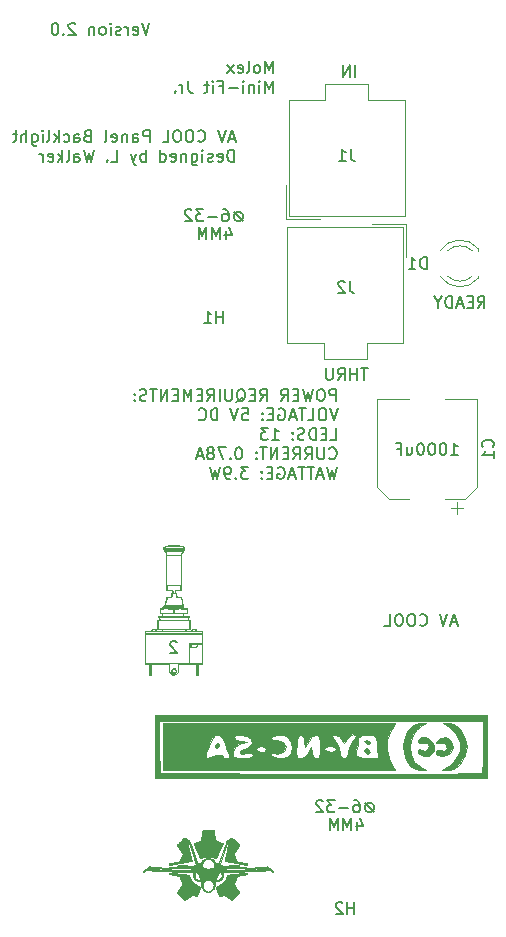
<source format=gbr>
G04 #@! TF.GenerationSoftware,KiCad,Pcbnew,(5.1.6)-1*
G04 #@! TF.CreationDate,2021-08-23T12:19:07+10:00*
G04 #@! TF.ProjectId,AV COOL PCB V2,41562043-4f4f-44c2-9050-43422056322e,rev?*
G04 #@! TF.SameCoordinates,Original*
G04 #@! TF.FileFunction,Legend,Bot*
G04 #@! TF.FilePolarity,Positive*
%FSLAX46Y46*%
G04 Gerber Fmt 4.6, Leading zero omitted, Abs format (unit mm)*
G04 Created by KiCad (PCBNEW (5.1.6)-1) date 2021-08-23 12:19:07*
%MOMM*%
%LPD*%
G01*
G04 APERTURE LIST*
%ADD10C,0.150000*%
%ADD11C,0.010000*%
%ADD12C,0.100000*%
%ADD13C,0.120000*%
G04 APERTURE END LIST*
D10*
X222376476Y-36790380D02*
X222043142Y-37790380D01*
X221709809Y-36790380D01*
X220995523Y-37742761D02*
X221090761Y-37790380D01*
X221281238Y-37790380D01*
X221376476Y-37742761D01*
X221424095Y-37647523D01*
X221424095Y-37266571D01*
X221376476Y-37171333D01*
X221281238Y-37123714D01*
X221090761Y-37123714D01*
X220995523Y-37171333D01*
X220947904Y-37266571D01*
X220947904Y-37361809D01*
X221424095Y-37457047D01*
X220519333Y-37790380D02*
X220519333Y-37123714D01*
X220519333Y-37314190D02*
X220471714Y-37218952D01*
X220424095Y-37171333D01*
X220328857Y-37123714D01*
X220233619Y-37123714D01*
X219947904Y-37742761D02*
X219852666Y-37790380D01*
X219662190Y-37790380D01*
X219566952Y-37742761D01*
X219519333Y-37647523D01*
X219519333Y-37599904D01*
X219566952Y-37504666D01*
X219662190Y-37457047D01*
X219805047Y-37457047D01*
X219900285Y-37409428D01*
X219947904Y-37314190D01*
X219947904Y-37266571D01*
X219900285Y-37171333D01*
X219805047Y-37123714D01*
X219662190Y-37123714D01*
X219566952Y-37171333D01*
X219090761Y-37790380D02*
X219090761Y-37123714D01*
X219090761Y-36790380D02*
X219138380Y-36838000D01*
X219090761Y-36885619D01*
X219043142Y-36838000D01*
X219090761Y-36790380D01*
X219090761Y-36885619D01*
X218471714Y-37790380D02*
X218566952Y-37742761D01*
X218614571Y-37695142D01*
X218662190Y-37599904D01*
X218662190Y-37314190D01*
X218614571Y-37218952D01*
X218566952Y-37171333D01*
X218471714Y-37123714D01*
X218328857Y-37123714D01*
X218233619Y-37171333D01*
X218186000Y-37218952D01*
X218138380Y-37314190D01*
X218138380Y-37599904D01*
X218186000Y-37695142D01*
X218233619Y-37742761D01*
X218328857Y-37790380D01*
X218471714Y-37790380D01*
X217709809Y-37123714D02*
X217709809Y-37790380D01*
X217709809Y-37218952D02*
X217662190Y-37171333D01*
X217566952Y-37123714D01*
X217424095Y-37123714D01*
X217328857Y-37171333D01*
X217281238Y-37266571D01*
X217281238Y-37790380D01*
X216090761Y-36885619D02*
X216043142Y-36838000D01*
X215947904Y-36790380D01*
X215709809Y-36790380D01*
X215614571Y-36838000D01*
X215566952Y-36885619D01*
X215519333Y-36980857D01*
X215519333Y-37076095D01*
X215566952Y-37218952D01*
X216138380Y-37790380D01*
X215519333Y-37790380D01*
X215090761Y-37695142D02*
X215043142Y-37742761D01*
X215090761Y-37790380D01*
X215138380Y-37742761D01*
X215090761Y-37695142D01*
X215090761Y-37790380D01*
X214424095Y-36790380D02*
X214328857Y-36790380D01*
X214233619Y-36838000D01*
X214186000Y-36885619D01*
X214138380Y-36980857D01*
X214090761Y-37171333D01*
X214090761Y-37409428D01*
X214138380Y-37599904D01*
X214186000Y-37695142D01*
X214233619Y-37742761D01*
X214328857Y-37790380D01*
X214424095Y-37790380D01*
X214519333Y-37742761D01*
X214566952Y-37695142D01*
X214614571Y-37599904D01*
X214662190Y-37409428D01*
X214662190Y-37171333D01*
X214614571Y-36980857D01*
X214566952Y-36885619D01*
X214519333Y-36838000D01*
X214424095Y-36790380D01*
X248364000Y-87542666D02*
X247887809Y-87542666D01*
X248459238Y-87828380D02*
X248125904Y-86828380D01*
X247792571Y-87828380D01*
X247602095Y-86828380D02*
X247268761Y-87828380D01*
X246935428Y-86828380D01*
X245268761Y-87733142D02*
X245316380Y-87780761D01*
X245459238Y-87828380D01*
X245554476Y-87828380D01*
X245697333Y-87780761D01*
X245792571Y-87685523D01*
X245840190Y-87590285D01*
X245887809Y-87399809D01*
X245887809Y-87256952D01*
X245840190Y-87066476D01*
X245792571Y-86971238D01*
X245697333Y-86876000D01*
X245554476Y-86828380D01*
X245459238Y-86828380D01*
X245316380Y-86876000D01*
X245268761Y-86923619D01*
X244649714Y-86828380D02*
X244459238Y-86828380D01*
X244364000Y-86876000D01*
X244268761Y-86971238D01*
X244221142Y-87161714D01*
X244221142Y-87495047D01*
X244268761Y-87685523D01*
X244364000Y-87780761D01*
X244459238Y-87828380D01*
X244649714Y-87828380D01*
X244744952Y-87780761D01*
X244840190Y-87685523D01*
X244887809Y-87495047D01*
X244887809Y-87161714D01*
X244840190Y-86971238D01*
X244744952Y-86876000D01*
X244649714Y-86828380D01*
X243602095Y-86828380D02*
X243411619Y-86828380D01*
X243316380Y-86876000D01*
X243221142Y-86971238D01*
X243173523Y-87161714D01*
X243173523Y-87495047D01*
X243221142Y-87685523D01*
X243316380Y-87780761D01*
X243411619Y-87828380D01*
X243602095Y-87828380D01*
X243697333Y-87780761D01*
X243792571Y-87685523D01*
X243840190Y-87495047D01*
X243840190Y-87161714D01*
X243792571Y-86971238D01*
X243697333Y-86876000D01*
X243602095Y-86828380D01*
X242268761Y-87828380D02*
X242744952Y-87828380D01*
X242744952Y-86828380D01*
X239791809Y-41346380D02*
X239791809Y-40346380D01*
X239315619Y-41346380D02*
X239315619Y-40346380D01*
X238744190Y-41346380D01*
X238744190Y-40346380D01*
X247895809Y-73350380D02*
X248467238Y-73350380D01*
X248181523Y-73350380D02*
X248181523Y-72350380D01*
X248276761Y-72493238D01*
X248372000Y-72588476D01*
X248467238Y-72636095D01*
X247276761Y-72350380D02*
X247181523Y-72350380D01*
X247086285Y-72398000D01*
X247038666Y-72445619D01*
X246991047Y-72540857D01*
X246943428Y-72731333D01*
X246943428Y-72969428D01*
X246991047Y-73159904D01*
X247038666Y-73255142D01*
X247086285Y-73302761D01*
X247181523Y-73350380D01*
X247276761Y-73350380D01*
X247372000Y-73302761D01*
X247419619Y-73255142D01*
X247467238Y-73159904D01*
X247514857Y-72969428D01*
X247514857Y-72731333D01*
X247467238Y-72540857D01*
X247419619Y-72445619D01*
X247372000Y-72398000D01*
X247276761Y-72350380D01*
X246324380Y-72350380D02*
X246229142Y-72350380D01*
X246133904Y-72398000D01*
X246086285Y-72445619D01*
X246038666Y-72540857D01*
X245991047Y-72731333D01*
X245991047Y-72969428D01*
X246038666Y-73159904D01*
X246086285Y-73255142D01*
X246133904Y-73302761D01*
X246229142Y-73350380D01*
X246324380Y-73350380D01*
X246419619Y-73302761D01*
X246467238Y-73255142D01*
X246514857Y-73159904D01*
X246562476Y-72969428D01*
X246562476Y-72731333D01*
X246514857Y-72540857D01*
X246467238Y-72445619D01*
X246419619Y-72398000D01*
X246324380Y-72350380D01*
X245372000Y-72350380D02*
X245276761Y-72350380D01*
X245181523Y-72398000D01*
X245133904Y-72445619D01*
X245086285Y-72540857D01*
X245038666Y-72731333D01*
X245038666Y-72969428D01*
X245086285Y-73159904D01*
X245133904Y-73255142D01*
X245181523Y-73302761D01*
X245276761Y-73350380D01*
X245372000Y-73350380D01*
X245467238Y-73302761D01*
X245514857Y-73255142D01*
X245562476Y-73159904D01*
X245610095Y-72969428D01*
X245610095Y-72731333D01*
X245562476Y-72540857D01*
X245514857Y-72445619D01*
X245467238Y-72398000D01*
X245372000Y-72350380D01*
X244181523Y-72683714D02*
X244181523Y-73350380D01*
X244610095Y-72683714D02*
X244610095Y-73207523D01*
X244562476Y-73302761D01*
X244467238Y-73350380D01*
X244324380Y-73350380D01*
X244229142Y-73302761D01*
X244181523Y-73255142D01*
X243372000Y-72826571D02*
X243705333Y-72826571D01*
X243705333Y-73350380D02*
X243705333Y-72350380D01*
X243229142Y-72350380D01*
X229582023Y-46585666D02*
X229105833Y-46585666D01*
X229677261Y-46871380D02*
X229343928Y-45871380D01*
X229010595Y-46871380D01*
X228820119Y-45871380D02*
X228486785Y-46871380D01*
X228153452Y-45871380D01*
X226486785Y-46776142D02*
X226534404Y-46823761D01*
X226677261Y-46871380D01*
X226772500Y-46871380D01*
X226915357Y-46823761D01*
X227010595Y-46728523D01*
X227058214Y-46633285D01*
X227105833Y-46442809D01*
X227105833Y-46299952D01*
X227058214Y-46109476D01*
X227010595Y-46014238D01*
X226915357Y-45919000D01*
X226772500Y-45871380D01*
X226677261Y-45871380D01*
X226534404Y-45919000D01*
X226486785Y-45966619D01*
X225867738Y-45871380D02*
X225677261Y-45871380D01*
X225582023Y-45919000D01*
X225486785Y-46014238D01*
X225439166Y-46204714D01*
X225439166Y-46538047D01*
X225486785Y-46728523D01*
X225582023Y-46823761D01*
X225677261Y-46871380D01*
X225867738Y-46871380D01*
X225962976Y-46823761D01*
X226058214Y-46728523D01*
X226105833Y-46538047D01*
X226105833Y-46204714D01*
X226058214Y-46014238D01*
X225962976Y-45919000D01*
X225867738Y-45871380D01*
X224820119Y-45871380D02*
X224629642Y-45871380D01*
X224534404Y-45919000D01*
X224439166Y-46014238D01*
X224391547Y-46204714D01*
X224391547Y-46538047D01*
X224439166Y-46728523D01*
X224534404Y-46823761D01*
X224629642Y-46871380D01*
X224820119Y-46871380D01*
X224915357Y-46823761D01*
X225010595Y-46728523D01*
X225058214Y-46538047D01*
X225058214Y-46204714D01*
X225010595Y-46014238D01*
X224915357Y-45919000D01*
X224820119Y-45871380D01*
X223486785Y-46871380D02*
X223962976Y-46871380D01*
X223962976Y-45871380D01*
X222391547Y-46871380D02*
X222391547Y-45871380D01*
X222010595Y-45871380D01*
X221915357Y-45919000D01*
X221867738Y-45966619D01*
X221820119Y-46061857D01*
X221820119Y-46204714D01*
X221867738Y-46299952D01*
X221915357Y-46347571D01*
X222010595Y-46395190D01*
X222391547Y-46395190D01*
X220962976Y-46871380D02*
X220962976Y-46347571D01*
X221010595Y-46252333D01*
X221105833Y-46204714D01*
X221296309Y-46204714D01*
X221391547Y-46252333D01*
X220962976Y-46823761D02*
X221058214Y-46871380D01*
X221296309Y-46871380D01*
X221391547Y-46823761D01*
X221439166Y-46728523D01*
X221439166Y-46633285D01*
X221391547Y-46538047D01*
X221296309Y-46490428D01*
X221058214Y-46490428D01*
X220962976Y-46442809D01*
X220486785Y-46204714D02*
X220486785Y-46871380D01*
X220486785Y-46299952D02*
X220439166Y-46252333D01*
X220343928Y-46204714D01*
X220201071Y-46204714D01*
X220105833Y-46252333D01*
X220058214Y-46347571D01*
X220058214Y-46871380D01*
X219201071Y-46823761D02*
X219296309Y-46871380D01*
X219486785Y-46871380D01*
X219582023Y-46823761D01*
X219629642Y-46728523D01*
X219629642Y-46347571D01*
X219582023Y-46252333D01*
X219486785Y-46204714D01*
X219296309Y-46204714D01*
X219201071Y-46252333D01*
X219153452Y-46347571D01*
X219153452Y-46442809D01*
X219629642Y-46538047D01*
X218582023Y-46871380D02*
X218677261Y-46823761D01*
X218724880Y-46728523D01*
X218724880Y-45871380D01*
X217105833Y-46347571D02*
X216962976Y-46395190D01*
X216915357Y-46442809D01*
X216867738Y-46538047D01*
X216867738Y-46680904D01*
X216915357Y-46776142D01*
X216962976Y-46823761D01*
X217058214Y-46871380D01*
X217439166Y-46871380D01*
X217439166Y-45871380D01*
X217105833Y-45871380D01*
X217010595Y-45919000D01*
X216962976Y-45966619D01*
X216915357Y-46061857D01*
X216915357Y-46157095D01*
X216962976Y-46252333D01*
X217010595Y-46299952D01*
X217105833Y-46347571D01*
X217439166Y-46347571D01*
X216010595Y-46871380D02*
X216010595Y-46347571D01*
X216058214Y-46252333D01*
X216153452Y-46204714D01*
X216343928Y-46204714D01*
X216439166Y-46252333D01*
X216010595Y-46823761D02*
X216105833Y-46871380D01*
X216343928Y-46871380D01*
X216439166Y-46823761D01*
X216486785Y-46728523D01*
X216486785Y-46633285D01*
X216439166Y-46538047D01*
X216343928Y-46490428D01*
X216105833Y-46490428D01*
X216010595Y-46442809D01*
X215105833Y-46823761D02*
X215201071Y-46871380D01*
X215391547Y-46871380D01*
X215486785Y-46823761D01*
X215534404Y-46776142D01*
X215582023Y-46680904D01*
X215582023Y-46395190D01*
X215534404Y-46299952D01*
X215486785Y-46252333D01*
X215391547Y-46204714D01*
X215201071Y-46204714D01*
X215105833Y-46252333D01*
X214677261Y-46871380D02*
X214677261Y-45871380D01*
X214582023Y-46490428D02*
X214296309Y-46871380D01*
X214296309Y-46204714D02*
X214677261Y-46585666D01*
X213724880Y-46871380D02*
X213820119Y-46823761D01*
X213867738Y-46728523D01*
X213867738Y-45871380D01*
X213343928Y-46871380D02*
X213343928Y-46204714D01*
X213343928Y-45871380D02*
X213391547Y-45919000D01*
X213343928Y-45966619D01*
X213296309Y-45919000D01*
X213343928Y-45871380D01*
X213343928Y-45966619D01*
X212439166Y-46204714D02*
X212439166Y-47014238D01*
X212486785Y-47109476D01*
X212534404Y-47157095D01*
X212629642Y-47204714D01*
X212772500Y-47204714D01*
X212867738Y-47157095D01*
X212439166Y-46823761D02*
X212534404Y-46871380D01*
X212724880Y-46871380D01*
X212820119Y-46823761D01*
X212867738Y-46776142D01*
X212915357Y-46680904D01*
X212915357Y-46395190D01*
X212867738Y-46299952D01*
X212820119Y-46252333D01*
X212724880Y-46204714D01*
X212534404Y-46204714D01*
X212439166Y-46252333D01*
X211962976Y-46871380D02*
X211962976Y-45871380D01*
X211534404Y-46871380D02*
X211534404Y-46347571D01*
X211582023Y-46252333D01*
X211677261Y-46204714D01*
X211820119Y-46204714D01*
X211915357Y-46252333D01*
X211962976Y-46299952D01*
X211201071Y-46204714D02*
X210820119Y-46204714D01*
X211058214Y-45871380D02*
X211058214Y-46728523D01*
X211010595Y-46823761D01*
X210915357Y-46871380D01*
X210820119Y-46871380D01*
X229534404Y-48521380D02*
X229534404Y-47521380D01*
X229296309Y-47521380D01*
X229153452Y-47569000D01*
X229058214Y-47664238D01*
X229010595Y-47759476D01*
X228962976Y-47949952D01*
X228962976Y-48092809D01*
X229010595Y-48283285D01*
X229058214Y-48378523D01*
X229153452Y-48473761D01*
X229296309Y-48521380D01*
X229534404Y-48521380D01*
X228153452Y-48473761D02*
X228248690Y-48521380D01*
X228439166Y-48521380D01*
X228534404Y-48473761D01*
X228582023Y-48378523D01*
X228582023Y-47997571D01*
X228534404Y-47902333D01*
X228439166Y-47854714D01*
X228248690Y-47854714D01*
X228153452Y-47902333D01*
X228105833Y-47997571D01*
X228105833Y-48092809D01*
X228582023Y-48188047D01*
X227724880Y-48473761D02*
X227629642Y-48521380D01*
X227439166Y-48521380D01*
X227343928Y-48473761D01*
X227296309Y-48378523D01*
X227296309Y-48330904D01*
X227343928Y-48235666D01*
X227439166Y-48188047D01*
X227582023Y-48188047D01*
X227677261Y-48140428D01*
X227724880Y-48045190D01*
X227724880Y-47997571D01*
X227677261Y-47902333D01*
X227582023Y-47854714D01*
X227439166Y-47854714D01*
X227343928Y-47902333D01*
X226867738Y-48521380D02*
X226867738Y-47854714D01*
X226867738Y-47521380D02*
X226915357Y-47569000D01*
X226867738Y-47616619D01*
X226820119Y-47569000D01*
X226867738Y-47521380D01*
X226867738Y-47616619D01*
X225962976Y-47854714D02*
X225962976Y-48664238D01*
X226010595Y-48759476D01*
X226058214Y-48807095D01*
X226153452Y-48854714D01*
X226296309Y-48854714D01*
X226391547Y-48807095D01*
X225962976Y-48473761D02*
X226058214Y-48521380D01*
X226248690Y-48521380D01*
X226343928Y-48473761D01*
X226391547Y-48426142D01*
X226439166Y-48330904D01*
X226439166Y-48045190D01*
X226391547Y-47949952D01*
X226343928Y-47902333D01*
X226248690Y-47854714D01*
X226058214Y-47854714D01*
X225962976Y-47902333D01*
X225486785Y-47854714D02*
X225486785Y-48521380D01*
X225486785Y-47949952D02*
X225439166Y-47902333D01*
X225343928Y-47854714D01*
X225201071Y-47854714D01*
X225105833Y-47902333D01*
X225058214Y-47997571D01*
X225058214Y-48521380D01*
X224201071Y-48473761D02*
X224296309Y-48521380D01*
X224486785Y-48521380D01*
X224582023Y-48473761D01*
X224629642Y-48378523D01*
X224629642Y-47997571D01*
X224582023Y-47902333D01*
X224486785Y-47854714D01*
X224296309Y-47854714D01*
X224201071Y-47902333D01*
X224153452Y-47997571D01*
X224153452Y-48092809D01*
X224629642Y-48188047D01*
X223296309Y-48521380D02*
X223296309Y-47521380D01*
X223296309Y-48473761D02*
X223391547Y-48521380D01*
X223582023Y-48521380D01*
X223677261Y-48473761D01*
X223724880Y-48426142D01*
X223772500Y-48330904D01*
X223772500Y-48045190D01*
X223724880Y-47949952D01*
X223677261Y-47902333D01*
X223582023Y-47854714D01*
X223391547Y-47854714D01*
X223296309Y-47902333D01*
X222058214Y-48521380D02*
X222058214Y-47521380D01*
X222058214Y-47902333D02*
X221962976Y-47854714D01*
X221772500Y-47854714D01*
X221677261Y-47902333D01*
X221629642Y-47949952D01*
X221582023Y-48045190D01*
X221582023Y-48330904D01*
X221629642Y-48426142D01*
X221677261Y-48473761D01*
X221772500Y-48521380D01*
X221962976Y-48521380D01*
X222058214Y-48473761D01*
X221248690Y-47854714D02*
X221010595Y-48521380D01*
X220772500Y-47854714D02*
X221010595Y-48521380D01*
X221105833Y-48759476D01*
X221153452Y-48807095D01*
X221248690Y-48854714D01*
X219153452Y-48521380D02*
X219629642Y-48521380D01*
X219629642Y-47521380D01*
X218820119Y-48426142D02*
X218772500Y-48473761D01*
X218820119Y-48521380D01*
X218867738Y-48473761D01*
X218820119Y-48426142D01*
X218820119Y-48521380D01*
X217677261Y-47521380D02*
X217439166Y-48521380D01*
X217248690Y-47807095D01*
X217058214Y-48521380D01*
X216820119Y-47521380D01*
X216010595Y-48521380D02*
X216010595Y-47997571D01*
X216058214Y-47902333D01*
X216153452Y-47854714D01*
X216343928Y-47854714D01*
X216439166Y-47902333D01*
X216010595Y-48473761D02*
X216105833Y-48521380D01*
X216343928Y-48521380D01*
X216439166Y-48473761D01*
X216486785Y-48378523D01*
X216486785Y-48283285D01*
X216439166Y-48188047D01*
X216343928Y-48140428D01*
X216105833Y-48140428D01*
X216010595Y-48092809D01*
X215391547Y-48521380D02*
X215486785Y-48473761D01*
X215534404Y-48378523D01*
X215534404Y-47521380D01*
X215010595Y-48521380D02*
X215010595Y-47521380D01*
X214915357Y-48140428D02*
X214629642Y-48521380D01*
X214629642Y-47854714D02*
X215010595Y-48235666D01*
X213820119Y-48473761D02*
X213915357Y-48521380D01*
X214105833Y-48521380D01*
X214201071Y-48473761D01*
X214248690Y-48378523D01*
X214248690Y-47997571D01*
X214201071Y-47902333D01*
X214105833Y-47854714D01*
X213915357Y-47854714D01*
X213820119Y-47902333D01*
X213772500Y-47997571D01*
X213772500Y-48092809D01*
X214248690Y-48188047D01*
X213343928Y-48521380D02*
X213343928Y-47854714D01*
X213343928Y-48045190D02*
X213296309Y-47949952D01*
X213248690Y-47902333D01*
X213153452Y-47854714D01*
X213058214Y-47854714D01*
X250166000Y-60904380D02*
X250499333Y-60428190D01*
X250737428Y-60904380D02*
X250737428Y-59904380D01*
X250356476Y-59904380D01*
X250261238Y-59952000D01*
X250213619Y-59999619D01*
X250166000Y-60094857D01*
X250166000Y-60237714D01*
X250213619Y-60332952D01*
X250261238Y-60380571D01*
X250356476Y-60428190D01*
X250737428Y-60428190D01*
X249737428Y-60380571D02*
X249404095Y-60380571D01*
X249261238Y-60904380D02*
X249737428Y-60904380D01*
X249737428Y-59904380D01*
X249261238Y-59904380D01*
X248880285Y-60618666D02*
X248404095Y-60618666D01*
X248975523Y-60904380D02*
X248642190Y-59904380D01*
X248308857Y-60904380D01*
X247975523Y-60904380D02*
X247975523Y-59904380D01*
X247737428Y-59904380D01*
X247594571Y-59952000D01*
X247499333Y-60047238D01*
X247451714Y-60142476D01*
X247404095Y-60332952D01*
X247404095Y-60475809D01*
X247451714Y-60666285D01*
X247499333Y-60761523D01*
X247594571Y-60856761D01*
X247737428Y-60904380D01*
X247975523Y-60904380D01*
X246785047Y-60428190D02*
X246785047Y-60904380D01*
X247118380Y-59904380D02*
X246785047Y-60428190D01*
X246451714Y-59904380D01*
X232836404Y-41029380D02*
X232836404Y-40029380D01*
X232503071Y-40743666D01*
X232169738Y-40029380D01*
X232169738Y-41029380D01*
X231550690Y-41029380D02*
X231645928Y-40981761D01*
X231693547Y-40934142D01*
X231741166Y-40838904D01*
X231741166Y-40553190D01*
X231693547Y-40457952D01*
X231645928Y-40410333D01*
X231550690Y-40362714D01*
X231407833Y-40362714D01*
X231312595Y-40410333D01*
X231264976Y-40457952D01*
X231217357Y-40553190D01*
X231217357Y-40838904D01*
X231264976Y-40934142D01*
X231312595Y-40981761D01*
X231407833Y-41029380D01*
X231550690Y-41029380D01*
X230645928Y-41029380D02*
X230741166Y-40981761D01*
X230788785Y-40886523D01*
X230788785Y-40029380D01*
X229884023Y-40981761D02*
X229979261Y-41029380D01*
X230169738Y-41029380D01*
X230264976Y-40981761D01*
X230312595Y-40886523D01*
X230312595Y-40505571D01*
X230264976Y-40410333D01*
X230169738Y-40362714D01*
X229979261Y-40362714D01*
X229884023Y-40410333D01*
X229836404Y-40505571D01*
X229836404Y-40600809D01*
X230312595Y-40696047D01*
X229503071Y-41029380D02*
X228979261Y-40362714D01*
X229503071Y-40362714D02*
X228979261Y-41029380D01*
X232836404Y-42679380D02*
X232836404Y-41679380D01*
X232503071Y-42393666D01*
X232169738Y-41679380D01*
X232169738Y-42679380D01*
X231693547Y-42679380D02*
X231693547Y-42012714D01*
X231693547Y-41679380D02*
X231741166Y-41727000D01*
X231693547Y-41774619D01*
X231645928Y-41727000D01*
X231693547Y-41679380D01*
X231693547Y-41774619D01*
X231217357Y-42012714D02*
X231217357Y-42679380D01*
X231217357Y-42107952D02*
X231169738Y-42060333D01*
X231074500Y-42012714D01*
X230931642Y-42012714D01*
X230836404Y-42060333D01*
X230788785Y-42155571D01*
X230788785Y-42679380D01*
X230312595Y-42679380D02*
X230312595Y-42012714D01*
X230312595Y-41679380D02*
X230360214Y-41727000D01*
X230312595Y-41774619D01*
X230264976Y-41727000D01*
X230312595Y-41679380D01*
X230312595Y-41774619D01*
X229836404Y-42298428D02*
X229074500Y-42298428D01*
X228264976Y-42155571D02*
X228598309Y-42155571D01*
X228598309Y-42679380D02*
X228598309Y-41679380D01*
X228122119Y-41679380D01*
X227741166Y-42679380D02*
X227741166Y-42012714D01*
X227741166Y-41679380D02*
X227788785Y-41727000D01*
X227741166Y-41774619D01*
X227693547Y-41727000D01*
X227741166Y-41679380D01*
X227741166Y-41774619D01*
X227407833Y-42012714D02*
X227026880Y-42012714D01*
X227264976Y-41679380D02*
X227264976Y-42536523D01*
X227217357Y-42631761D01*
X227122119Y-42679380D01*
X227026880Y-42679380D01*
X225645928Y-41679380D02*
X225645928Y-42393666D01*
X225693547Y-42536523D01*
X225788785Y-42631761D01*
X225931642Y-42679380D01*
X226026880Y-42679380D01*
X225169738Y-42679380D02*
X225169738Y-42012714D01*
X225169738Y-42203190D02*
X225122119Y-42107952D01*
X225074500Y-42060333D01*
X224979261Y-42012714D01*
X224884023Y-42012714D01*
X224550690Y-42584142D02*
X224503071Y-42631761D01*
X224550690Y-42679380D01*
X224598309Y-42631761D01*
X224550690Y-42584142D01*
X224550690Y-42679380D01*
X240847333Y-66000380D02*
X240275904Y-66000380D01*
X240561619Y-67000380D02*
X240561619Y-66000380D01*
X239942571Y-67000380D02*
X239942571Y-66000380D01*
X239942571Y-66476571D02*
X239371142Y-66476571D01*
X239371142Y-67000380D02*
X239371142Y-66000380D01*
X238323523Y-67000380D02*
X238656857Y-66524190D01*
X238894952Y-67000380D02*
X238894952Y-66000380D01*
X238514000Y-66000380D01*
X238418761Y-66048000D01*
X238371142Y-66095619D01*
X238323523Y-66190857D01*
X238323523Y-66333714D01*
X238371142Y-66428952D01*
X238418761Y-66476571D01*
X238514000Y-66524190D01*
X238894952Y-66524190D01*
X237894952Y-66000380D02*
X237894952Y-66809904D01*
X237847333Y-66905142D01*
X237799714Y-66952761D01*
X237704476Y-67000380D01*
X237514000Y-67000380D01*
X237418761Y-66952761D01*
X237371142Y-66905142D01*
X237323523Y-66809904D01*
X237323523Y-66000380D01*
X238170404Y-68780380D02*
X238170404Y-67780380D01*
X237789452Y-67780380D01*
X237694214Y-67828000D01*
X237646595Y-67875619D01*
X237598976Y-67970857D01*
X237598976Y-68113714D01*
X237646595Y-68208952D01*
X237694214Y-68256571D01*
X237789452Y-68304190D01*
X238170404Y-68304190D01*
X236979928Y-67780380D02*
X236789452Y-67780380D01*
X236694214Y-67828000D01*
X236598976Y-67923238D01*
X236551357Y-68113714D01*
X236551357Y-68447047D01*
X236598976Y-68637523D01*
X236694214Y-68732761D01*
X236789452Y-68780380D01*
X236979928Y-68780380D01*
X237075166Y-68732761D01*
X237170404Y-68637523D01*
X237218023Y-68447047D01*
X237218023Y-68113714D01*
X237170404Y-67923238D01*
X237075166Y-67828000D01*
X236979928Y-67780380D01*
X236218023Y-67780380D02*
X235979928Y-68780380D01*
X235789452Y-68066095D01*
X235598976Y-68780380D01*
X235360880Y-67780380D01*
X234979928Y-68256571D02*
X234646595Y-68256571D01*
X234503738Y-68780380D02*
X234979928Y-68780380D01*
X234979928Y-67780380D01*
X234503738Y-67780380D01*
X233503738Y-68780380D02*
X233837071Y-68304190D01*
X234075166Y-68780380D02*
X234075166Y-67780380D01*
X233694214Y-67780380D01*
X233598976Y-67828000D01*
X233551357Y-67875619D01*
X233503738Y-67970857D01*
X233503738Y-68113714D01*
X233551357Y-68208952D01*
X233598976Y-68256571D01*
X233694214Y-68304190D01*
X234075166Y-68304190D01*
X231741833Y-68780380D02*
X232075166Y-68304190D01*
X232313261Y-68780380D02*
X232313261Y-67780380D01*
X231932309Y-67780380D01*
X231837071Y-67828000D01*
X231789452Y-67875619D01*
X231741833Y-67970857D01*
X231741833Y-68113714D01*
X231789452Y-68208952D01*
X231837071Y-68256571D01*
X231932309Y-68304190D01*
X232313261Y-68304190D01*
X231313261Y-68256571D02*
X230979928Y-68256571D01*
X230837071Y-68780380D02*
X231313261Y-68780380D01*
X231313261Y-67780380D01*
X230837071Y-67780380D01*
X229741833Y-68875619D02*
X229837071Y-68828000D01*
X229932309Y-68732761D01*
X230075166Y-68589904D01*
X230170404Y-68542285D01*
X230265642Y-68542285D01*
X230218023Y-68780380D02*
X230313261Y-68732761D01*
X230408500Y-68637523D01*
X230456119Y-68447047D01*
X230456119Y-68113714D01*
X230408500Y-67923238D01*
X230313261Y-67828000D01*
X230218023Y-67780380D01*
X230027547Y-67780380D01*
X229932309Y-67828000D01*
X229837071Y-67923238D01*
X229789452Y-68113714D01*
X229789452Y-68447047D01*
X229837071Y-68637523D01*
X229932309Y-68732761D01*
X230027547Y-68780380D01*
X230218023Y-68780380D01*
X229360880Y-67780380D02*
X229360880Y-68589904D01*
X229313261Y-68685142D01*
X229265642Y-68732761D01*
X229170404Y-68780380D01*
X228979928Y-68780380D01*
X228884690Y-68732761D01*
X228837071Y-68685142D01*
X228789452Y-68589904D01*
X228789452Y-67780380D01*
X228313261Y-68780380D02*
X228313261Y-67780380D01*
X227265642Y-68780380D02*
X227598976Y-68304190D01*
X227837071Y-68780380D02*
X227837071Y-67780380D01*
X227456119Y-67780380D01*
X227360880Y-67828000D01*
X227313261Y-67875619D01*
X227265642Y-67970857D01*
X227265642Y-68113714D01*
X227313261Y-68208952D01*
X227360880Y-68256571D01*
X227456119Y-68304190D01*
X227837071Y-68304190D01*
X226837071Y-68256571D02*
X226503738Y-68256571D01*
X226360880Y-68780380D02*
X226837071Y-68780380D01*
X226837071Y-67780380D01*
X226360880Y-67780380D01*
X225932309Y-68780380D02*
X225932309Y-67780380D01*
X225598976Y-68494666D01*
X225265642Y-67780380D01*
X225265642Y-68780380D01*
X224789452Y-68256571D02*
X224456119Y-68256571D01*
X224313261Y-68780380D02*
X224789452Y-68780380D01*
X224789452Y-67780380D01*
X224313261Y-67780380D01*
X223884690Y-68780380D02*
X223884690Y-67780380D01*
X223313261Y-68780380D01*
X223313261Y-67780380D01*
X222979928Y-67780380D02*
X222408500Y-67780380D01*
X222694214Y-68780380D02*
X222694214Y-67780380D01*
X222122785Y-68732761D02*
X221979928Y-68780380D01*
X221741833Y-68780380D01*
X221646595Y-68732761D01*
X221598976Y-68685142D01*
X221551357Y-68589904D01*
X221551357Y-68494666D01*
X221598976Y-68399428D01*
X221646595Y-68351809D01*
X221741833Y-68304190D01*
X221932309Y-68256571D01*
X222027547Y-68208952D01*
X222075166Y-68161333D01*
X222122785Y-68066095D01*
X222122785Y-67970857D01*
X222075166Y-67875619D01*
X222027547Y-67828000D01*
X221932309Y-67780380D01*
X221694214Y-67780380D01*
X221551357Y-67828000D01*
X221122785Y-68685142D02*
X221075166Y-68732761D01*
X221122785Y-68780380D01*
X221170404Y-68732761D01*
X221122785Y-68685142D01*
X221122785Y-68780380D01*
X221122785Y-68161333D02*
X221075166Y-68208952D01*
X221122785Y-68256571D01*
X221170404Y-68208952D01*
X221122785Y-68161333D01*
X221122785Y-68256571D01*
X238313261Y-69430380D02*
X237979928Y-70430380D01*
X237646595Y-69430380D01*
X237122785Y-69430380D02*
X236932309Y-69430380D01*
X236837071Y-69478000D01*
X236741833Y-69573238D01*
X236694214Y-69763714D01*
X236694214Y-70097047D01*
X236741833Y-70287523D01*
X236837071Y-70382761D01*
X236932309Y-70430380D01*
X237122785Y-70430380D01*
X237218023Y-70382761D01*
X237313261Y-70287523D01*
X237360880Y-70097047D01*
X237360880Y-69763714D01*
X237313261Y-69573238D01*
X237218023Y-69478000D01*
X237122785Y-69430380D01*
X235789452Y-70430380D02*
X236265642Y-70430380D01*
X236265642Y-69430380D01*
X235598976Y-69430380D02*
X235027547Y-69430380D01*
X235313261Y-70430380D02*
X235313261Y-69430380D01*
X234741833Y-70144666D02*
X234265642Y-70144666D01*
X234837071Y-70430380D02*
X234503738Y-69430380D01*
X234170404Y-70430380D01*
X233313261Y-69478000D02*
X233408500Y-69430380D01*
X233551357Y-69430380D01*
X233694214Y-69478000D01*
X233789452Y-69573238D01*
X233837071Y-69668476D01*
X233884690Y-69858952D01*
X233884690Y-70001809D01*
X233837071Y-70192285D01*
X233789452Y-70287523D01*
X233694214Y-70382761D01*
X233551357Y-70430380D01*
X233456119Y-70430380D01*
X233313261Y-70382761D01*
X233265642Y-70335142D01*
X233265642Y-70001809D01*
X233456119Y-70001809D01*
X232837071Y-69906571D02*
X232503738Y-69906571D01*
X232360880Y-70430380D02*
X232837071Y-70430380D01*
X232837071Y-69430380D01*
X232360880Y-69430380D01*
X231932309Y-70335142D02*
X231884690Y-70382761D01*
X231932309Y-70430380D01*
X231979928Y-70382761D01*
X231932309Y-70335142D01*
X231932309Y-70430380D01*
X231932309Y-69811333D02*
X231884690Y-69858952D01*
X231932309Y-69906571D01*
X231979928Y-69858952D01*
X231932309Y-69811333D01*
X231932309Y-69906571D01*
X230218023Y-69430380D02*
X230694214Y-69430380D01*
X230741833Y-69906571D01*
X230694214Y-69858952D01*
X230598976Y-69811333D01*
X230360880Y-69811333D01*
X230265642Y-69858952D01*
X230218023Y-69906571D01*
X230170404Y-70001809D01*
X230170404Y-70239904D01*
X230218023Y-70335142D01*
X230265642Y-70382761D01*
X230360880Y-70430380D01*
X230598976Y-70430380D01*
X230694214Y-70382761D01*
X230741833Y-70335142D01*
X229884690Y-69430380D02*
X229551357Y-70430380D01*
X229218023Y-69430380D01*
X228122785Y-70430380D02*
X228122785Y-69430380D01*
X227884690Y-69430380D01*
X227741833Y-69478000D01*
X227646595Y-69573238D01*
X227598976Y-69668476D01*
X227551357Y-69858952D01*
X227551357Y-70001809D01*
X227598976Y-70192285D01*
X227646595Y-70287523D01*
X227741833Y-70382761D01*
X227884690Y-70430380D01*
X228122785Y-70430380D01*
X226551357Y-70335142D02*
X226598976Y-70382761D01*
X226741833Y-70430380D01*
X226837071Y-70430380D01*
X226979928Y-70382761D01*
X227075166Y-70287523D01*
X227122785Y-70192285D01*
X227170404Y-70001809D01*
X227170404Y-69858952D01*
X227122785Y-69668476D01*
X227075166Y-69573238D01*
X226979928Y-69478000D01*
X226837071Y-69430380D01*
X226741833Y-69430380D01*
X226598976Y-69478000D01*
X226551357Y-69525619D01*
X237694214Y-72080380D02*
X238170404Y-72080380D01*
X238170404Y-71080380D01*
X237360880Y-71556571D02*
X237027547Y-71556571D01*
X236884690Y-72080380D02*
X237360880Y-72080380D01*
X237360880Y-71080380D01*
X236884690Y-71080380D01*
X236456119Y-72080380D02*
X236456119Y-71080380D01*
X236218023Y-71080380D01*
X236075166Y-71128000D01*
X235979928Y-71223238D01*
X235932309Y-71318476D01*
X235884690Y-71508952D01*
X235884690Y-71651809D01*
X235932309Y-71842285D01*
X235979928Y-71937523D01*
X236075166Y-72032761D01*
X236218023Y-72080380D01*
X236456119Y-72080380D01*
X235503738Y-72032761D02*
X235360880Y-72080380D01*
X235122785Y-72080380D01*
X235027547Y-72032761D01*
X234979928Y-71985142D01*
X234932309Y-71889904D01*
X234932309Y-71794666D01*
X234979928Y-71699428D01*
X235027547Y-71651809D01*
X235122785Y-71604190D01*
X235313261Y-71556571D01*
X235408500Y-71508952D01*
X235456119Y-71461333D01*
X235503738Y-71366095D01*
X235503738Y-71270857D01*
X235456119Y-71175619D01*
X235408500Y-71128000D01*
X235313261Y-71080380D01*
X235075166Y-71080380D01*
X234932309Y-71128000D01*
X234503738Y-71985142D02*
X234456119Y-72032761D01*
X234503738Y-72080380D01*
X234551357Y-72032761D01*
X234503738Y-71985142D01*
X234503738Y-72080380D01*
X234503738Y-71461333D02*
X234456119Y-71508952D01*
X234503738Y-71556571D01*
X234551357Y-71508952D01*
X234503738Y-71461333D01*
X234503738Y-71556571D01*
X232741833Y-72080380D02*
X233313261Y-72080380D01*
X233027547Y-72080380D02*
X233027547Y-71080380D01*
X233122785Y-71223238D01*
X233218023Y-71318476D01*
X233313261Y-71366095D01*
X232408500Y-71080380D02*
X231789452Y-71080380D01*
X232122785Y-71461333D01*
X231979928Y-71461333D01*
X231884690Y-71508952D01*
X231837071Y-71556571D01*
X231789452Y-71651809D01*
X231789452Y-71889904D01*
X231837071Y-71985142D01*
X231884690Y-72032761D01*
X231979928Y-72080380D01*
X232265642Y-72080380D01*
X232360880Y-72032761D01*
X232408500Y-71985142D01*
X237598976Y-73635142D02*
X237646595Y-73682761D01*
X237789452Y-73730380D01*
X237884690Y-73730380D01*
X238027547Y-73682761D01*
X238122785Y-73587523D01*
X238170404Y-73492285D01*
X238218023Y-73301809D01*
X238218023Y-73158952D01*
X238170404Y-72968476D01*
X238122785Y-72873238D01*
X238027547Y-72778000D01*
X237884690Y-72730380D01*
X237789452Y-72730380D01*
X237646595Y-72778000D01*
X237598976Y-72825619D01*
X237170404Y-72730380D02*
X237170404Y-73539904D01*
X237122785Y-73635142D01*
X237075166Y-73682761D01*
X236979928Y-73730380D01*
X236789452Y-73730380D01*
X236694214Y-73682761D01*
X236646595Y-73635142D01*
X236598976Y-73539904D01*
X236598976Y-72730380D01*
X235551357Y-73730380D02*
X235884690Y-73254190D01*
X236122785Y-73730380D02*
X236122785Y-72730380D01*
X235741833Y-72730380D01*
X235646595Y-72778000D01*
X235598976Y-72825619D01*
X235551357Y-72920857D01*
X235551357Y-73063714D01*
X235598976Y-73158952D01*
X235646595Y-73206571D01*
X235741833Y-73254190D01*
X236122785Y-73254190D01*
X234551357Y-73730380D02*
X234884690Y-73254190D01*
X235122785Y-73730380D02*
X235122785Y-72730380D01*
X234741833Y-72730380D01*
X234646595Y-72778000D01*
X234598976Y-72825619D01*
X234551357Y-72920857D01*
X234551357Y-73063714D01*
X234598976Y-73158952D01*
X234646595Y-73206571D01*
X234741833Y-73254190D01*
X235122785Y-73254190D01*
X234122785Y-73206571D02*
X233789452Y-73206571D01*
X233646595Y-73730380D02*
X234122785Y-73730380D01*
X234122785Y-72730380D01*
X233646595Y-72730380D01*
X233218023Y-73730380D02*
X233218023Y-72730380D01*
X232646595Y-73730380D01*
X232646595Y-72730380D01*
X232313261Y-72730380D02*
X231741833Y-72730380D01*
X232027547Y-73730380D02*
X232027547Y-72730380D01*
X231408500Y-73635142D02*
X231360880Y-73682761D01*
X231408500Y-73730380D01*
X231456119Y-73682761D01*
X231408500Y-73635142D01*
X231408500Y-73730380D01*
X231408500Y-73111333D02*
X231360880Y-73158952D01*
X231408500Y-73206571D01*
X231456119Y-73158952D01*
X231408500Y-73111333D01*
X231408500Y-73206571D01*
X229979928Y-72730380D02*
X229884690Y-72730380D01*
X229789452Y-72778000D01*
X229741833Y-72825619D01*
X229694214Y-72920857D01*
X229646595Y-73111333D01*
X229646595Y-73349428D01*
X229694214Y-73539904D01*
X229741833Y-73635142D01*
X229789452Y-73682761D01*
X229884690Y-73730380D01*
X229979928Y-73730380D01*
X230075166Y-73682761D01*
X230122785Y-73635142D01*
X230170404Y-73539904D01*
X230218023Y-73349428D01*
X230218023Y-73111333D01*
X230170404Y-72920857D01*
X230122785Y-72825619D01*
X230075166Y-72778000D01*
X229979928Y-72730380D01*
X229218023Y-73635142D02*
X229170404Y-73682761D01*
X229218023Y-73730380D01*
X229265642Y-73682761D01*
X229218023Y-73635142D01*
X229218023Y-73730380D01*
X228837071Y-72730380D02*
X228170404Y-72730380D01*
X228598976Y-73730380D01*
X227646595Y-73158952D02*
X227741833Y-73111333D01*
X227789452Y-73063714D01*
X227837071Y-72968476D01*
X227837071Y-72920857D01*
X227789452Y-72825619D01*
X227741833Y-72778000D01*
X227646595Y-72730380D01*
X227456119Y-72730380D01*
X227360880Y-72778000D01*
X227313261Y-72825619D01*
X227265642Y-72920857D01*
X227265642Y-72968476D01*
X227313261Y-73063714D01*
X227360880Y-73111333D01*
X227456119Y-73158952D01*
X227646595Y-73158952D01*
X227741833Y-73206571D01*
X227789452Y-73254190D01*
X227837071Y-73349428D01*
X227837071Y-73539904D01*
X227789452Y-73635142D01*
X227741833Y-73682761D01*
X227646595Y-73730380D01*
X227456119Y-73730380D01*
X227360880Y-73682761D01*
X227313261Y-73635142D01*
X227265642Y-73539904D01*
X227265642Y-73349428D01*
X227313261Y-73254190D01*
X227360880Y-73206571D01*
X227456119Y-73158952D01*
X226884690Y-73444666D02*
X226408500Y-73444666D01*
X226979928Y-73730380D02*
X226646595Y-72730380D01*
X226313261Y-73730380D01*
X238265642Y-74380380D02*
X238027547Y-75380380D01*
X237837071Y-74666095D01*
X237646595Y-75380380D01*
X237408500Y-74380380D01*
X237075166Y-75094666D02*
X236598976Y-75094666D01*
X237170404Y-75380380D02*
X236837071Y-74380380D01*
X236503738Y-75380380D01*
X236313261Y-74380380D02*
X235741833Y-74380380D01*
X236027547Y-75380380D02*
X236027547Y-74380380D01*
X235551357Y-74380380D02*
X234979928Y-74380380D01*
X235265642Y-75380380D02*
X235265642Y-74380380D01*
X234694214Y-75094666D02*
X234218023Y-75094666D01*
X234789452Y-75380380D02*
X234456119Y-74380380D01*
X234122785Y-75380380D01*
X233265642Y-74428000D02*
X233360880Y-74380380D01*
X233503738Y-74380380D01*
X233646595Y-74428000D01*
X233741833Y-74523238D01*
X233789452Y-74618476D01*
X233837071Y-74808952D01*
X233837071Y-74951809D01*
X233789452Y-75142285D01*
X233741833Y-75237523D01*
X233646595Y-75332761D01*
X233503738Y-75380380D01*
X233408500Y-75380380D01*
X233265642Y-75332761D01*
X233218023Y-75285142D01*
X233218023Y-74951809D01*
X233408500Y-74951809D01*
X232789452Y-74856571D02*
X232456119Y-74856571D01*
X232313261Y-75380380D02*
X232789452Y-75380380D01*
X232789452Y-74380380D01*
X232313261Y-74380380D01*
X231884690Y-75285142D02*
X231837071Y-75332761D01*
X231884690Y-75380380D01*
X231932309Y-75332761D01*
X231884690Y-75285142D01*
X231884690Y-75380380D01*
X231884690Y-74761333D02*
X231837071Y-74808952D01*
X231884690Y-74856571D01*
X231932309Y-74808952D01*
X231884690Y-74761333D01*
X231884690Y-74856571D01*
X230741833Y-74380380D02*
X230122785Y-74380380D01*
X230456119Y-74761333D01*
X230313261Y-74761333D01*
X230218023Y-74808952D01*
X230170404Y-74856571D01*
X230122785Y-74951809D01*
X230122785Y-75189904D01*
X230170404Y-75285142D01*
X230218023Y-75332761D01*
X230313261Y-75380380D01*
X230598976Y-75380380D01*
X230694214Y-75332761D01*
X230741833Y-75285142D01*
X229694214Y-75285142D02*
X229646595Y-75332761D01*
X229694214Y-75380380D01*
X229741833Y-75332761D01*
X229694214Y-75285142D01*
X229694214Y-75380380D01*
X229170404Y-75380380D02*
X228979928Y-75380380D01*
X228884690Y-75332761D01*
X228837071Y-75285142D01*
X228741833Y-75142285D01*
X228694214Y-74951809D01*
X228694214Y-74570857D01*
X228741833Y-74475619D01*
X228789452Y-74428000D01*
X228884690Y-74380380D01*
X229075166Y-74380380D01*
X229170404Y-74428000D01*
X229218023Y-74475619D01*
X229265642Y-74570857D01*
X229265642Y-74808952D01*
X229218023Y-74904190D01*
X229170404Y-74951809D01*
X229075166Y-74999428D01*
X228884690Y-74999428D01*
X228789452Y-74951809D01*
X228741833Y-74904190D01*
X228694214Y-74808952D01*
X228360880Y-74380380D02*
X228122785Y-75380380D01*
X227932309Y-74666095D01*
X227741833Y-75380380D01*
X227503738Y-74380380D01*
D11*
G04 #@! TO.C,G\u002A\u002A\u002A*
G36*
X224462394Y-91418045D02*
G01*
X224508470Y-91438138D01*
X224510621Y-91439232D01*
X224569141Y-91484937D01*
X224607130Y-91547066D01*
X224623601Y-91617918D01*
X224617567Y-91689792D01*
X224588044Y-91754986D01*
X224555566Y-91790319D01*
X224508722Y-91812492D01*
X224445257Y-91821686D01*
X224377411Y-91818158D01*
X224317421Y-91802165D01*
X224287845Y-91784710D01*
X224238257Y-91723701D01*
X224216542Y-91650978D01*
X224218751Y-91629338D01*
X224243738Y-91629338D01*
X224258345Y-91692391D01*
X224301579Y-91750996D01*
X224312049Y-91760283D01*
X224357893Y-91781569D01*
X224418897Y-91789009D01*
X224481748Y-91782804D01*
X224533132Y-91763156D01*
X224541875Y-91756801D01*
X224571230Y-91714606D01*
X224587299Y-91655067D01*
X224587963Y-91590558D01*
X224577646Y-91547805D01*
X224550589Y-91510454D01*
X224504390Y-91476111D01*
X224496448Y-91471851D01*
X224456361Y-91452654D01*
X224428334Y-91446985D01*
X224397627Y-91454618D01*
X224361998Y-91469811D01*
X224296533Y-91512416D01*
X224256791Y-91567469D01*
X224243738Y-91629338D01*
X224218751Y-91629338D01*
X224224509Y-91572952D01*
X224226443Y-91566793D01*
X224262823Y-91497589D01*
X224321208Y-91448649D01*
X224384569Y-91422415D01*
X224426336Y-91413503D01*
X224462394Y-91418045D01*
G37*
X224462394Y-91418045D02*
X224508470Y-91438138D01*
X224510621Y-91439232D01*
X224569141Y-91484937D01*
X224607130Y-91547066D01*
X224623601Y-91617918D01*
X224617567Y-91689792D01*
X224588044Y-91754986D01*
X224555566Y-91790319D01*
X224508722Y-91812492D01*
X224445257Y-91821686D01*
X224377411Y-91818158D01*
X224317421Y-91802165D01*
X224287845Y-91784710D01*
X224238257Y-91723701D01*
X224216542Y-91650978D01*
X224218751Y-91629338D01*
X224243738Y-91629338D01*
X224258345Y-91692391D01*
X224301579Y-91750996D01*
X224312049Y-91760283D01*
X224357893Y-91781569D01*
X224418897Y-91789009D01*
X224481748Y-91782804D01*
X224533132Y-91763156D01*
X224541875Y-91756801D01*
X224571230Y-91714606D01*
X224587299Y-91655067D01*
X224587963Y-91590558D01*
X224577646Y-91547805D01*
X224550589Y-91510454D01*
X224504390Y-91476111D01*
X224496448Y-91471851D01*
X224456361Y-91452654D01*
X224428334Y-91446985D01*
X224397627Y-91454618D01*
X224361998Y-91469811D01*
X224296533Y-91512416D01*
X224256791Y-91567469D01*
X224243738Y-91629338D01*
X224218751Y-91629338D01*
X224224509Y-91572952D01*
X224226443Y-91566793D01*
X224262823Y-91497589D01*
X224321208Y-91448649D01*
X224384569Y-91422415D01*
X224426336Y-91413503D01*
X224462394Y-91418045D01*
D12*
G36*
X224563184Y-80993756D02*
G01*
X224732457Y-81003278D01*
X224885262Y-81019750D01*
X224956625Y-81031336D01*
X225037419Y-81047776D01*
X225111323Y-81065234D01*
X225170235Y-81081644D01*
X225206056Y-81094936D01*
X225206387Y-81095106D01*
X225258408Y-81135606D01*
X225290638Y-81194680D01*
X225304837Y-81276165D01*
X225305875Y-81311911D01*
X225304731Y-81363841D01*
X225298080Y-81399924D01*
X225281088Y-81431365D01*
X225248922Y-81469366D01*
X225228489Y-81491294D01*
X225182098Y-81545398D01*
X225139299Y-81603219D01*
X225113395Y-81645125D01*
X225075687Y-81716562D01*
X225071206Y-83061968D01*
X225070181Y-83315647D01*
X225068885Y-83545140D01*
X225067329Y-83749570D01*
X225065527Y-83928063D01*
X225063492Y-84079744D01*
X225061237Y-84203738D01*
X225058774Y-84299170D01*
X225056117Y-84365166D01*
X225053278Y-84400849D01*
X225051362Y-84407375D01*
X225045012Y-84422491D01*
X225040105Y-84464848D01*
X225036988Y-84529953D01*
X225036000Y-84605812D01*
X225036000Y-84804250D01*
X224564172Y-84804250D01*
X224554161Y-84887593D01*
X224546873Y-84954152D01*
X224545118Y-84995306D01*
X224549777Y-85017058D01*
X224561731Y-85025410D01*
X224574555Y-85026500D01*
X224589927Y-85027953D01*
X224601619Y-85035653D01*
X224611446Y-85054611D01*
X224621222Y-85089838D01*
X224632760Y-85146346D01*
X224647833Y-85228906D01*
X224674173Y-85375750D01*
X224869263Y-85375750D01*
X224956345Y-85376615D01*
X225015984Y-85379513D01*
X225052445Y-85384892D01*
X225069994Y-85393201D01*
X225072575Y-85397178D01*
X225077641Y-85418585D01*
X225087181Y-85466402D01*
X225100279Y-85535746D01*
X225116021Y-85621739D01*
X225133490Y-85719499D01*
X225140323Y-85758334D01*
X225158345Y-85858075D01*
X225175406Y-85946728D01*
X225190536Y-86019698D01*
X225202764Y-86072391D01*
X225211121Y-86100213D01*
X225213174Y-86103354D01*
X225219808Y-86120661D01*
X225224581Y-86161103D01*
X225226496Y-86216075D01*
X225226500Y-86218447D01*
X225226500Y-86328250D01*
X225559875Y-86328250D01*
X225559875Y-86756875D01*
X225226500Y-86756875D01*
X225226500Y-86978276D01*
X225694812Y-86987062D01*
X225699787Y-87038656D01*
X225700312Y-87074097D01*
X225687761Y-87088056D01*
X225662934Y-87090250D01*
X225634707Y-87092236D01*
X225634109Y-87102184D01*
X225646029Y-87115172D01*
X225676060Y-87165242D01*
X225682400Y-87223924D01*
X225673014Y-87258855D01*
X225659520Y-87290876D01*
X225661171Y-87306668D01*
X225683689Y-87311965D01*
X225726562Y-87312500D01*
X225798000Y-87312500D01*
X225798000Y-88138000D01*
X225615437Y-88138000D01*
X225543561Y-88138686D01*
X225485006Y-88140551D01*
X225446041Y-88143305D01*
X225432875Y-88146447D01*
X225438441Y-88165264D01*
X225452196Y-88201029D01*
X225455877Y-88209947D01*
X225478879Y-88265000D01*
X225909125Y-88265000D01*
X225909125Y-88232206D01*
X225940875Y-88232206D01*
X225942602Y-88246285D01*
X225951375Y-88255629D01*
X225972576Y-88261204D01*
X226011589Y-88263977D01*
X226073797Y-88264915D01*
X226123437Y-88265000D01*
X226306000Y-88265000D01*
X226306000Y-88220550D01*
X226302295Y-88184931D01*
X226287776Y-88161144D01*
X226257337Y-88146913D01*
X226205870Y-88139959D01*
X226128269Y-88138008D01*
X226120821Y-88138000D01*
X226050325Y-88138750D01*
X226004930Y-88141832D01*
X225978004Y-88148491D01*
X225962916Y-88159972D01*
X225957308Y-88168706D01*
X225943466Y-88209742D01*
X225940875Y-88232206D01*
X225909125Y-88232206D01*
X225909125Y-88224753D01*
X225917950Y-88180964D01*
X225934763Y-88145378D01*
X225948534Y-88127275D01*
X225965730Y-88115829D01*
X225993300Y-88109522D01*
X226038192Y-88106836D01*
X226107355Y-88106251D01*
X226113793Y-88106250D01*
X226204278Y-88108697D01*
X226267597Y-88117370D01*
X226308049Y-88134269D01*
X226329936Y-88161392D01*
X226337558Y-88200738D01*
X226337750Y-88210337D01*
X226337750Y-88265000D01*
X226845750Y-88265000D01*
X226845750Y-91043125D01*
X226496500Y-91043125D01*
X226496500Y-91963875D01*
X226337750Y-91963875D01*
X226337750Y-91043125D01*
X226369500Y-91043125D01*
X226369500Y-91932125D01*
X226464750Y-91932125D01*
X226464750Y-91043125D01*
X226369500Y-91043125D01*
X226337750Y-91043125D01*
X224829625Y-91043125D01*
X224829625Y-91325993D01*
X224828282Y-91456470D01*
X224823584Y-91560163D01*
X224814528Y-91641947D01*
X224800110Y-91706702D01*
X224779328Y-91759305D01*
X224751178Y-91804632D01*
X224724532Y-91836893D01*
X224648709Y-91904227D01*
X224564091Y-91944997D01*
X224463887Y-91962047D01*
X224423769Y-91962937D01*
X224324328Y-91954601D01*
X224244604Y-91928651D01*
X224176641Y-91880820D01*
X224112478Y-91806841D01*
X224099915Y-91789268D01*
X224027937Y-91686098D01*
X224022798Y-91364611D01*
X224017659Y-91043125D01*
X222496000Y-91043125D01*
X222496000Y-91963875D01*
X222337250Y-91963875D01*
X222337250Y-91043125D01*
X222369000Y-91043125D01*
X222369000Y-91932125D01*
X222464250Y-91932125D01*
X222464250Y-91043125D01*
X222369000Y-91043125D01*
X222337250Y-91043125D01*
X221988000Y-91043125D01*
X221988000Y-89663698D01*
X221988041Y-89421276D01*
X221988189Y-89208662D01*
X221988478Y-89023917D01*
X221988943Y-88865098D01*
X221989620Y-88730266D01*
X221990544Y-88617478D01*
X221991749Y-88524794D01*
X221992191Y-88503125D01*
X222019750Y-88503125D01*
X222019750Y-91011375D01*
X224001916Y-91011375D01*
X224008679Y-90963750D01*
X224050061Y-90963750D01*
X224054874Y-91319497D01*
X224059687Y-91675245D01*
X224123364Y-91767836D01*
X224190971Y-91847942D01*
X224266543Y-91899589D01*
X224356049Y-91926006D01*
X224425424Y-91931187D01*
X224516521Y-91923551D01*
X224583259Y-91900529D01*
X224635809Y-91867962D01*
X224687990Y-91827053D01*
X224698176Y-91817618D01*
X224728811Y-91783802D01*
X224752624Y-91745995D01*
X224770426Y-91699879D01*
X224783026Y-91641133D01*
X224791235Y-91565438D01*
X224795864Y-91468472D01*
X224797724Y-91345917D01*
X224797875Y-91286306D01*
X224797875Y-90963750D01*
X224050061Y-90963750D01*
X224008679Y-90963750D01*
X224012062Y-90939937D01*
X224821687Y-90939937D01*
X224831833Y-91011375D01*
X225734221Y-91011375D01*
X225738271Y-90177937D01*
X225766250Y-90177937D01*
X225766250Y-91011375D01*
X226814000Y-91011375D01*
X226814000Y-89344500D01*
X226420823Y-89344500D01*
X226414087Y-89450296D01*
X226409103Y-89508600D01*
X226400182Y-89546295D01*
X226382556Y-89574514D01*
X226351459Y-89604387D01*
X226346092Y-89609046D01*
X226295705Y-89645370D01*
X226248601Y-89660529D01*
X226223980Y-89662000D01*
X226180829Y-89657715D01*
X226163827Y-89643664D01*
X226163125Y-89638187D01*
X226149324Y-89619035D01*
X226123437Y-89614375D01*
X226091517Y-89622655D01*
X226083750Y-89638187D01*
X226071014Y-89656967D01*
X226037532Y-89661069D01*
X225990392Y-89651087D01*
X225936682Y-89627615D01*
X225932937Y-89625526D01*
X225871850Y-89577055D01*
X225835804Y-89513022D01*
X225822521Y-89429192D01*
X225822359Y-89419955D01*
X225822273Y-89418391D01*
X225845625Y-89418391D01*
X225860178Y-89492356D01*
X225899987Y-89556342D01*
X225951548Y-89596786D01*
X226007691Y-89622571D01*
X226039881Y-89627958D01*
X226048454Y-89612993D01*
X226048031Y-89610406D01*
X226058145Y-89595330D01*
X226088261Y-89586547D01*
X226127189Y-89584448D01*
X226163734Y-89589421D01*
X226186703Y-89601854D01*
X226188781Y-89605517D01*
X226211196Y-89626962D01*
X226249169Y-89625995D01*
X226296731Y-89603547D01*
X226321973Y-89584783D01*
X226352921Y-89556251D01*
X226369288Y-89529223D01*
X226375751Y-89491884D01*
X226376936Y-89445876D01*
X226377437Y-89352437D01*
X226133511Y-89348045D01*
X226031004Y-89346866D01*
X225955993Y-89348254D01*
X225904263Y-89353238D01*
X225871597Y-89362849D01*
X225853778Y-89378117D01*
X225846592Y-89400072D01*
X225845625Y-89418391D01*
X225822273Y-89418391D01*
X225819768Y-89373033D01*
X225811049Y-89350345D01*
X225794031Y-89344549D01*
X225787891Y-89346045D01*
X225782726Y-89352233D01*
X225778452Y-89365625D01*
X225774985Y-89388733D01*
X225772241Y-89424071D01*
X225770137Y-89474150D01*
X225768589Y-89541485D01*
X225767512Y-89628586D01*
X225766824Y-89737968D01*
X225766440Y-89872142D01*
X225766277Y-90033621D01*
X225766250Y-90177937D01*
X225738271Y-90177937D01*
X225742437Y-89320687D01*
X226278218Y-89316507D01*
X226814000Y-89312327D01*
X226814000Y-88503125D01*
X222019750Y-88503125D01*
X221992191Y-88503125D01*
X221993271Y-88450274D01*
X221995146Y-88391975D01*
X221997407Y-88347957D01*
X222000090Y-88316280D01*
X222002971Y-88296750D01*
X222019750Y-88296750D01*
X222019750Y-88471375D01*
X226814000Y-88471375D01*
X226814000Y-88296750D01*
X222019750Y-88296750D01*
X222002971Y-88296750D01*
X222003230Y-88295001D01*
X222006862Y-88282180D01*
X222011022Y-88275877D01*
X222013110Y-88274635D01*
X222037277Y-88271236D01*
X222086884Y-88268362D01*
X222155625Y-88266247D01*
X222237193Y-88265121D01*
X222275048Y-88265000D01*
X222511875Y-88265000D01*
X222511875Y-88232206D01*
X222543625Y-88232206D01*
X222545352Y-88246285D01*
X222554125Y-88255629D01*
X222575326Y-88261204D01*
X222614339Y-88263977D01*
X222676547Y-88264915D01*
X222726187Y-88265000D01*
X222908750Y-88265000D01*
X222908750Y-88220550D01*
X222905045Y-88184931D01*
X222890526Y-88161144D01*
X222860087Y-88146913D01*
X222808620Y-88139959D01*
X222731019Y-88138008D01*
X222723571Y-88138000D01*
X222653075Y-88138750D01*
X222607680Y-88141832D01*
X222580754Y-88148491D01*
X222565666Y-88159972D01*
X222560058Y-88168706D01*
X222546216Y-88209742D01*
X222543625Y-88232206D01*
X222511875Y-88232206D01*
X222511875Y-88224753D01*
X222520700Y-88180964D01*
X222537513Y-88145378D01*
X222551284Y-88127275D01*
X222568480Y-88115829D01*
X222596050Y-88109522D01*
X222640942Y-88106836D01*
X222710105Y-88106251D01*
X222716543Y-88106250D01*
X222807028Y-88108697D01*
X222870347Y-88117370D01*
X222910799Y-88134269D01*
X222932686Y-88161392D01*
X222940308Y-88200738D01*
X222940500Y-88210337D01*
X222940500Y-88265000D01*
X223381894Y-88265000D01*
X223390709Y-88239712D01*
X223423056Y-88239712D01*
X223423247Y-88244826D01*
X223429523Y-88249206D01*
X223444110Y-88252909D01*
X223469233Y-88255991D01*
X223507118Y-88258508D01*
X223559991Y-88260515D01*
X223630075Y-88262068D01*
X223719598Y-88263223D01*
X223830785Y-88264037D01*
X223965861Y-88264564D01*
X224127051Y-88264862D01*
X224316581Y-88264986D01*
X224429774Y-88265000D01*
X225446195Y-88265000D01*
X225421252Y-88201500D01*
X225396308Y-88138000D01*
X223451941Y-88138000D01*
X223442351Y-88176212D01*
X223430778Y-88216946D01*
X223423056Y-88239712D01*
X223390709Y-88239712D01*
X223399322Y-88215006D01*
X223411330Y-88176816D01*
X223416727Y-88152263D01*
X223416750Y-88151506D01*
X223401899Y-88146292D01*
X223361436Y-88142013D01*
X223301496Y-88139104D01*
X223228213Y-88138000D01*
X223035750Y-88138000D01*
X223035750Y-87734885D01*
X223035700Y-87608150D01*
X223036140Y-87509622D01*
X223037948Y-87435762D01*
X223042005Y-87383030D01*
X223049192Y-87347887D01*
X223051122Y-87344250D01*
X223067500Y-87344250D01*
X223067500Y-88106250D01*
X225766250Y-88106250D01*
X225766250Y-87344250D01*
X223067500Y-87344250D01*
X223051122Y-87344250D01*
X223060388Y-87326793D01*
X223076474Y-87316208D01*
X223098331Y-87312592D01*
X223126838Y-87312406D01*
X223140794Y-87312500D01*
X223176432Y-87310569D01*
X223186757Y-87301382D01*
X223179183Y-87281793D01*
X223164035Y-87227964D01*
X223194308Y-87227964D01*
X223195121Y-87244331D01*
X223199023Y-87258402D01*
X223208094Y-87270353D01*
X223224418Y-87280358D01*
X223250078Y-87288591D01*
X223287155Y-87295228D01*
X223337732Y-87300442D01*
X223403893Y-87304408D01*
X223487719Y-87307301D01*
X223591293Y-87309296D01*
X223716698Y-87310566D01*
X223866016Y-87311287D01*
X224041329Y-87311633D01*
X224244720Y-87311779D01*
X224420096Y-87311864D01*
X224658627Y-87311835D01*
X224866765Y-87311452D01*
X225045862Y-87310694D01*
X225197273Y-87309541D01*
X225322352Y-87307972D01*
X225422454Y-87305967D01*
X225498932Y-87303507D01*
X225553140Y-87300570D01*
X225586434Y-87297136D01*
X225598510Y-87294215D01*
X225639233Y-87262024D01*
X225654444Y-87219475D01*
X225644783Y-87174207D01*
X225610894Y-87133862D01*
X225583643Y-87117238D01*
X225570516Y-87111970D01*
X225553301Y-87107430D01*
X225529703Y-87103564D01*
X225497430Y-87100319D01*
X225454190Y-87097642D01*
X225397689Y-87095478D01*
X225325634Y-87093776D01*
X225235733Y-87092481D01*
X225125693Y-87091540D01*
X224993220Y-87090899D01*
X224836022Y-87090506D01*
X224651806Y-87090308D01*
X224438279Y-87090250D01*
X224423641Y-87090250D01*
X224209643Y-87090272D01*
X224025068Y-87090384D01*
X223867589Y-87090647D01*
X223734880Y-87091127D01*
X223624613Y-87091887D01*
X223534462Y-87092992D01*
X223462100Y-87094504D01*
X223405199Y-87096490D01*
X223361434Y-87099011D01*
X223328477Y-87102132D01*
X223304001Y-87105918D01*
X223285680Y-87110432D01*
X223271187Y-87115739D01*
X223258194Y-87121901D01*
X223257367Y-87122322D01*
X223217319Y-87146137D01*
X223199057Y-87170288D01*
X223194512Y-87205916D01*
X223194500Y-87209128D01*
X223194308Y-87227964D01*
X223164035Y-87227964D01*
X223163820Y-87227200D01*
X223168727Y-87169877D01*
X223192545Y-87124029D01*
X223194500Y-87122000D01*
X223226250Y-87090250D01*
X223177619Y-87090250D01*
X223144584Y-87087365D01*
X223132942Y-87072139D01*
X223133962Y-87038656D01*
X223134344Y-87034687D01*
X223162750Y-87034687D01*
X223165576Y-87039076D01*
X223175383Y-87042899D01*
X223194165Y-87046196D01*
X223223914Y-87049003D01*
X223266622Y-87051358D01*
X223324283Y-87053300D01*
X223398889Y-87054867D01*
X223492434Y-87056095D01*
X223606910Y-87057023D01*
X223744309Y-87057688D01*
X223906625Y-87058130D01*
X224095851Y-87058384D01*
X224313980Y-87058490D01*
X224416875Y-87058500D01*
X224648008Y-87058446D01*
X224849385Y-87058260D01*
X225022997Y-87057903D01*
X225170839Y-87057338D01*
X225294901Y-87056527D01*
X225397178Y-87055432D01*
X225479662Y-87054016D01*
X225544346Y-87052240D01*
X225593223Y-87050066D01*
X225628285Y-87047457D01*
X225651526Y-87044375D01*
X225664938Y-87040782D01*
X225670515Y-87036641D01*
X225671000Y-87034687D01*
X225668173Y-87030298D01*
X225658366Y-87026475D01*
X225639584Y-87023178D01*
X225609835Y-87020371D01*
X225567127Y-87018016D01*
X225509466Y-87016074D01*
X225434860Y-87014507D01*
X225341315Y-87013279D01*
X225226839Y-87012351D01*
X225089440Y-87011686D01*
X224927124Y-87011244D01*
X224737898Y-87010990D01*
X224519769Y-87010884D01*
X224416875Y-87010875D01*
X224185741Y-87010928D01*
X223984364Y-87011114D01*
X223810752Y-87011471D01*
X223662910Y-87012036D01*
X223538848Y-87012847D01*
X223436571Y-87013942D01*
X223354087Y-87015358D01*
X223289403Y-87017134D01*
X223240526Y-87019308D01*
X223205464Y-87021917D01*
X223182223Y-87024999D01*
X223168811Y-87028592D01*
X223163234Y-87032733D01*
X223162750Y-87034687D01*
X223134344Y-87034687D01*
X223138937Y-86987062D01*
X223285781Y-86982498D01*
X223432625Y-86977933D01*
X223432625Y-86756875D01*
X223464375Y-86756875D01*
X223464375Y-86979125D01*
X225194750Y-86979125D01*
X225194750Y-86756875D01*
X223464375Y-86756875D01*
X223432625Y-86756875D01*
X223273875Y-86756875D01*
X223273875Y-86552198D01*
X223274207Y-86463984D01*
X223275623Y-86429237D01*
X223305625Y-86429237D01*
X223305625Y-86725125D01*
X224401000Y-86725125D01*
X224401000Y-86429322D01*
X224432750Y-86429322D01*
X224432750Y-86725125D01*
X225528125Y-86725125D01*
X225528125Y-86429219D01*
X225251950Y-86392863D01*
X225046751Y-86365851D01*
X225342940Y-86365851D01*
X225345378Y-86369326D01*
X225372158Y-86374944D01*
X225377312Y-86375875D01*
X225454438Y-86387029D01*
X225504904Y-86388288D01*
X225527153Y-86379650D01*
X225528125Y-86375875D01*
X225513400Y-86367756D01*
X225473629Y-86362980D01*
X225420968Y-86362252D01*
X225367314Y-86363750D01*
X225342940Y-86365851D01*
X225046751Y-86365851D01*
X224975775Y-86356508D01*
X224704262Y-86392915D01*
X224432750Y-86429322D01*
X224401000Y-86429322D01*
X224401000Y-86428276D01*
X224140532Y-86391955D01*
X223984110Y-86370142D01*
X224257059Y-86370142D01*
X224258684Y-86374290D01*
X224266062Y-86375875D01*
X224360098Y-86386104D01*
X224464582Y-86387195D01*
X224560774Y-86379098D01*
X224575625Y-86376685D01*
X224595376Y-86371607D01*
X224588319Y-86367941D01*
X224553121Y-86365578D01*
X224488454Y-86364408D01*
X224424812Y-86364239D01*
X224341607Y-86365008D01*
X224285194Y-86367012D01*
X224257059Y-86370142D01*
X223984110Y-86370142D01*
X223880065Y-86355633D01*
X223305625Y-86429237D01*
X223275623Y-86429237D01*
X223276708Y-86402639D01*
X223281195Y-86377138D01*
X223305625Y-86377138D01*
X223319400Y-86386014D01*
X223361634Y-86387212D01*
X223412781Y-86383121D01*
X223467590Y-86376691D01*
X223508445Y-86370541D01*
X223526535Y-86365997D01*
X223526552Y-86365982D01*
X223515386Y-86363080D01*
X223479807Y-86360954D01*
X223427149Y-86360013D01*
X223419395Y-86360000D01*
X223355861Y-86362283D01*
X223316762Y-86368744D01*
X223305625Y-86377138D01*
X223281195Y-86377138D01*
X223283633Y-86363284D01*
X223297239Y-86341038D01*
X223319782Y-86331021D01*
X223353517Y-86328353D01*
X223377402Y-86328250D01*
X223412728Y-86325559D01*
X223428841Y-86311186D01*
X223435090Y-86275682D01*
X223435635Y-86269393D01*
X223443120Y-86233000D01*
X223464375Y-86233000D01*
X223464375Y-86328250D01*
X225194750Y-86328250D01*
X225194750Y-86233000D01*
X223464375Y-86233000D01*
X223443120Y-86233000D01*
X223443966Y-86228891D01*
X223462156Y-86201250D01*
X223507718Y-86201250D01*
X224351234Y-86201250D01*
X224536224Y-86201226D01*
X224691979Y-86201093D01*
X224821013Y-86200754D01*
X224925838Y-86200117D01*
X225008970Y-86199086D01*
X225072923Y-86197566D01*
X225120210Y-86195463D01*
X225153347Y-86192682D01*
X225174846Y-86189129D01*
X225187222Y-86184709D01*
X225192990Y-86179327D01*
X225194663Y-86172888D01*
X225194750Y-86169500D01*
X225194105Y-86162378D01*
X225190455Y-86156410D01*
X225181222Y-86151493D01*
X225163830Y-86147525D01*
X225135702Y-86144406D01*
X225094262Y-86142032D01*
X225036934Y-86140303D01*
X224961142Y-86139115D01*
X224864307Y-86138368D01*
X224743855Y-86137959D01*
X224597209Y-86137787D01*
X224421792Y-86137750D01*
X224391597Y-86137750D01*
X224211194Y-86137787D01*
X224059833Y-86137966D01*
X223934802Y-86138388D01*
X223833395Y-86139157D01*
X223752900Y-86140374D01*
X223690611Y-86142141D01*
X223643816Y-86144559D01*
X223609807Y-86147732D01*
X223585875Y-86151760D01*
X223569310Y-86156746D01*
X223557405Y-86162792D01*
X223548081Y-86169500D01*
X223507718Y-86201250D01*
X223462156Y-86201250D01*
X223465790Y-86195729D01*
X223508363Y-86158955D01*
X223509265Y-86158268D01*
X223555010Y-86128524D01*
X223596906Y-86109592D01*
X223615135Y-86106000D01*
X223627409Y-86105871D01*
X223637473Y-86103197D01*
X223646303Y-86094548D01*
X223652253Y-86082009D01*
X223689900Y-86082009D01*
X223692219Y-86088054D01*
X223700704Y-86092988D01*
X223718005Y-86096924D01*
X223746771Y-86099973D01*
X223789651Y-86102250D01*
X223849297Y-86103866D01*
X223928358Y-86104936D01*
X224029484Y-86105571D01*
X224155324Y-86105884D01*
X224308528Y-86105990D01*
X224424989Y-86106000D01*
X225167057Y-86106000D01*
X225156703Y-86038531D01*
X225150555Y-86000815D01*
X225139991Y-85938470D01*
X225126150Y-85858126D01*
X225110174Y-85766413D01*
X225096617Y-85689281D01*
X225046885Y-85407500D01*
X224645154Y-85407500D01*
X224586894Y-85058250D01*
X224279111Y-85058250D01*
X224248758Y-85228906D01*
X224218406Y-85399562D01*
X224019419Y-85403980D01*
X223820433Y-85408397D01*
X223759852Y-85725938D01*
X223741011Y-85824143D01*
X223723737Y-85913145D01*
X223709066Y-85987688D01*
X223698033Y-86042516D01*
X223691676Y-86072375D01*
X223691096Y-86074739D01*
X223689900Y-86082009D01*
X223652253Y-86082009D01*
X223654872Y-86076492D01*
X223664154Y-86045598D01*
X223675124Y-85998436D01*
X223688755Y-85931573D01*
X223706021Y-85841580D01*
X223727897Y-85725024D01*
X223736812Y-85677375D01*
X223754479Y-85587060D01*
X223771455Y-85507683D01*
X223786499Y-85444490D01*
X223798373Y-85402731D01*
X223805185Y-85387899D01*
X223826783Y-85383267D01*
X223873136Y-85379463D01*
X223937251Y-85376899D01*
X224006076Y-85375993D01*
X224190590Y-85375750D01*
X224216420Y-85234568D01*
X224227969Y-85168849D01*
X224236852Y-85113358D01*
X224241723Y-85076729D01*
X224242250Y-85068950D01*
X224255546Y-85045310D01*
X224275927Y-85033825D01*
X224296263Y-85023519D01*
X224303877Y-85003728D01*
X224301536Y-84964846D01*
X224299739Y-84951165D01*
X224293594Y-84898116D01*
X224290145Y-84852410D01*
X224289875Y-84841721D01*
X224289875Y-84804250D01*
X223813625Y-84804250D01*
X223813625Y-84605812D01*
X223812462Y-84524419D01*
X223809214Y-84461129D01*
X223804237Y-84420589D01*
X223798342Y-84407375D01*
X223845375Y-84407375D01*
X223845375Y-84772500D01*
X224076060Y-84772500D01*
X224173529Y-84773299D01*
X224242609Y-84775882D01*
X224286625Y-84780528D01*
X224308902Y-84787515D01*
X224313059Y-84792343D01*
X224317725Y-84817503D01*
X224323794Y-84864026D01*
X224329699Y-84919343D01*
X224340027Y-85026500D01*
X224508338Y-85026500D01*
X224522138Y-84903468D01*
X224535937Y-84780437D01*
X224770093Y-84776044D01*
X225004250Y-84771651D01*
X225004250Y-84407375D01*
X223845375Y-84407375D01*
X223798342Y-84407375D01*
X223795435Y-84391660D01*
X223792689Y-84345155D01*
X223790119Y-84268819D01*
X223787739Y-84163612D01*
X223785563Y-84030494D01*
X223783605Y-83870424D01*
X223781879Y-83684361D01*
X223780400Y-83473266D01*
X223779181Y-83238096D01*
X223778498Y-83061968D01*
X223777767Y-82819682D01*
X223777189Y-82607007D01*
X223776561Y-82421806D01*
X223775684Y-82261941D01*
X223774356Y-82125275D01*
X223772376Y-82009671D01*
X223769543Y-81912992D01*
X223767324Y-81867375D01*
X223813625Y-81867375D01*
X223813625Y-84375625D01*
X225036000Y-84375625D01*
X225036000Y-81867375D01*
X223813625Y-81867375D01*
X223767324Y-81867375D01*
X223765656Y-81833100D01*
X223760514Y-81767858D01*
X223753916Y-81715130D01*
X223745662Y-81672777D01*
X223735549Y-81638663D01*
X223723377Y-81610650D01*
X223708945Y-81586602D01*
X223692052Y-81564380D01*
X223672497Y-81541848D01*
X223650078Y-81516869D01*
X223631116Y-81495068D01*
X223612018Y-81470500D01*
X223652052Y-81470500D01*
X223695605Y-81522093D01*
X223739705Y-81584683D01*
X223774419Y-81653396D01*
X223794494Y-81716835D01*
X223797401Y-81743045D01*
X223797209Y-81766338D01*
X223798151Y-81785368D01*
X223803134Y-81800566D01*
X223815066Y-81812359D01*
X223836854Y-81821178D01*
X223871405Y-81827451D01*
X223921628Y-81831607D01*
X223990430Y-81834076D01*
X224080717Y-81835287D01*
X224195398Y-81835668D01*
X224337381Y-81835650D01*
X224424659Y-81835625D01*
X225032296Y-81835625D01*
X225041869Y-81799906D01*
X225049917Y-81755387D01*
X225051658Y-81730833D01*
X225060300Y-81694045D01*
X225082338Y-81641991D01*
X225112439Y-81585042D01*
X225145270Y-81533570D01*
X225167146Y-81506218D01*
X225200284Y-81470500D01*
X223652052Y-81470500D01*
X223612018Y-81470500D01*
X223574278Y-81421952D01*
X223541158Y-81361107D01*
X223534153Y-81325484D01*
X223559625Y-81325484D01*
X223569070Y-81358204D01*
X223591859Y-81396066D01*
X223592527Y-81396921D01*
X223625429Y-81438750D01*
X224433343Y-81438750D01*
X224614231Y-81438713D01*
X224765988Y-81438538D01*
X224891236Y-81438128D01*
X224992595Y-81437384D01*
X225072684Y-81436210D01*
X225134124Y-81434507D01*
X225179535Y-81432178D01*
X225211537Y-81429125D01*
X225232750Y-81425250D01*
X225245795Y-81420457D01*
X225253292Y-81414648D01*
X225257691Y-81408043D01*
X225270749Y-81367571D01*
X225274125Y-81336606D01*
X225274125Y-81295875D01*
X224416875Y-81295875D01*
X224230134Y-81295910D01*
X224072655Y-81296075D01*
X223941948Y-81296455D01*
X223835525Y-81297136D01*
X223750896Y-81298204D01*
X223685572Y-81299745D01*
X223637066Y-81301845D01*
X223602887Y-81304590D01*
X223580547Y-81308065D01*
X223567557Y-81312358D01*
X223561428Y-81317553D01*
X223559672Y-81323736D01*
X223559625Y-81325484D01*
X223534153Y-81325484D01*
X223530231Y-81305546D01*
X223537276Y-81264125D01*
X223560138Y-81264125D01*
X224417131Y-81264125D01*
X224605086Y-81264052D01*
X224763724Y-81263786D01*
X224895482Y-81263257D01*
X225002791Y-81262395D01*
X225088088Y-81261127D01*
X225153806Y-81259385D01*
X225202379Y-81257097D01*
X225236241Y-81254193D01*
X225257826Y-81250602D01*
X225269570Y-81246253D01*
X225273904Y-81241076D01*
X225274125Y-81239268D01*
X225258614Y-81187001D01*
X225212565Y-81141179D01*
X225178976Y-81121301D01*
X225162714Y-81113641D01*
X225144721Y-81107319D01*
X225121962Y-81102207D01*
X225091400Y-81098177D01*
X225049998Y-81095100D01*
X224994721Y-81092849D01*
X224922531Y-81091296D01*
X224830392Y-81090313D01*
X224715268Y-81089771D01*
X224574122Y-81089543D01*
X224424812Y-81089500D01*
X224257705Y-81089569D01*
X224119329Y-81089860D01*
X224006662Y-81090494D01*
X223916685Y-81091591D01*
X223846379Y-81093273D01*
X223792723Y-81095662D01*
X223752697Y-81098878D01*
X223723282Y-81103045D01*
X223701457Y-81108282D01*
X223684204Y-81114711D01*
X223673799Y-81119694D01*
X223617600Y-81163052D01*
X223587376Y-81207006D01*
X223560138Y-81264125D01*
X223537276Y-81264125D01*
X223539971Y-81248284D01*
X223564616Y-81190563D01*
X223589097Y-81148768D01*
X223618045Y-81116342D01*
X223656619Y-81090838D01*
X223709977Y-81069804D01*
X223783279Y-81050792D01*
X223813762Y-81044770D01*
X224023828Y-81044770D01*
X224049823Y-81048000D01*
X224104282Y-81050597D01*
X224185564Y-81052507D01*
X224292027Y-81053675D01*
X224416875Y-81054046D01*
X224530189Y-81053634D01*
X224629903Y-81052496D01*
X224712575Y-81050734D01*
X224774767Y-81048452D01*
X224813036Y-81045754D01*
X224823942Y-81042744D01*
X224821687Y-81041875D01*
X224788303Y-81037594D01*
X224729143Y-81034175D01*
X224650171Y-81031625D01*
X224557351Y-81029951D01*
X224456646Y-81029159D01*
X224354019Y-81029257D01*
X224255432Y-81030252D01*
X224166851Y-81032149D01*
X224094237Y-81034957D01*
X224043555Y-81038681D01*
X224027937Y-81040964D01*
X224023828Y-81044770D01*
X223813762Y-81044770D01*
X223881681Y-81031353D01*
X223910988Y-81026108D01*
X224051345Y-81007359D01*
X224213149Y-80995748D01*
X224386922Y-80991230D01*
X224563184Y-80993756D01*
G37*
X224563184Y-80993756D02*
X224732457Y-81003278D01*
X224885262Y-81019750D01*
X224956625Y-81031336D01*
X225037419Y-81047776D01*
X225111323Y-81065234D01*
X225170235Y-81081644D01*
X225206056Y-81094936D01*
X225206387Y-81095106D01*
X225258408Y-81135606D01*
X225290638Y-81194680D01*
X225304837Y-81276165D01*
X225305875Y-81311911D01*
X225304731Y-81363841D01*
X225298080Y-81399924D01*
X225281088Y-81431365D01*
X225248922Y-81469366D01*
X225228489Y-81491294D01*
X225182098Y-81545398D01*
X225139299Y-81603219D01*
X225113395Y-81645125D01*
X225075687Y-81716562D01*
X225071206Y-83061968D01*
X225070181Y-83315647D01*
X225068885Y-83545140D01*
X225067329Y-83749570D01*
X225065527Y-83928063D01*
X225063492Y-84079744D01*
X225061237Y-84203738D01*
X225058774Y-84299170D01*
X225056117Y-84365166D01*
X225053278Y-84400849D01*
X225051362Y-84407375D01*
X225045012Y-84422491D01*
X225040105Y-84464848D01*
X225036988Y-84529953D01*
X225036000Y-84605812D01*
X225036000Y-84804250D01*
X224564172Y-84804250D01*
X224554161Y-84887593D01*
X224546873Y-84954152D01*
X224545118Y-84995306D01*
X224549777Y-85017058D01*
X224561731Y-85025410D01*
X224574555Y-85026500D01*
X224589927Y-85027953D01*
X224601619Y-85035653D01*
X224611446Y-85054611D01*
X224621222Y-85089838D01*
X224632760Y-85146346D01*
X224647833Y-85228906D01*
X224674173Y-85375750D01*
X224869263Y-85375750D01*
X224956345Y-85376615D01*
X225015984Y-85379513D01*
X225052445Y-85384892D01*
X225069994Y-85393201D01*
X225072575Y-85397178D01*
X225077641Y-85418585D01*
X225087181Y-85466402D01*
X225100279Y-85535746D01*
X225116021Y-85621739D01*
X225133490Y-85719499D01*
X225140323Y-85758334D01*
X225158345Y-85858075D01*
X225175406Y-85946728D01*
X225190536Y-86019698D01*
X225202764Y-86072391D01*
X225211121Y-86100213D01*
X225213174Y-86103354D01*
X225219808Y-86120661D01*
X225224581Y-86161103D01*
X225226496Y-86216075D01*
X225226500Y-86218447D01*
X225226500Y-86328250D01*
X225559875Y-86328250D01*
X225559875Y-86756875D01*
X225226500Y-86756875D01*
X225226500Y-86978276D01*
X225694812Y-86987062D01*
X225699787Y-87038656D01*
X225700312Y-87074097D01*
X225687761Y-87088056D01*
X225662934Y-87090250D01*
X225634707Y-87092236D01*
X225634109Y-87102184D01*
X225646029Y-87115172D01*
X225676060Y-87165242D01*
X225682400Y-87223924D01*
X225673014Y-87258855D01*
X225659520Y-87290876D01*
X225661171Y-87306668D01*
X225683689Y-87311965D01*
X225726562Y-87312500D01*
X225798000Y-87312500D01*
X225798000Y-88138000D01*
X225615437Y-88138000D01*
X225543561Y-88138686D01*
X225485006Y-88140551D01*
X225446041Y-88143305D01*
X225432875Y-88146447D01*
X225438441Y-88165264D01*
X225452196Y-88201029D01*
X225455877Y-88209947D01*
X225478879Y-88265000D01*
X225909125Y-88265000D01*
X225909125Y-88232206D01*
X225940875Y-88232206D01*
X225942602Y-88246285D01*
X225951375Y-88255629D01*
X225972576Y-88261204D01*
X226011589Y-88263977D01*
X226073797Y-88264915D01*
X226123437Y-88265000D01*
X226306000Y-88265000D01*
X226306000Y-88220550D01*
X226302295Y-88184931D01*
X226287776Y-88161144D01*
X226257337Y-88146913D01*
X226205870Y-88139959D01*
X226128269Y-88138008D01*
X226120821Y-88138000D01*
X226050325Y-88138750D01*
X226004930Y-88141832D01*
X225978004Y-88148491D01*
X225962916Y-88159972D01*
X225957308Y-88168706D01*
X225943466Y-88209742D01*
X225940875Y-88232206D01*
X225909125Y-88232206D01*
X225909125Y-88224753D01*
X225917950Y-88180964D01*
X225934763Y-88145378D01*
X225948534Y-88127275D01*
X225965730Y-88115829D01*
X225993300Y-88109522D01*
X226038192Y-88106836D01*
X226107355Y-88106251D01*
X226113793Y-88106250D01*
X226204278Y-88108697D01*
X226267597Y-88117370D01*
X226308049Y-88134269D01*
X226329936Y-88161392D01*
X226337558Y-88200738D01*
X226337750Y-88210337D01*
X226337750Y-88265000D01*
X226845750Y-88265000D01*
X226845750Y-91043125D01*
X226496500Y-91043125D01*
X226496500Y-91963875D01*
X226337750Y-91963875D01*
X226337750Y-91043125D01*
X226369500Y-91043125D01*
X226369500Y-91932125D01*
X226464750Y-91932125D01*
X226464750Y-91043125D01*
X226369500Y-91043125D01*
X226337750Y-91043125D01*
X224829625Y-91043125D01*
X224829625Y-91325993D01*
X224828282Y-91456470D01*
X224823584Y-91560163D01*
X224814528Y-91641947D01*
X224800110Y-91706702D01*
X224779328Y-91759305D01*
X224751178Y-91804632D01*
X224724532Y-91836893D01*
X224648709Y-91904227D01*
X224564091Y-91944997D01*
X224463887Y-91962047D01*
X224423769Y-91962937D01*
X224324328Y-91954601D01*
X224244604Y-91928651D01*
X224176641Y-91880820D01*
X224112478Y-91806841D01*
X224099915Y-91789268D01*
X224027937Y-91686098D01*
X224022798Y-91364611D01*
X224017659Y-91043125D01*
X222496000Y-91043125D01*
X222496000Y-91963875D01*
X222337250Y-91963875D01*
X222337250Y-91043125D01*
X222369000Y-91043125D01*
X222369000Y-91932125D01*
X222464250Y-91932125D01*
X222464250Y-91043125D01*
X222369000Y-91043125D01*
X222337250Y-91043125D01*
X221988000Y-91043125D01*
X221988000Y-89663698D01*
X221988041Y-89421276D01*
X221988189Y-89208662D01*
X221988478Y-89023917D01*
X221988943Y-88865098D01*
X221989620Y-88730266D01*
X221990544Y-88617478D01*
X221991749Y-88524794D01*
X221992191Y-88503125D01*
X222019750Y-88503125D01*
X222019750Y-91011375D01*
X224001916Y-91011375D01*
X224008679Y-90963750D01*
X224050061Y-90963750D01*
X224054874Y-91319497D01*
X224059687Y-91675245D01*
X224123364Y-91767836D01*
X224190971Y-91847942D01*
X224266543Y-91899589D01*
X224356049Y-91926006D01*
X224425424Y-91931187D01*
X224516521Y-91923551D01*
X224583259Y-91900529D01*
X224635809Y-91867962D01*
X224687990Y-91827053D01*
X224698176Y-91817618D01*
X224728811Y-91783802D01*
X224752624Y-91745995D01*
X224770426Y-91699879D01*
X224783026Y-91641133D01*
X224791235Y-91565438D01*
X224795864Y-91468472D01*
X224797724Y-91345917D01*
X224797875Y-91286306D01*
X224797875Y-90963750D01*
X224050061Y-90963750D01*
X224008679Y-90963750D01*
X224012062Y-90939937D01*
X224821687Y-90939937D01*
X224831833Y-91011375D01*
X225734221Y-91011375D01*
X225738271Y-90177937D01*
X225766250Y-90177937D01*
X225766250Y-91011375D01*
X226814000Y-91011375D01*
X226814000Y-89344500D01*
X226420823Y-89344500D01*
X226414087Y-89450296D01*
X226409103Y-89508600D01*
X226400182Y-89546295D01*
X226382556Y-89574514D01*
X226351459Y-89604387D01*
X226346092Y-89609046D01*
X226295705Y-89645370D01*
X226248601Y-89660529D01*
X226223980Y-89662000D01*
X226180829Y-89657715D01*
X226163827Y-89643664D01*
X226163125Y-89638187D01*
X226149324Y-89619035D01*
X226123437Y-89614375D01*
X226091517Y-89622655D01*
X226083750Y-89638187D01*
X226071014Y-89656967D01*
X226037532Y-89661069D01*
X225990392Y-89651087D01*
X225936682Y-89627615D01*
X225932937Y-89625526D01*
X225871850Y-89577055D01*
X225835804Y-89513022D01*
X225822521Y-89429192D01*
X225822359Y-89419955D01*
X225822273Y-89418391D01*
X225845625Y-89418391D01*
X225860178Y-89492356D01*
X225899987Y-89556342D01*
X225951548Y-89596786D01*
X226007691Y-89622571D01*
X226039881Y-89627958D01*
X226048454Y-89612993D01*
X226048031Y-89610406D01*
X226058145Y-89595330D01*
X226088261Y-89586547D01*
X226127189Y-89584448D01*
X226163734Y-89589421D01*
X226186703Y-89601854D01*
X226188781Y-89605517D01*
X226211196Y-89626962D01*
X226249169Y-89625995D01*
X226296731Y-89603547D01*
X226321973Y-89584783D01*
X226352921Y-89556251D01*
X226369288Y-89529223D01*
X226375751Y-89491884D01*
X226376936Y-89445876D01*
X226377437Y-89352437D01*
X226133511Y-89348045D01*
X226031004Y-89346866D01*
X225955993Y-89348254D01*
X225904263Y-89353238D01*
X225871597Y-89362849D01*
X225853778Y-89378117D01*
X225846592Y-89400072D01*
X225845625Y-89418391D01*
X225822273Y-89418391D01*
X225819768Y-89373033D01*
X225811049Y-89350345D01*
X225794031Y-89344549D01*
X225787891Y-89346045D01*
X225782726Y-89352233D01*
X225778452Y-89365625D01*
X225774985Y-89388733D01*
X225772241Y-89424071D01*
X225770137Y-89474150D01*
X225768589Y-89541485D01*
X225767512Y-89628586D01*
X225766824Y-89737968D01*
X225766440Y-89872142D01*
X225766277Y-90033621D01*
X225766250Y-90177937D01*
X225738271Y-90177937D01*
X225742437Y-89320687D01*
X226278218Y-89316507D01*
X226814000Y-89312327D01*
X226814000Y-88503125D01*
X222019750Y-88503125D01*
X221992191Y-88503125D01*
X221993271Y-88450274D01*
X221995146Y-88391975D01*
X221997407Y-88347957D01*
X222000090Y-88316280D01*
X222002971Y-88296750D01*
X222019750Y-88296750D01*
X222019750Y-88471375D01*
X226814000Y-88471375D01*
X226814000Y-88296750D01*
X222019750Y-88296750D01*
X222002971Y-88296750D01*
X222003230Y-88295001D01*
X222006862Y-88282180D01*
X222011022Y-88275877D01*
X222013110Y-88274635D01*
X222037277Y-88271236D01*
X222086884Y-88268362D01*
X222155625Y-88266247D01*
X222237193Y-88265121D01*
X222275048Y-88265000D01*
X222511875Y-88265000D01*
X222511875Y-88232206D01*
X222543625Y-88232206D01*
X222545352Y-88246285D01*
X222554125Y-88255629D01*
X222575326Y-88261204D01*
X222614339Y-88263977D01*
X222676547Y-88264915D01*
X222726187Y-88265000D01*
X222908750Y-88265000D01*
X222908750Y-88220550D01*
X222905045Y-88184931D01*
X222890526Y-88161144D01*
X222860087Y-88146913D01*
X222808620Y-88139959D01*
X222731019Y-88138008D01*
X222723571Y-88138000D01*
X222653075Y-88138750D01*
X222607680Y-88141832D01*
X222580754Y-88148491D01*
X222565666Y-88159972D01*
X222560058Y-88168706D01*
X222546216Y-88209742D01*
X222543625Y-88232206D01*
X222511875Y-88232206D01*
X222511875Y-88224753D01*
X222520700Y-88180964D01*
X222537513Y-88145378D01*
X222551284Y-88127275D01*
X222568480Y-88115829D01*
X222596050Y-88109522D01*
X222640942Y-88106836D01*
X222710105Y-88106251D01*
X222716543Y-88106250D01*
X222807028Y-88108697D01*
X222870347Y-88117370D01*
X222910799Y-88134269D01*
X222932686Y-88161392D01*
X222940308Y-88200738D01*
X222940500Y-88210337D01*
X222940500Y-88265000D01*
X223381894Y-88265000D01*
X223390709Y-88239712D01*
X223423056Y-88239712D01*
X223423247Y-88244826D01*
X223429523Y-88249206D01*
X223444110Y-88252909D01*
X223469233Y-88255991D01*
X223507118Y-88258508D01*
X223559991Y-88260515D01*
X223630075Y-88262068D01*
X223719598Y-88263223D01*
X223830785Y-88264037D01*
X223965861Y-88264564D01*
X224127051Y-88264862D01*
X224316581Y-88264986D01*
X224429774Y-88265000D01*
X225446195Y-88265000D01*
X225421252Y-88201500D01*
X225396308Y-88138000D01*
X223451941Y-88138000D01*
X223442351Y-88176212D01*
X223430778Y-88216946D01*
X223423056Y-88239712D01*
X223390709Y-88239712D01*
X223399322Y-88215006D01*
X223411330Y-88176816D01*
X223416727Y-88152263D01*
X223416750Y-88151506D01*
X223401899Y-88146292D01*
X223361436Y-88142013D01*
X223301496Y-88139104D01*
X223228213Y-88138000D01*
X223035750Y-88138000D01*
X223035750Y-87734885D01*
X223035700Y-87608150D01*
X223036140Y-87509622D01*
X223037948Y-87435762D01*
X223042005Y-87383030D01*
X223049192Y-87347887D01*
X223051122Y-87344250D01*
X223067500Y-87344250D01*
X223067500Y-88106250D01*
X225766250Y-88106250D01*
X225766250Y-87344250D01*
X223067500Y-87344250D01*
X223051122Y-87344250D01*
X223060388Y-87326793D01*
X223076474Y-87316208D01*
X223098331Y-87312592D01*
X223126838Y-87312406D01*
X223140794Y-87312500D01*
X223176432Y-87310569D01*
X223186757Y-87301382D01*
X223179183Y-87281793D01*
X223164035Y-87227964D01*
X223194308Y-87227964D01*
X223195121Y-87244331D01*
X223199023Y-87258402D01*
X223208094Y-87270353D01*
X223224418Y-87280358D01*
X223250078Y-87288591D01*
X223287155Y-87295228D01*
X223337732Y-87300442D01*
X223403893Y-87304408D01*
X223487719Y-87307301D01*
X223591293Y-87309296D01*
X223716698Y-87310566D01*
X223866016Y-87311287D01*
X224041329Y-87311633D01*
X224244720Y-87311779D01*
X224420096Y-87311864D01*
X224658627Y-87311835D01*
X224866765Y-87311452D01*
X225045862Y-87310694D01*
X225197273Y-87309541D01*
X225322352Y-87307972D01*
X225422454Y-87305967D01*
X225498932Y-87303507D01*
X225553140Y-87300570D01*
X225586434Y-87297136D01*
X225598510Y-87294215D01*
X225639233Y-87262024D01*
X225654444Y-87219475D01*
X225644783Y-87174207D01*
X225610894Y-87133862D01*
X225583643Y-87117238D01*
X225570516Y-87111970D01*
X225553301Y-87107430D01*
X225529703Y-87103564D01*
X225497430Y-87100319D01*
X225454190Y-87097642D01*
X225397689Y-87095478D01*
X225325634Y-87093776D01*
X225235733Y-87092481D01*
X225125693Y-87091540D01*
X224993220Y-87090899D01*
X224836022Y-87090506D01*
X224651806Y-87090308D01*
X224438279Y-87090250D01*
X224423641Y-87090250D01*
X224209643Y-87090272D01*
X224025068Y-87090384D01*
X223867589Y-87090647D01*
X223734880Y-87091127D01*
X223624613Y-87091887D01*
X223534462Y-87092992D01*
X223462100Y-87094504D01*
X223405199Y-87096490D01*
X223361434Y-87099011D01*
X223328477Y-87102132D01*
X223304001Y-87105918D01*
X223285680Y-87110432D01*
X223271187Y-87115739D01*
X223258194Y-87121901D01*
X223257367Y-87122322D01*
X223217319Y-87146137D01*
X223199057Y-87170288D01*
X223194512Y-87205916D01*
X223194500Y-87209128D01*
X223194308Y-87227964D01*
X223164035Y-87227964D01*
X223163820Y-87227200D01*
X223168727Y-87169877D01*
X223192545Y-87124029D01*
X223194500Y-87122000D01*
X223226250Y-87090250D01*
X223177619Y-87090250D01*
X223144584Y-87087365D01*
X223132942Y-87072139D01*
X223133962Y-87038656D01*
X223134344Y-87034687D01*
X223162750Y-87034687D01*
X223165576Y-87039076D01*
X223175383Y-87042899D01*
X223194165Y-87046196D01*
X223223914Y-87049003D01*
X223266622Y-87051358D01*
X223324283Y-87053300D01*
X223398889Y-87054867D01*
X223492434Y-87056095D01*
X223606910Y-87057023D01*
X223744309Y-87057688D01*
X223906625Y-87058130D01*
X224095851Y-87058384D01*
X224313980Y-87058490D01*
X224416875Y-87058500D01*
X224648008Y-87058446D01*
X224849385Y-87058260D01*
X225022997Y-87057903D01*
X225170839Y-87057338D01*
X225294901Y-87056527D01*
X225397178Y-87055432D01*
X225479662Y-87054016D01*
X225544346Y-87052240D01*
X225593223Y-87050066D01*
X225628285Y-87047457D01*
X225651526Y-87044375D01*
X225664938Y-87040782D01*
X225670515Y-87036641D01*
X225671000Y-87034687D01*
X225668173Y-87030298D01*
X225658366Y-87026475D01*
X225639584Y-87023178D01*
X225609835Y-87020371D01*
X225567127Y-87018016D01*
X225509466Y-87016074D01*
X225434860Y-87014507D01*
X225341315Y-87013279D01*
X225226839Y-87012351D01*
X225089440Y-87011686D01*
X224927124Y-87011244D01*
X224737898Y-87010990D01*
X224519769Y-87010884D01*
X224416875Y-87010875D01*
X224185741Y-87010928D01*
X223984364Y-87011114D01*
X223810752Y-87011471D01*
X223662910Y-87012036D01*
X223538848Y-87012847D01*
X223436571Y-87013942D01*
X223354087Y-87015358D01*
X223289403Y-87017134D01*
X223240526Y-87019308D01*
X223205464Y-87021917D01*
X223182223Y-87024999D01*
X223168811Y-87028592D01*
X223163234Y-87032733D01*
X223162750Y-87034687D01*
X223134344Y-87034687D01*
X223138937Y-86987062D01*
X223285781Y-86982498D01*
X223432625Y-86977933D01*
X223432625Y-86756875D01*
X223464375Y-86756875D01*
X223464375Y-86979125D01*
X225194750Y-86979125D01*
X225194750Y-86756875D01*
X223464375Y-86756875D01*
X223432625Y-86756875D01*
X223273875Y-86756875D01*
X223273875Y-86552198D01*
X223274207Y-86463984D01*
X223275623Y-86429237D01*
X223305625Y-86429237D01*
X223305625Y-86725125D01*
X224401000Y-86725125D01*
X224401000Y-86429322D01*
X224432750Y-86429322D01*
X224432750Y-86725125D01*
X225528125Y-86725125D01*
X225528125Y-86429219D01*
X225251950Y-86392863D01*
X225046751Y-86365851D01*
X225342940Y-86365851D01*
X225345378Y-86369326D01*
X225372158Y-86374944D01*
X225377312Y-86375875D01*
X225454438Y-86387029D01*
X225504904Y-86388288D01*
X225527153Y-86379650D01*
X225528125Y-86375875D01*
X225513400Y-86367756D01*
X225473629Y-86362980D01*
X225420968Y-86362252D01*
X225367314Y-86363750D01*
X225342940Y-86365851D01*
X225046751Y-86365851D01*
X224975775Y-86356508D01*
X224704262Y-86392915D01*
X224432750Y-86429322D01*
X224401000Y-86429322D01*
X224401000Y-86428276D01*
X224140532Y-86391955D01*
X223984110Y-86370142D01*
X224257059Y-86370142D01*
X224258684Y-86374290D01*
X224266062Y-86375875D01*
X224360098Y-86386104D01*
X224464582Y-86387195D01*
X224560774Y-86379098D01*
X224575625Y-86376685D01*
X224595376Y-86371607D01*
X224588319Y-86367941D01*
X224553121Y-86365578D01*
X224488454Y-86364408D01*
X224424812Y-86364239D01*
X224341607Y-86365008D01*
X224285194Y-86367012D01*
X224257059Y-86370142D01*
X223984110Y-86370142D01*
X223880065Y-86355633D01*
X223305625Y-86429237D01*
X223275623Y-86429237D01*
X223276708Y-86402639D01*
X223281195Y-86377138D01*
X223305625Y-86377138D01*
X223319400Y-86386014D01*
X223361634Y-86387212D01*
X223412781Y-86383121D01*
X223467590Y-86376691D01*
X223508445Y-86370541D01*
X223526535Y-86365997D01*
X223526552Y-86365982D01*
X223515386Y-86363080D01*
X223479807Y-86360954D01*
X223427149Y-86360013D01*
X223419395Y-86360000D01*
X223355861Y-86362283D01*
X223316762Y-86368744D01*
X223305625Y-86377138D01*
X223281195Y-86377138D01*
X223283633Y-86363284D01*
X223297239Y-86341038D01*
X223319782Y-86331021D01*
X223353517Y-86328353D01*
X223377402Y-86328250D01*
X223412728Y-86325559D01*
X223428841Y-86311186D01*
X223435090Y-86275682D01*
X223435635Y-86269393D01*
X223443120Y-86233000D01*
X223464375Y-86233000D01*
X223464375Y-86328250D01*
X225194750Y-86328250D01*
X225194750Y-86233000D01*
X223464375Y-86233000D01*
X223443120Y-86233000D01*
X223443966Y-86228891D01*
X223462156Y-86201250D01*
X223507718Y-86201250D01*
X224351234Y-86201250D01*
X224536224Y-86201226D01*
X224691979Y-86201093D01*
X224821013Y-86200754D01*
X224925838Y-86200117D01*
X225008970Y-86199086D01*
X225072923Y-86197566D01*
X225120210Y-86195463D01*
X225153347Y-86192682D01*
X225174846Y-86189129D01*
X225187222Y-86184709D01*
X225192990Y-86179327D01*
X225194663Y-86172888D01*
X225194750Y-86169500D01*
X225194105Y-86162378D01*
X225190455Y-86156410D01*
X225181222Y-86151493D01*
X225163830Y-86147525D01*
X225135702Y-86144406D01*
X225094262Y-86142032D01*
X225036934Y-86140303D01*
X224961142Y-86139115D01*
X224864307Y-86138368D01*
X224743855Y-86137959D01*
X224597209Y-86137787D01*
X224421792Y-86137750D01*
X224391597Y-86137750D01*
X224211194Y-86137787D01*
X224059833Y-86137966D01*
X223934802Y-86138388D01*
X223833395Y-86139157D01*
X223752900Y-86140374D01*
X223690611Y-86142141D01*
X223643816Y-86144559D01*
X223609807Y-86147732D01*
X223585875Y-86151760D01*
X223569310Y-86156746D01*
X223557405Y-86162792D01*
X223548081Y-86169500D01*
X223507718Y-86201250D01*
X223462156Y-86201250D01*
X223465790Y-86195729D01*
X223508363Y-86158955D01*
X223509265Y-86158268D01*
X223555010Y-86128524D01*
X223596906Y-86109592D01*
X223615135Y-86106000D01*
X223627409Y-86105871D01*
X223637473Y-86103197D01*
X223646303Y-86094548D01*
X223652253Y-86082009D01*
X223689900Y-86082009D01*
X223692219Y-86088054D01*
X223700704Y-86092988D01*
X223718005Y-86096924D01*
X223746771Y-86099973D01*
X223789651Y-86102250D01*
X223849297Y-86103866D01*
X223928358Y-86104936D01*
X224029484Y-86105571D01*
X224155324Y-86105884D01*
X224308528Y-86105990D01*
X224424989Y-86106000D01*
X225167057Y-86106000D01*
X225156703Y-86038531D01*
X225150555Y-86000815D01*
X225139991Y-85938470D01*
X225126150Y-85858126D01*
X225110174Y-85766413D01*
X225096617Y-85689281D01*
X225046885Y-85407500D01*
X224645154Y-85407500D01*
X224586894Y-85058250D01*
X224279111Y-85058250D01*
X224248758Y-85228906D01*
X224218406Y-85399562D01*
X224019419Y-85403980D01*
X223820433Y-85408397D01*
X223759852Y-85725938D01*
X223741011Y-85824143D01*
X223723737Y-85913145D01*
X223709066Y-85987688D01*
X223698033Y-86042516D01*
X223691676Y-86072375D01*
X223691096Y-86074739D01*
X223689900Y-86082009D01*
X223652253Y-86082009D01*
X223654872Y-86076492D01*
X223664154Y-86045598D01*
X223675124Y-85998436D01*
X223688755Y-85931573D01*
X223706021Y-85841580D01*
X223727897Y-85725024D01*
X223736812Y-85677375D01*
X223754479Y-85587060D01*
X223771455Y-85507683D01*
X223786499Y-85444490D01*
X223798373Y-85402731D01*
X223805185Y-85387899D01*
X223826783Y-85383267D01*
X223873136Y-85379463D01*
X223937251Y-85376899D01*
X224006076Y-85375993D01*
X224190590Y-85375750D01*
X224216420Y-85234568D01*
X224227969Y-85168849D01*
X224236852Y-85113358D01*
X224241723Y-85076729D01*
X224242250Y-85068950D01*
X224255546Y-85045310D01*
X224275927Y-85033825D01*
X224296263Y-85023519D01*
X224303877Y-85003728D01*
X224301536Y-84964846D01*
X224299739Y-84951165D01*
X224293594Y-84898116D01*
X224290145Y-84852410D01*
X224289875Y-84841721D01*
X224289875Y-84804250D01*
X223813625Y-84804250D01*
X223813625Y-84605812D01*
X223812462Y-84524419D01*
X223809214Y-84461129D01*
X223804237Y-84420589D01*
X223798342Y-84407375D01*
X223845375Y-84407375D01*
X223845375Y-84772500D01*
X224076060Y-84772500D01*
X224173529Y-84773299D01*
X224242609Y-84775882D01*
X224286625Y-84780528D01*
X224308902Y-84787515D01*
X224313059Y-84792343D01*
X224317725Y-84817503D01*
X224323794Y-84864026D01*
X224329699Y-84919343D01*
X224340027Y-85026500D01*
X224508338Y-85026500D01*
X224522138Y-84903468D01*
X224535937Y-84780437D01*
X224770093Y-84776044D01*
X225004250Y-84771651D01*
X225004250Y-84407375D01*
X223845375Y-84407375D01*
X223798342Y-84407375D01*
X223795435Y-84391660D01*
X223792689Y-84345155D01*
X223790119Y-84268819D01*
X223787739Y-84163612D01*
X223785563Y-84030494D01*
X223783605Y-83870424D01*
X223781879Y-83684361D01*
X223780400Y-83473266D01*
X223779181Y-83238096D01*
X223778498Y-83061968D01*
X223777767Y-82819682D01*
X223777189Y-82607007D01*
X223776561Y-82421806D01*
X223775684Y-82261941D01*
X223774356Y-82125275D01*
X223772376Y-82009671D01*
X223769543Y-81912992D01*
X223767324Y-81867375D01*
X223813625Y-81867375D01*
X223813625Y-84375625D01*
X225036000Y-84375625D01*
X225036000Y-81867375D01*
X223813625Y-81867375D01*
X223767324Y-81867375D01*
X223765656Y-81833100D01*
X223760514Y-81767858D01*
X223753916Y-81715130D01*
X223745662Y-81672777D01*
X223735549Y-81638663D01*
X223723377Y-81610650D01*
X223708945Y-81586602D01*
X223692052Y-81564380D01*
X223672497Y-81541848D01*
X223650078Y-81516869D01*
X223631116Y-81495068D01*
X223612018Y-81470500D01*
X223652052Y-81470500D01*
X223695605Y-81522093D01*
X223739705Y-81584683D01*
X223774419Y-81653396D01*
X223794494Y-81716835D01*
X223797401Y-81743045D01*
X223797209Y-81766338D01*
X223798151Y-81785368D01*
X223803134Y-81800566D01*
X223815066Y-81812359D01*
X223836854Y-81821178D01*
X223871405Y-81827451D01*
X223921628Y-81831607D01*
X223990430Y-81834076D01*
X224080717Y-81835287D01*
X224195398Y-81835668D01*
X224337381Y-81835650D01*
X224424659Y-81835625D01*
X225032296Y-81835625D01*
X225041869Y-81799906D01*
X225049917Y-81755387D01*
X225051658Y-81730833D01*
X225060300Y-81694045D01*
X225082338Y-81641991D01*
X225112439Y-81585042D01*
X225145270Y-81533570D01*
X225167146Y-81506218D01*
X225200284Y-81470500D01*
X223652052Y-81470500D01*
X223612018Y-81470500D01*
X223574278Y-81421952D01*
X223541158Y-81361107D01*
X223534153Y-81325484D01*
X223559625Y-81325484D01*
X223569070Y-81358204D01*
X223591859Y-81396066D01*
X223592527Y-81396921D01*
X223625429Y-81438750D01*
X224433343Y-81438750D01*
X224614231Y-81438713D01*
X224765988Y-81438538D01*
X224891236Y-81438128D01*
X224992595Y-81437384D01*
X225072684Y-81436210D01*
X225134124Y-81434507D01*
X225179535Y-81432178D01*
X225211537Y-81429125D01*
X225232750Y-81425250D01*
X225245795Y-81420457D01*
X225253292Y-81414648D01*
X225257691Y-81408043D01*
X225270749Y-81367571D01*
X225274125Y-81336606D01*
X225274125Y-81295875D01*
X224416875Y-81295875D01*
X224230134Y-81295910D01*
X224072655Y-81296075D01*
X223941948Y-81296455D01*
X223835525Y-81297136D01*
X223750896Y-81298204D01*
X223685572Y-81299745D01*
X223637066Y-81301845D01*
X223602887Y-81304590D01*
X223580547Y-81308065D01*
X223567557Y-81312358D01*
X223561428Y-81317553D01*
X223559672Y-81323736D01*
X223559625Y-81325484D01*
X223534153Y-81325484D01*
X223530231Y-81305546D01*
X223537276Y-81264125D01*
X223560138Y-81264125D01*
X224417131Y-81264125D01*
X224605086Y-81264052D01*
X224763724Y-81263786D01*
X224895482Y-81263257D01*
X225002791Y-81262395D01*
X225088088Y-81261127D01*
X225153806Y-81259385D01*
X225202379Y-81257097D01*
X225236241Y-81254193D01*
X225257826Y-81250602D01*
X225269570Y-81246253D01*
X225273904Y-81241076D01*
X225274125Y-81239268D01*
X225258614Y-81187001D01*
X225212565Y-81141179D01*
X225178976Y-81121301D01*
X225162714Y-81113641D01*
X225144721Y-81107319D01*
X225121962Y-81102207D01*
X225091400Y-81098177D01*
X225049998Y-81095100D01*
X224994721Y-81092849D01*
X224922531Y-81091296D01*
X224830392Y-81090313D01*
X224715268Y-81089771D01*
X224574122Y-81089543D01*
X224424812Y-81089500D01*
X224257705Y-81089569D01*
X224119329Y-81089860D01*
X224006662Y-81090494D01*
X223916685Y-81091591D01*
X223846379Y-81093273D01*
X223792723Y-81095662D01*
X223752697Y-81098878D01*
X223723282Y-81103045D01*
X223701457Y-81108282D01*
X223684204Y-81114711D01*
X223673799Y-81119694D01*
X223617600Y-81163052D01*
X223587376Y-81207006D01*
X223560138Y-81264125D01*
X223537276Y-81264125D01*
X223539971Y-81248284D01*
X223564616Y-81190563D01*
X223589097Y-81148768D01*
X223618045Y-81116342D01*
X223656619Y-81090838D01*
X223709977Y-81069804D01*
X223783279Y-81050792D01*
X223813762Y-81044770D01*
X224023828Y-81044770D01*
X224049823Y-81048000D01*
X224104282Y-81050597D01*
X224185564Y-81052507D01*
X224292027Y-81053675D01*
X224416875Y-81054046D01*
X224530189Y-81053634D01*
X224629903Y-81052496D01*
X224712575Y-81050734D01*
X224774767Y-81048452D01*
X224813036Y-81045754D01*
X224823942Y-81042744D01*
X224821687Y-81041875D01*
X224788303Y-81037594D01*
X224729143Y-81034175D01*
X224650171Y-81031625D01*
X224557351Y-81029951D01*
X224456646Y-81029159D01*
X224354019Y-81029257D01*
X224255432Y-81030252D01*
X224166851Y-81032149D01*
X224094237Y-81034957D01*
X224043555Y-81038681D01*
X224027937Y-81040964D01*
X224023828Y-81044770D01*
X223813762Y-81044770D01*
X223881681Y-81031353D01*
X223910988Y-81026108D01*
X224051345Y-81007359D01*
X224213149Y-80995748D01*
X224386922Y-80991230D01*
X224563184Y-80993756D01*
D11*
G36*
X230628870Y-108722169D02*
G01*
X230616057Y-108723538D01*
X230595826Y-108725753D01*
X230568674Y-108728755D01*
X230535097Y-108732489D01*
X230495594Y-108736899D01*
X230450660Y-108741929D01*
X230400793Y-108747522D01*
X230346491Y-108753622D01*
X230288249Y-108760173D01*
X230226566Y-108767118D01*
X230161938Y-108774402D01*
X230094862Y-108781968D01*
X230025835Y-108789760D01*
X229955355Y-108797721D01*
X229883919Y-108805796D01*
X229812022Y-108813928D01*
X229740164Y-108822061D01*
X229668840Y-108830139D01*
X229598548Y-108838105D01*
X229529784Y-108845904D01*
X229463047Y-108853478D01*
X229398832Y-108860773D01*
X229337637Y-108867731D01*
X229279959Y-108874296D01*
X229226295Y-108880413D01*
X229177142Y-108886024D01*
X229132998Y-108891074D01*
X229094358Y-108895506D01*
X229061721Y-108899265D01*
X229035584Y-108902293D01*
X229016442Y-108904536D01*
X229004794Y-108905935D01*
X229001738Y-108906329D01*
X228990177Y-108908787D01*
X228984389Y-108913150D01*
X228981800Y-108920758D01*
X228979553Y-108927171D01*
X228974162Y-108940398D01*
X228966020Y-108959563D01*
X228955522Y-108983790D01*
X228943062Y-109012200D01*
X228929034Y-109043917D01*
X228913832Y-109078065D01*
X228897850Y-109113766D01*
X228881483Y-109150144D01*
X228865125Y-109186321D01*
X228849171Y-109221422D01*
X228834013Y-109254568D01*
X228820047Y-109284883D01*
X228807667Y-109311490D01*
X228797267Y-109333513D01*
X228789241Y-109350074D01*
X228785307Y-109357832D01*
X228764436Y-109393167D01*
X228737821Y-109431331D01*
X228706899Y-109470670D01*
X228673110Y-109509530D01*
X228637893Y-109546259D01*
X228602685Y-109579202D01*
X228568926Y-109606708D01*
X228568433Y-109607074D01*
X228560815Y-109612146D01*
X228546594Y-109621033D01*
X228526493Y-109633308D01*
X228501238Y-109648545D01*
X228471554Y-109666319D01*
X228438165Y-109686204D01*
X228401797Y-109707775D01*
X228363174Y-109730605D01*
X228323021Y-109754269D01*
X228282063Y-109778341D01*
X228241024Y-109802396D01*
X228200630Y-109826008D01*
X228161606Y-109848750D01*
X228124675Y-109870198D01*
X228090564Y-109889925D01*
X228059996Y-109907506D01*
X228033698Y-109922515D01*
X228012392Y-109934526D01*
X227996806Y-109943114D01*
X227991527Y-109945917D01*
X227972659Y-109955716D01*
X228132948Y-110343066D01*
X228161406Y-110411694D01*
X228187520Y-110474369D01*
X228211201Y-110530889D01*
X228232362Y-110581048D01*
X228250916Y-110624642D01*
X228266774Y-110661467D01*
X228279850Y-110691320D01*
X228290055Y-110713995D01*
X228297302Y-110729289D01*
X228301505Y-110736997D01*
X228302187Y-110737825D01*
X228313067Y-110743542D01*
X228321996Y-110745233D01*
X228328024Y-110743286D01*
X228340640Y-110737729D01*
X228358988Y-110728987D01*
X228382213Y-110717486D01*
X228409458Y-110703652D01*
X228439869Y-110687910D01*
X228472591Y-110670687D01*
X228483657Y-110664800D01*
X228522894Y-110643925D01*
X228555452Y-110626782D01*
X228582090Y-110613061D01*
X228603568Y-110602448D01*
X228620646Y-110594633D01*
X228634084Y-110589306D01*
X228644640Y-110586154D01*
X228653076Y-110584866D01*
X228660150Y-110585131D01*
X228666622Y-110586639D01*
X228670816Y-110588118D01*
X228675660Y-110591014D01*
X228686977Y-110598371D01*
X228704265Y-110609851D01*
X228727024Y-110625113D01*
X228754752Y-110643819D01*
X228786949Y-110665628D01*
X228823113Y-110690201D01*
X228862744Y-110717199D01*
X228905340Y-110746282D01*
X228950400Y-110777110D01*
X228997423Y-110809345D01*
X229008166Y-110816718D01*
X229064322Y-110855263D01*
X229113932Y-110889285D01*
X229157434Y-110919050D01*
X229195264Y-110944821D01*
X229227859Y-110966866D01*
X229255657Y-110985448D01*
X229279094Y-111000833D01*
X229298607Y-111013286D01*
X229314634Y-111023073D01*
X229327610Y-111030458D01*
X229337974Y-111035708D01*
X229346163Y-111039086D01*
X229352612Y-111040859D01*
X229357760Y-111041291D01*
X229362043Y-111040648D01*
X229365898Y-111039195D01*
X229369763Y-111037197D01*
X229370650Y-111036715D01*
X229375189Y-111032898D01*
X229385183Y-111023564D01*
X229400132Y-111009212D01*
X229419538Y-110990340D01*
X229442904Y-110967447D01*
X229469730Y-110941031D01*
X229499519Y-110911590D01*
X229531772Y-110879622D01*
X229565990Y-110845627D01*
X229601675Y-110810101D01*
X229638330Y-110773544D01*
X229675455Y-110736453D01*
X229712553Y-110699328D01*
X229749124Y-110662665D01*
X229784671Y-110626965D01*
X229818695Y-110592724D01*
X229850699Y-110560442D01*
X229880182Y-110530616D01*
X229906648Y-110503745D01*
X229929598Y-110480327D01*
X229948534Y-110460860D01*
X229962956Y-110445844D01*
X229972368Y-110435775D01*
X229976270Y-110431153D01*
X229976289Y-110431118D01*
X229980465Y-110421869D01*
X229982274Y-110412954D01*
X229981285Y-110403203D01*
X229977061Y-110391445D01*
X229969169Y-110376509D01*
X229957174Y-110357225D01*
X229940643Y-110332422D01*
X229938520Y-110329293D01*
X229928883Y-110315148D01*
X229914945Y-110294745D01*
X229897199Y-110268807D01*
X229876140Y-110238055D01*
X229852261Y-110203208D01*
X229826056Y-110164987D01*
X229798021Y-110124115D01*
X229768648Y-110081311D01*
X229738433Y-110037296D01*
X229711479Y-109998050D01*
X229682098Y-109955209D01*
X229654024Y-109914144D01*
X229627642Y-109875427D01*
X229603336Y-109839626D01*
X229581490Y-109807312D01*
X229562489Y-109779056D01*
X229546717Y-109755427D01*
X229534559Y-109736995D01*
X229526399Y-109724331D01*
X229522621Y-109718005D01*
X229522493Y-109717727D01*
X229518391Y-109704636D01*
X229516700Y-109692447D01*
X229518264Y-109686339D01*
X229522764Y-109673125D01*
X229529909Y-109653530D01*
X229539410Y-109628275D01*
X229550977Y-109598084D01*
X229564319Y-109563679D01*
X229579146Y-109525783D01*
X229595170Y-109485120D01*
X229612099Y-109442412D01*
X229629644Y-109398382D01*
X229647515Y-109353753D01*
X229665421Y-109309249D01*
X229683074Y-109265591D01*
X229700182Y-109223503D01*
X229716456Y-109183709D01*
X229731607Y-109146930D01*
X229745343Y-109113890D01*
X229757376Y-109085311D01*
X229767414Y-109061917D01*
X229775169Y-109044431D01*
X229780350Y-109033575D01*
X229782261Y-109030343D01*
X229791022Y-109021095D01*
X229798857Y-109014643D01*
X229799812Y-109014078D01*
X229804897Y-109012785D01*
X229817728Y-109010069D01*
X229837725Y-109006042D01*
X229864306Y-109000814D01*
X229896893Y-108994497D01*
X229934903Y-108987203D01*
X229977757Y-108979042D01*
X230024875Y-108970126D01*
X230075675Y-108960565D01*
X230129578Y-108950472D01*
X230186003Y-108939957D01*
X230208931Y-108935698D01*
X230282205Y-108922062D01*
X230347435Y-108909841D01*
X230404914Y-108898976D01*
X230454934Y-108889408D01*
X230497789Y-108881079D01*
X230533772Y-108873931D01*
X230563175Y-108867905D01*
X230586293Y-108862942D01*
X230603418Y-108858985D01*
X230614843Y-108855975D01*
X230620862Y-108853854D01*
X230621600Y-108853424D01*
X230629900Y-108846321D01*
X230635733Y-108837963D01*
X230639513Y-108826782D01*
X230641654Y-108811212D01*
X230642570Y-108789686D01*
X230642704Y-108773558D01*
X230642663Y-108751880D01*
X230642317Y-108737274D01*
X230641426Y-108728347D01*
X230639751Y-108723706D01*
X230637050Y-108721955D01*
X230633767Y-108721699D01*
X230628870Y-108722169D01*
G37*
X230628870Y-108722169D02*
X230616057Y-108723538D01*
X230595826Y-108725753D01*
X230568674Y-108728755D01*
X230535097Y-108732489D01*
X230495594Y-108736899D01*
X230450660Y-108741929D01*
X230400793Y-108747522D01*
X230346491Y-108753622D01*
X230288249Y-108760173D01*
X230226566Y-108767118D01*
X230161938Y-108774402D01*
X230094862Y-108781968D01*
X230025835Y-108789760D01*
X229955355Y-108797721D01*
X229883919Y-108805796D01*
X229812022Y-108813928D01*
X229740164Y-108822061D01*
X229668840Y-108830139D01*
X229598548Y-108838105D01*
X229529784Y-108845904D01*
X229463047Y-108853478D01*
X229398832Y-108860773D01*
X229337637Y-108867731D01*
X229279959Y-108874296D01*
X229226295Y-108880413D01*
X229177142Y-108886024D01*
X229132998Y-108891074D01*
X229094358Y-108895506D01*
X229061721Y-108899265D01*
X229035584Y-108902293D01*
X229016442Y-108904536D01*
X229004794Y-108905935D01*
X229001738Y-108906329D01*
X228990177Y-108908787D01*
X228984389Y-108913150D01*
X228981800Y-108920758D01*
X228979553Y-108927171D01*
X228974162Y-108940398D01*
X228966020Y-108959563D01*
X228955522Y-108983790D01*
X228943062Y-109012200D01*
X228929034Y-109043917D01*
X228913832Y-109078065D01*
X228897850Y-109113766D01*
X228881483Y-109150144D01*
X228865125Y-109186321D01*
X228849171Y-109221422D01*
X228834013Y-109254568D01*
X228820047Y-109284883D01*
X228807667Y-109311490D01*
X228797267Y-109333513D01*
X228789241Y-109350074D01*
X228785307Y-109357832D01*
X228764436Y-109393167D01*
X228737821Y-109431331D01*
X228706899Y-109470670D01*
X228673110Y-109509530D01*
X228637893Y-109546259D01*
X228602685Y-109579202D01*
X228568926Y-109606708D01*
X228568433Y-109607074D01*
X228560815Y-109612146D01*
X228546594Y-109621033D01*
X228526493Y-109633308D01*
X228501238Y-109648545D01*
X228471554Y-109666319D01*
X228438165Y-109686204D01*
X228401797Y-109707775D01*
X228363174Y-109730605D01*
X228323021Y-109754269D01*
X228282063Y-109778341D01*
X228241024Y-109802396D01*
X228200630Y-109826008D01*
X228161606Y-109848750D01*
X228124675Y-109870198D01*
X228090564Y-109889925D01*
X228059996Y-109907506D01*
X228033698Y-109922515D01*
X228012392Y-109934526D01*
X227996806Y-109943114D01*
X227991527Y-109945917D01*
X227972659Y-109955716D01*
X228132948Y-110343066D01*
X228161406Y-110411694D01*
X228187520Y-110474369D01*
X228211201Y-110530889D01*
X228232362Y-110581048D01*
X228250916Y-110624642D01*
X228266774Y-110661467D01*
X228279850Y-110691320D01*
X228290055Y-110713995D01*
X228297302Y-110729289D01*
X228301505Y-110736997D01*
X228302187Y-110737825D01*
X228313067Y-110743542D01*
X228321996Y-110745233D01*
X228328024Y-110743286D01*
X228340640Y-110737729D01*
X228358988Y-110728987D01*
X228382213Y-110717486D01*
X228409458Y-110703652D01*
X228439869Y-110687910D01*
X228472591Y-110670687D01*
X228483657Y-110664800D01*
X228522894Y-110643925D01*
X228555452Y-110626782D01*
X228582090Y-110613061D01*
X228603568Y-110602448D01*
X228620646Y-110594633D01*
X228634084Y-110589306D01*
X228644640Y-110586154D01*
X228653076Y-110584866D01*
X228660150Y-110585131D01*
X228666622Y-110586639D01*
X228670816Y-110588118D01*
X228675660Y-110591014D01*
X228686977Y-110598371D01*
X228704265Y-110609851D01*
X228727024Y-110625113D01*
X228754752Y-110643819D01*
X228786949Y-110665628D01*
X228823113Y-110690201D01*
X228862744Y-110717199D01*
X228905340Y-110746282D01*
X228950400Y-110777110D01*
X228997423Y-110809345D01*
X229008166Y-110816718D01*
X229064322Y-110855263D01*
X229113932Y-110889285D01*
X229157434Y-110919050D01*
X229195264Y-110944821D01*
X229227859Y-110966866D01*
X229255657Y-110985448D01*
X229279094Y-111000833D01*
X229298607Y-111013286D01*
X229314634Y-111023073D01*
X229327610Y-111030458D01*
X229337974Y-111035708D01*
X229346163Y-111039086D01*
X229352612Y-111040859D01*
X229357760Y-111041291D01*
X229362043Y-111040648D01*
X229365898Y-111039195D01*
X229369763Y-111037197D01*
X229370650Y-111036715D01*
X229375189Y-111032898D01*
X229385183Y-111023564D01*
X229400132Y-111009212D01*
X229419538Y-110990340D01*
X229442904Y-110967447D01*
X229469730Y-110941031D01*
X229499519Y-110911590D01*
X229531772Y-110879622D01*
X229565990Y-110845627D01*
X229601675Y-110810101D01*
X229638330Y-110773544D01*
X229675455Y-110736453D01*
X229712553Y-110699328D01*
X229749124Y-110662665D01*
X229784671Y-110626965D01*
X229818695Y-110592724D01*
X229850699Y-110560442D01*
X229880182Y-110530616D01*
X229906648Y-110503745D01*
X229929598Y-110480327D01*
X229948534Y-110460860D01*
X229962956Y-110445844D01*
X229972368Y-110435775D01*
X229976270Y-110431153D01*
X229976289Y-110431118D01*
X229980465Y-110421869D01*
X229982274Y-110412954D01*
X229981285Y-110403203D01*
X229977061Y-110391445D01*
X229969169Y-110376509D01*
X229957174Y-110357225D01*
X229940643Y-110332422D01*
X229938520Y-110329293D01*
X229928883Y-110315148D01*
X229914945Y-110294745D01*
X229897199Y-110268807D01*
X229876140Y-110238055D01*
X229852261Y-110203208D01*
X229826056Y-110164987D01*
X229798021Y-110124115D01*
X229768648Y-110081311D01*
X229738433Y-110037296D01*
X229711479Y-109998050D01*
X229682098Y-109955209D01*
X229654024Y-109914144D01*
X229627642Y-109875427D01*
X229603336Y-109839626D01*
X229581490Y-109807312D01*
X229562489Y-109779056D01*
X229546717Y-109755427D01*
X229534559Y-109736995D01*
X229526399Y-109724331D01*
X229522621Y-109718005D01*
X229522493Y-109717727D01*
X229518391Y-109704636D01*
X229516700Y-109692447D01*
X229518264Y-109686339D01*
X229522764Y-109673125D01*
X229529909Y-109653530D01*
X229539410Y-109628275D01*
X229550977Y-109598084D01*
X229564319Y-109563679D01*
X229579146Y-109525783D01*
X229595170Y-109485120D01*
X229612099Y-109442412D01*
X229629644Y-109398382D01*
X229647515Y-109353753D01*
X229665421Y-109309249D01*
X229683074Y-109265591D01*
X229700182Y-109223503D01*
X229716456Y-109183709D01*
X229731607Y-109146930D01*
X229745343Y-109113890D01*
X229757376Y-109085311D01*
X229767414Y-109061917D01*
X229775169Y-109044431D01*
X229780350Y-109033575D01*
X229782261Y-109030343D01*
X229791022Y-109021095D01*
X229798857Y-109014643D01*
X229799812Y-109014078D01*
X229804897Y-109012785D01*
X229817728Y-109010069D01*
X229837725Y-109006042D01*
X229864306Y-109000814D01*
X229896893Y-108994497D01*
X229934903Y-108987203D01*
X229977757Y-108979042D01*
X230024875Y-108970126D01*
X230075675Y-108960565D01*
X230129578Y-108950472D01*
X230186003Y-108939957D01*
X230208931Y-108935698D01*
X230282205Y-108922062D01*
X230347435Y-108909841D01*
X230404914Y-108898976D01*
X230454934Y-108889408D01*
X230497789Y-108881079D01*
X230533772Y-108873931D01*
X230563175Y-108867905D01*
X230586293Y-108862942D01*
X230603418Y-108858985D01*
X230614843Y-108855975D01*
X230620862Y-108853854D01*
X230621600Y-108853424D01*
X230629900Y-108846321D01*
X230635733Y-108837963D01*
X230639513Y-108826782D01*
X230641654Y-108811212D01*
X230642570Y-108789686D01*
X230642704Y-108773558D01*
X230642663Y-108751880D01*
X230642317Y-108737274D01*
X230641426Y-108728347D01*
X230639751Y-108723706D01*
X230637050Y-108721955D01*
X230633767Y-108721699D01*
X230628870Y-108722169D01*
G36*
X224048703Y-108721971D02*
G01*
X224045867Y-108723746D01*
X224044173Y-108728463D01*
X224043326Y-108737561D01*
X224043033Y-108752481D01*
X224043000Y-108770519D01*
X224043696Y-108799159D01*
X224046001Y-108820679D01*
X224050241Y-108836326D01*
X224056742Y-108847349D01*
X224064871Y-108854398D01*
X224070460Y-108856112D01*
X224083850Y-108859240D01*
X224104512Y-108863676D01*
X224131919Y-108869318D01*
X224165541Y-108876061D01*
X224204850Y-108883802D01*
X224249317Y-108892435D01*
X224298414Y-108901858D01*
X224351613Y-108911967D01*
X224408385Y-108922657D01*
X224468200Y-108933824D01*
X224476532Y-108935372D01*
X224533765Y-108946026D01*
X224588701Y-108956299D01*
X224640759Y-108966082D01*
X224689360Y-108975262D01*
X224733923Y-108983729D01*
X224773869Y-108991371D01*
X224808617Y-108998077D01*
X224837587Y-109003736D01*
X224860199Y-109008238D01*
X224875873Y-109011470D01*
X224884028Y-109013321D01*
X224885049Y-109013647D01*
X224889339Y-109016275D01*
X224893546Y-109019711D01*
X224897902Y-109024467D01*
X224902638Y-109031052D01*
X224907984Y-109039977D01*
X224914173Y-109051753D01*
X224921434Y-109066891D01*
X224929999Y-109085900D01*
X224940099Y-109109291D01*
X224951965Y-109137576D01*
X224965828Y-109171264D01*
X224981919Y-109210866D01*
X225000469Y-109256893D01*
X225021708Y-109309855D01*
X225041722Y-109359887D01*
X225067990Y-109425765D01*
X225091066Y-109483999D01*
X225111018Y-109534761D01*
X225127910Y-109578223D01*
X225141807Y-109614556D01*
X225152775Y-109643931D01*
X225160879Y-109666522D01*
X225166184Y-109682498D01*
X225168757Y-109692033D01*
X225169040Y-109694320D01*
X225167324Y-109708519D01*
X225163199Y-109721313D01*
X225162900Y-109721904D01*
X225159636Y-109727080D01*
X225151931Y-109738712D01*
X225140138Y-109756279D01*
X225124611Y-109779263D01*
X225105706Y-109807140D01*
X225083775Y-109839391D01*
X225059172Y-109875495D01*
X225032253Y-109914931D01*
X225003371Y-109957179D01*
X224972880Y-110001717D01*
X224944143Y-110043638D01*
X224912301Y-110090061D01*
X224881589Y-110134840D01*
X224852377Y-110177432D01*
X224825037Y-110217298D01*
X224799940Y-110253896D01*
X224777455Y-110286686D01*
X224757955Y-110315127D01*
X224741809Y-110338678D01*
X224729390Y-110356799D01*
X224721066Y-110368948D01*
X224717450Y-110374233D01*
X224706833Y-110393565D01*
X224703400Y-110410184D01*
X224703598Y-110412863D01*
X224704419Y-110415884D01*
X224706204Y-110419603D01*
X224709292Y-110424378D01*
X224714025Y-110430565D01*
X224720741Y-110438523D01*
X224729782Y-110448607D01*
X224741487Y-110461176D01*
X224756198Y-110476587D01*
X224774253Y-110495196D01*
X224795994Y-110517362D01*
X224821761Y-110543441D01*
X224851893Y-110573790D01*
X224886732Y-110608767D01*
X224926617Y-110648730D01*
X224971889Y-110694034D01*
X225011407Y-110733559D01*
X225062302Y-110784515D01*
X225107518Y-110829851D01*
X225147438Y-110869859D01*
X225182446Y-110904830D01*
X225212924Y-110935053D01*
X225239257Y-110960821D01*
X225261827Y-110982423D01*
X225281018Y-111000151D01*
X225297214Y-111014296D01*
X225310796Y-111025148D01*
X225322150Y-111032998D01*
X225331659Y-111038137D01*
X225339705Y-111040855D01*
X225346672Y-111041445D01*
X225352943Y-111040196D01*
X225358902Y-111037399D01*
X225364933Y-111033345D01*
X225371417Y-111028325D01*
X225378740Y-111022630D01*
X225385773Y-111017568D01*
X225394662Y-111011490D01*
X225409940Y-111001027D01*
X225431018Y-110986582D01*
X225457303Y-110968563D01*
X225488206Y-110947373D01*
X225523135Y-110923418D01*
X225561500Y-110897104D01*
X225602709Y-110868835D01*
X225646173Y-110839016D01*
X225691299Y-110808054D01*
X225717049Y-110790384D01*
X225769795Y-110754208D01*
X225816037Y-110722545D01*
X225856234Y-110695096D01*
X225890848Y-110671561D01*
X225920340Y-110651641D01*
X225945169Y-110635037D01*
X225965798Y-110621449D01*
X225982687Y-110610578D01*
X225996297Y-110602126D01*
X226007089Y-110595791D01*
X226015523Y-110591275D01*
X226022061Y-110588279D01*
X226027163Y-110586504D01*
X226031290Y-110585649D01*
X226032432Y-110585525D01*
X226037592Y-110585295D01*
X226043032Y-110585755D01*
X226049519Y-110587261D01*
X226057821Y-110590170D01*
X226068702Y-110594835D01*
X226082931Y-110601614D01*
X226101275Y-110610862D01*
X226124500Y-110622933D01*
X226153372Y-110638184D01*
X226188659Y-110656971D01*
X226202846Y-110664543D01*
X226244194Y-110686454D01*
X226280181Y-110705179D01*
X226310442Y-110720541D01*
X226334616Y-110732360D01*
X226352340Y-110740457D01*
X226363253Y-110744652D01*
X226366150Y-110745233D01*
X226379310Y-110741616D01*
X226386977Y-110735708D01*
X226389594Y-110730737D01*
X226395206Y-110718483D01*
X226403584Y-110699492D01*
X226414499Y-110674310D01*
X226427723Y-110643483D01*
X226443025Y-110607556D01*
X226460178Y-110567075D01*
X226478951Y-110522587D01*
X226499117Y-110474636D01*
X226520445Y-110423768D01*
X226542707Y-110370531D01*
X226565673Y-110315468D01*
X226589115Y-110259127D01*
X226612804Y-110202052D01*
X226636510Y-110144790D01*
X226660004Y-110087887D01*
X226683058Y-110031888D01*
X226705442Y-109977339D01*
X226712837Y-109959274D01*
X226711167Y-109954193D01*
X226707128Y-109951915D01*
X226701149Y-109949041D01*
X226688585Y-109942246D01*
X226670125Y-109931936D01*
X226646463Y-109918516D01*
X226618291Y-109902391D01*
X226586299Y-109883966D01*
X226551180Y-109863646D01*
X226513627Y-109841837D01*
X226474330Y-109818944D01*
X226433981Y-109795371D01*
X226393273Y-109771525D01*
X226352897Y-109747810D01*
X226313546Y-109724631D01*
X226275911Y-109702393D01*
X226240683Y-109681502D01*
X226208556Y-109662363D01*
X226180220Y-109645381D01*
X226156368Y-109630961D01*
X226137691Y-109619509D01*
X226124882Y-109611428D01*
X226119555Y-109607835D01*
X226085894Y-109580778D01*
X226050354Y-109547810D01*
X226014549Y-109510731D01*
X225980093Y-109471343D01*
X225948602Y-109431445D01*
X225921690Y-109392839D01*
X225910444Y-109374565D01*
X225905512Y-109365236D01*
X225897641Y-109349243D01*
X225887241Y-109327489D01*
X225874724Y-109300877D01*
X225860498Y-109270312D01*
X225844975Y-109236697D01*
X225828566Y-109200935D01*
X225811679Y-109163930D01*
X225794727Y-109126587D01*
X225778118Y-109089807D01*
X225762263Y-109054496D01*
X225747574Y-109021556D01*
X225734459Y-108991892D01*
X225723330Y-108966406D01*
X225714597Y-108946003D01*
X225708669Y-108931586D01*
X225706115Y-108924617D01*
X225702922Y-108914289D01*
X225700927Y-108908451D01*
X225700673Y-108907966D01*
X225696488Y-108907495D01*
X225684294Y-108906113D01*
X225664496Y-108903866D01*
X225637498Y-108900799D01*
X225603703Y-108896958D01*
X225563515Y-108892391D01*
X225517338Y-108887141D01*
X225465577Y-108881256D01*
X225408635Y-108874781D01*
X225346917Y-108867763D01*
X225280825Y-108860247D01*
X225210764Y-108852278D01*
X225137139Y-108843904D01*
X225060352Y-108835169D01*
X224980809Y-108826121D01*
X224898912Y-108816804D01*
X224881584Y-108814833D01*
X224799096Y-108805454D01*
X224718789Y-108796335D01*
X224641075Y-108787521D01*
X224566363Y-108779059D01*
X224495063Y-108770994D01*
X224427586Y-108763373D01*
X224364342Y-108756242D01*
X224305741Y-108749647D01*
X224252193Y-108743634D01*
X224204109Y-108738250D01*
X224161899Y-108733539D01*
X224125973Y-108729550D01*
X224096741Y-108726326D01*
X224074614Y-108723915D01*
X224060001Y-108722363D01*
X224053313Y-108721716D01*
X224052975Y-108721699D01*
X224048703Y-108721971D01*
G37*
X224048703Y-108721971D02*
X224045867Y-108723746D01*
X224044173Y-108728463D01*
X224043326Y-108737561D01*
X224043033Y-108752481D01*
X224043000Y-108770519D01*
X224043696Y-108799159D01*
X224046001Y-108820679D01*
X224050241Y-108836326D01*
X224056742Y-108847349D01*
X224064871Y-108854398D01*
X224070460Y-108856112D01*
X224083850Y-108859240D01*
X224104512Y-108863676D01*
X224131919Y-108869318D01*
X224165541Y-108876061D01*
X224204850Y-108883802D01*
X224249317Y-108892435D01*
X224298414Y-108901858D01*
X224351613Y-108911967D01*
X224408385Y-108922657D01*
X224468200Y-108933824D01*
X224476532Y-108935372D01*
X224533765Y-108946026D01*
X224588701Y-108956299D01*
X224640759Y-108966082D01*
X224689360Y-108975262D01*
X224733923Y-108983729D01*
X224773869Y-108991371D01*
X224808617Y-108998077D01*
X224837587Y-109003736D01*
X224860199Y-109008238D01*
X224875873Y-109011470D01*
X224884028Y-109013321D01*
X224885049Y-109013647D01*
X224889339Y-109016275D01*
X224893546Y-109019711D01*
X224897902Y-109024467D01*
X224902638Y-109031052D01*
X224907984Y-109039977D01*
X224914173Y-109051753D01*
X224921434Y-109066891D01*
X224929999Y-109085900D01*
X224940099Y-109109291D01*
X224951965Y-109137576D01*
X224965828Y-109171264D01*
X224981919Y-109210866D01*
X225000469Y-109256893D01*
X225021708Y-109309855D01*
X225041722Y-109359887D01*
X225067990Y-109425765D01*
X225091066Y-109483999D01*
X225111018Y-109534761D01*
X225127910Y-109578223D01*
X225141807Y-109614556D01*
X225152775Y-109643931D01*
X225160879Y-109666522D01*
X225166184Y-109682498D01*
X225168757Y-109692033D01*
X225169040Y-109694320D01*
X225167324Y-109708519D01*
X225163199Y-109721313D01*
X225162900Y-109721904D01*
X225159636Y-109727080D01*
X225151931Y-109738712D01*
X225140138Y-109756279D01*
X225124611Y-109779263D01*
X225105706Y-109807140D01*
X225083775Y-109839391D01*
X225059172Y-109875495D01*
X225032253Y-109914931D01*
X225003371Y-109957179D01*
X224972880Y-110001717D01*
X224944143Y-110043638D01*
X224912301Y-110090061D01*
X224881589Y-110134840D01*
X224852377Y-110177432D01*
X224825037Y-110217298D01*
X224799940Y-110253896D01*
X224777455Y-110286686D01*
X224757955Y-110315127D01*
X224741809Y-110338678D01*
X224729390Y-110356799D01*
X224721066Y-110368948D01*
X224717450Y-110374233D01*
X224706833Y-110393565D01*
X224703400Y-110410184D01*
X224703598Y-110412863D01*
X224704419Y-110415884D01*
X224706204Y-110419603D01*
X224709292Y-110424378D01*
X224714025Y-110430565D01*
X224720741Y-110438523D01*
X224729782Y-110448607D01*
X224741487Y-110461176D01*
X224756198Y-110476587D01*
X224774253Y-110495196D01*
X224795994Y-110517362D01*
X224821761Y-110543441D01*
X224851893Y-110573790D01*
X224886732Y-110608767D01*
X224926617Y-110648730D01*
X224971889Y-110694034D01*
X225011407Y-110733559D01*
X225062302Y-110784515D01*
X225107518Y-110829851D01*
X225147438Y-110869859D01*
X225182446Y-110904830D01*
X225212924Y-110935053D01*
X225239257Y-110960821D01*
X225261827Y-110982423D01*
X225281018Y-111000151D01*
X225297214Y-111014296D01*
X225310796Y-111025148D01*
X225322150Y-111032998D01*
X225331659Y-111038137D01*
X225339705Y-111040855D01*
X225346672Y-111041445D01*
X225352943Y-111040196D01*
X225358902Y-111037399D01*
X225364933Y-111033345D01*
X225371417Y-111028325D01*
X225378740Y-111022630D01*
X225385773Y-111017568D01*
X225394662Y-111011490D01*
X225409940Y-111001027D01*
X225431018Y-110986582D01*
X225457303Y-110968563D01*
X225488206Y-110947373D01*
X225523135Y-110923418D01*
X225561500Y-110897104D01*
X225602709Y-110868835D01*
X225646173Y-110839016D01*
X225691299Y-110808054D01*
X225717049Y-110790384D01*
X225769795Y-110754208D01*
X225816037Y-110722545D01*
X225856234Y-110695096D01*
X225890848Y-110671561D01*
X225920340Y-110651641D01*
X225945169Y-110635037D01*
X225965798Y-110621449D01*
X225982687Y-110610578D01*
X225996297Y-110602126D01*
X226007089Y-110595791D01*
X226015523Y-110591275D01*
X226022061Y-110588279D01*
X226027163Y-110586504D01*
X226031290Y-110585649D01*
X226032432Y-110585525D01*
X226037592Y-110585295D01*
X226043032Y-110585755D01*
X226049519Y-110587261D01*
X226057821Y-110590170D01*
X226068702Y-110594835D01*
X226082931Y-110601614D01*
X226101275Y-110610862D01*
X226124500Y-110622933D01*
X226153372Y-110638184D01*
X226188659Y-110656971D01*
X226202846Y-110664543D01*
X226244194Y-110686454D01*
X226280181Y-110705179D01*
X226310442Y-110720541D01*
X226334616Y-110732360D01*
X226352340Y-110740457D01*
X226363253Y-110744652D01*
X226366150Y-110745233D01*
X226379310Y-110741616D01*
X226386977Y-110735708D01*
X226389594Y-110730737D01*
X226395206Y-110718483D01*
X226403584Y-110699492D01*
X226414499Y-110674310D01*
X226427723Y-110643483D01*
X226443025Y-110607556D01*
X226460178Y-110567075D01*
X226478951Y-110522587D01*
X226499117Y-110474636D01*
X226520445Y-110423768D01*
X226542707Y-110370531D01*
X226565673Y-110315468D01*
X226589115Y-110259127D01*
X226612804Y-110202052D01*
X226636510Y-110144790D01*
X226660004Y-110087887D01*
X226683058Y-110031888D01*
X226705442Y-109977339D01*
X226712837Y-109959274D01*
X226711167Y-109954193D01*
X226707128Y-109951915D01*
X226701149Y-109949041D01*
X226688585Y-109942246D01*
X226670125Y-109931936D01*
X226646463Y-109918516D01*
X226618291Y-109902391D01*
X226586299Y-109883966D01*
X226551180Y-109863646D01*
X226513627Y-109841837D01*
X226474330Y-109818944D01*
X226433981Y-109795371D01*
X226393273Y-109771525D01*
X226352897Y-109747810D01*
X226313546Y-109724631D01*
X226275911Y-109702393D01*
X226240683Y-109681502D01*
X226208556Y-109662363D01*
X226180220Y-109645381D01*
X226156368Y-109630961D01*
X226137691Y-109619509D01*
X226124882Y-109611428D01*
X226119555Y-109607835D01*
X226085894Y-109580778D01*
X226050354Y-109547810D01*
X226014549Y-109510731D01*
X225980093Y-109471343D01*
X225948602Y-109431445D01*
X225921690Y-109392839D01*
X225910444Y-109374565D01*
X225905512Y-109365236D01*
X225897641Y-109349243D01*
X225887241Y-109327489D01*
X225874724Y-109300877D01*
X225860498Y-109270312D01*
X225844975Y-109236697D01*
X225828566Y-109200935D01*
X225811679Y-109163930D01*
X225794727Y-109126587D01*
X225778118Y-109089807D01*
X225762263Y-109054496D01*
X225747574Y-109021556D01*
X225734459Y-108991892D01*
X225723330Y-108966406D01*
X225714597Y-108946003D01*
X225708669Y-108931586D01*
X225706115Y-108924617D01*
X225702922Y-108914289D01*
X225700927Y-108908451D01*
X225700673Y-108907966D01*
X225696488Y-108907495D01*
X225684294Y-108906113D01*
X225664496Y-108903866D01*
X225637498Y-108900799D01*
X225603703Y-108896958D01*
X225563515Y-108892391D01*
X225517338Y-108887141D01*
X225465577Y-108881256D01*
X225408635Y-108874781D01*
X225346917Y-108867763D01*
X225280825Y-108860247D01*
X225210764Y-108852278D01*
X225137139Y-108843904D01*
X225060352Y-108835169D01*
X224980809Y-108826121D01*
X224898912Y-108816804D01*
X224881584Y-108814833D01*
X224799096Y-108805454D01*
X224718789Y-108796335D01*
X224641075Y-108787521D01*
X224566363Y-108779059D01*
X224495063Y-108770994D01*
X224427586Y-108763373D01*
X224364342Y-108756242D01*
X224305741Y-108749647D01*
X224252193Y-108743634D01*
X224204109Y-108738250D01*
X224161899Y-108733539D01*
X224125973Y-108729550D01*
X224096741Y-108726326D01*
X224074614Y-108723915D01*
X224060001Y-108722363D01*
X224053313Y-108721716D01*
X224052975Y-108721699D01*
X224048703Y-108721971D01*
G36*
X228953001Y-105924942D02*
G01*
X228946662Y-105928114D01*
X228942835Y-105935294D01*
X228942626Y-105935871D01*
X228940139Y-105942844D01*
X228934976Y-105957332D01*
X228927302Y-105978873D01*
X228917281Y-106007007D01*
X228905078Y-106041271D01*
X228890857Y-106081204D01*
X228874781Y-106126346D01*
X228857016Y-106176234D01*
X228837725Y-106230407D01*
X228817073Y-106288404D01*
X228795224Y-106349764D01*
X228772342Y-106414025D01*
X228748592Y-106480725D01*
X228724138Y-106549404D01*
X228699144Y-106619600D01*
X228673774Y-106690851D01*
X228648193Y-106762696D01*
X228622566Y-106834674D01*
X228597055Y-106906324D01*
X228571826Y-106977184D01*
X228547043Y-107046792D01*
X228522870Y-107114688D01*
X228499471Y-107180410D01*
X228477011Y-107243496D01*
X228455655Y-107303485D01*
X228435565Y-107359916D01*
X228416906Y-107412328D01*
X228399844Y-107460258D01*
X228384542Y-107503247D01*
X228371163Y-107540831D01*
X228359874Y-107572550D01*
X228357414Y-107579463D01*
X228339582Y-107629549D01*
X228322572Y-107677294D01*
X228306596Y-107722101D01*
X228291866Y-107763375D01*
X228278597Y-107800522D01*
X228267000Y-107832944D01*
X228257289Y-107860048D01*
X228249677Y-107881237D01*
X228244376Y-107895917D01*
X228241599Y-107903491D01*
X228241227Y-107904427D01*
X228237150Y-107903694D01*
X228228226Y-107900476D01*
X228225666Y-107899429D01*
X228208183Y-107893844D01*
X228183615Y-107888468D01*
X228153344Y-107883474D01*
X228118752Y-107879033D01*
X228081220Y-107875317D01*
X228042131Y-107872499D01*
X228002865Y-107870750D01*
X227993382Y-107870504D01*
X227948853Y-107869526D01*
X227928428Y-107835091D01*
X227903796Y-107796775D01*
X227875233Y-107757742D01*
X227844209Y-107719708D01*
X227812198Y-107684393D01*
X227780671Y-107653514D01*
X227752661Y-107629967D01*
X227723486Y-107610417D01*
X227687512Y-107590589D01*
X227646354Y-107571148D01*
X227601627Y-107552761D01*
X227554946Y-107536093D01*
X227507925Y-107521811D01*
X227464293Y-107511033D01*
X227430580Y-107505555D01*
X227391201Y-107502094D01*
X227348714Y-107500651D01*
X227305677Y-107501225D01*
X227264647Y-107503818D01*
X227228181Y-107508428D01*
X227214527Y-107511033D01*
X227162420Y-107524069D01*
X227110375Y-107540432D01*
X227059927Y-107559468D01*
X227012613Y-107580522D01*
X226969969Y-107602940D01*
X226933530Y-107626068D01*
X226918989Y-107636993D01*
X226888343Y-107663973D01*
X226856152Y-107696652D01*
X226824176Y-107732936D01*
X226794177Y-107770729D01*
X226767915Y-107807936D01*
X226748696Y-107839614D01*
X226732305Y-107869480D01*
X226684491Y-107870521D01*
X226629213Y-107872945D01*
X226575236Y-107877649D01*
X226524387Y-107884397D01*
X226478496Y-107892952D01*
X226444437Y-107901562D01*
X226443717Y-107901428D01*
X226442755Y-107900493D01*
X226441460Y-107898512D01*
X226439744Y-107895236D01*
X226437517Y-107890421D01*
X226434691Y-107883818D01*
X226431176Y-107875181D01*
X226426883Y-107864263D01*
X226421723Y-107850818D01*
X226415607Y-107834600D01*
X226408446Y-107815360D01*
X226400150Y-107792853D01*
X226390631Y-107766832D01*
X226379799Y-107737051D01*
X226367565Y-107703261D01*
X226353840Y-107665218D01*
X226338535Y-107622674D01*
X226321560Y-107575382D01*
X226302828Y-107523096D01*
X226282247Y-107465569D01*
X226259730Y-107402554D01*
X226235188Y-107333805D01*
X226208530Y-107259075D01*
X226179668Y-107178117D01*
X226148513Y-107090685D01*
X226114976Y-106996531D01*
X226078967Y-106895410D01*
X226040397Y-106787074D01*
X225999178Y-106671277D01*
X225955220Y-106547772D01*
X225951011Y-106535946D01*
X225734051Y-105926346D01*
X225715382Y-105925096D01*
X225702291Y-105925200D01*
X225693169Y-105928776D01*
X225684681Y-105936403D01*
X225672650Y-105948961D01*
X225982741Y-106995706D01*
X226292832Y-108042452D01*
X226281767Y-108051275D01*
X226274918Y-108055687D01*
X226261733Y-108063259D01*
X226243429Y-108073325D01*
X226221225Y-108085223D01*
X226196337Y-108098288D01*
X226181288Y-108106069D01*
X226091872Y-108152041D01*
X225788541Y-108134439D01*
X225698553Y-108129224D01*
X225616564Y-108124492D01*
X225542123Y-108120221D01*
X225474776Y-108116391D01*
X225414071Y-108112980D01*
X225359556Y-108109968D01*
X225310779Y-108107335D01*
X225267287Y-108105059D01*
X225228627Y-108103119D01*
X225194349Y-108101495D01*
X225163998Y-108100165D01*
X225137123Y-108099110D01*
X225113272Y-108098307D01*
X225091992Y-108097737D01*
X225072830Y-108097378D01*
X225055335Y-108097210D01*
X225039054Y-108097211D01*
X225023534Y-108097361D01*
X225008324Y-108097639D01*
X224996260Y-108097935D01*
X224936959Y-108099886D01*
X224884654Y-108102371D01*
X224839657Y-108105367D01*
X224802284Y-108108851D01*
X224772847Y-108112799D01*
X224757974Y-108115636D01*
X224733191Y-108124054D01*
X224713882Y-108137584D01*
X224698494Y-108157506D01*
X224691772Y-108170295D01*
X224687695Y-108178686D01*
X224684641Y-108185539D01*
X224683324Y-108191151D01*
X224684454Y-108195820D01*
X224688742Y-108199843D01*
X224696901Y-108203518D01*
X224709642Y-108207142D01*
X224727677Y-108211013D01*
X224751716Y-108215429D01*
X224782472Y-108220686D01*
X224820655Y-108227083D01*
X224832219Y-108229025D01*
X224876768Y-108236555D01*
X224913477Y-108242840D01*
X224942866Y-108247983D01*
X224965454Y-108252084D01*
X224981760Y-108255244D01*
X224992303Y-108257564D01*
X224997604Y-108259145D01*
X224998180Y-108260088D01*
X224994553Y-108260494D01*
X224994144Y-108260506D01*
X224989015Y-108260657D01*
X224975891Y-108261056D01*
X224955237Y-108261688D01*
X224927521Y-108262538D01*
X224893208Y-108263591D01*
X224852766Y-108264835D01*
X224806660Y-108266254D01*
X224755358Y-108267833D01*
X224699326Y-108269560D01*
X224639031Y-108271418D01*
X224574938Y-108273394D01*
X224507516Y-108275474D01*
X224437231Y-108277642D01*
X224364548Y-108279885D01*
X224339863Y-108280648D01*
X223694049Y-108300586D01*
X223103729Y-108278593D01*
X223032746Y-108275944D01*
X222963470Y-108273348D01*
X222896438Y-108270827D01*
X222832186Y-108268402D01*
X222771250Y-108266092D01*
X222714167Y-108263919D01*
X222661473Y-108261902D01*
X222613704Y-108260063D01*
X222571397Y-108258422D01*
X222535087Y-108257000D01*
X222505312Y-108255816D01*
X222482607Y-108254892D01*
X222467509Y-108254249D01*
X222462369Y-108254008D01*
X222411328Y-108251416D01*
X222413109Y-108239282D01*
X222412374Y-108223579D01*
X222405434Y-108212846D01*
X222393149Y-108207388D01*
X222376382Y-108207509D01*
X222355991Y-108213515D01*
X222349106Y-108216601D01*
X222342729Y-108220497D01*
X222330217Y-108228878D01*
X222312278Y-108241237D01*
X222289615Y-108257068D01*
X222262936Y-108275865D01*
X222232945Y-108297122D01*
X222200348Y-108320333D01*
X222165850Y-108344993D01*
X222130158Y-108370593D01*
X222093977Y-108396629D01*
X222058012Y-108422595D01*
X222022969Y-108447984D01*
X221989554Y-108472290D01*
X221958472Y-108495008D01*
X221930429Y-108515630D01*
X221906130Y-108533651D01*
X221886281Y-108548565D01*
X221885726Y-108548985D01*
X221864463Y-108568089D01*
X221850208Y-108588382D01*
X221842334Y-108608768D01*
X221840000Y-108624000D01*
X221843171Y-108634265D01*
X221852442Y-108639982D01*
X221868407Y-108641573D01*
X221886666Y-108640122D01*
X221894139Y-108638891D01*
X221901607Y-108636764D01*
X221910049Y-108633165D01*
X221920445Y-108627519D01*
X221933775Y-108619250D01*
X221951018Y-108607784D01*
X221973154Y-108592543D01*
X222001163Y-108572954D01*
X222001947Y-108572403D01*
X222094310Y-108507548D01*
X222178977Y-108515479D01*
X222212568Y-108518611D01*
X222252251Y-108522287D01*
X222297326Y-108526443D01*
X222347094Y-108531016D01*
X222400855Y-108535942D01*
X222457911Y-108541159D01*
X222517562Y-108546602D01*
X222579110Y-108552208D01*
X222641855Y-108557915D01*
X222705099Y-108563658D01*
X222768141Y-108569374D01*
X222830283Y-108575001D01*
X222890826Y-108580474D01*
X222949070Y-108585730D01*
X223004317Y-108590706D01*
X223055868Y-108595338D01*
X223103022Y-108599564D01*
X223145082Y-108603319D01*
X223181348Y-108606541D01*
X223211121Y-108609166D01*
X223233701Y-108611131D01*
X223245777Y-108612156D01*
X223265569Y-108613712D01*
X223285960Y-108615109D01*
X223307616Y-108616366D01*
X223331204Y-108617501D01*
X223357390Y-108618531D01*
X223386839Y-108619475D01*
X223420218Y-108620350D01*
X223458193Y-108621173D01*
X223501430Y-108621963D01*
X223550595Y-108622737D01*
X223606354Y-108623514D01*
X223669374Y-108624310D01*
X223726260Y-108624982D01*
X223775416Y-108625552D01*
X223822667Y-108626105D01*
X223868502Y-108626647D01*
X223913410Y-108627185D01*
X223957882Y-108627727D01*
X224002408Y-108628278D01*
X224047477Y-108628845D01*
X224093579Y-108629434D01*
X224141204Y-108630053D01*
X224190842Y-108630707D01*
X224242982Y-108631404D01*
X224298114Y-108632150D01*
X224356727Y-108632952D01*
X224419313Y-108633816D01*
X224486360Y-108634748D01*
X224558358Y-108635756D01*
X224635797Y-108636846D01*
X224719166Y-108638025D01*
X224808957Y-108639299D01*
X224905657Y-108640674D01*
X225009758Y-108642158D01*
X225121748Y-108643757D01*
X225142310Y-108644051D01*
X225235206Y-108645379D01*
X225320017Y-108646595D01*
X225397128Y-108647709D01*
X225466919Y-108648731D01*
X225529773Y-108649670D01*
X225586072Y-108650535D01*
X225636199Y-108651337D01*
X225680536Y-108652084D01*
X225719464Y-108652787D01*
X225753366Y-108653455D01*
X225782624Y-108654097D01*
X225807621Y-108654724D01*
X225828738Y-108655345D01*
X225846358Y-108655969D01*
X225860864Y-108656606D01*
X225872636Y-108657265D01*
X225882058Y-108657957D01*
X225889511Y-108658690D01*
X225895378Y-108659475D01*
X225900041Y-108660321D01*
X225903882Y-108661237D01*
X225907284Y-108662233D01*
X225910628Y-108663319D01*
X225910660Y-108663330D01*
X225933503Y-108669120D01*
X225962962Y-108673888D01*
X225997228Y-108677437D01*
X226034490Y-108679572D01*
X226065463Y-108680129D01*
X226086501Y-108680227D01*
X226100393Y-108680661D01*
X226108456Y-108681640D01*
X226112009Y-108683376D01*
X226112371Y-108686079D01*
X226111895Y-108687538D01*
X226103438Y-108710823D01*
X226094540Y-108737800D01*
X226085922Y-108766035D01*
X226078304Y-108793098D01*
X226072406Y-108816555D01*
X226069482Y-108830680D01*
X226066703Y-108851350D01*
X226064529Y-108876522D01*
X226063262Y-108902239D01*
X226063060Y-108915262D01*
X226063919Y-108948186D01*
X226066770Y-108978846D01*
X226072024Y-109008369D01*
X226080091Y-109037885D01*
X226091383Y-109068523D01*
X226106310Y-109101414D01*
X226125284Y-109137686D01*
X226148714Y-109178468D01*
X226173855Y-109219805D01*
X226187069Y-109238350D01*
X226205437Y-109260324D01*
X226227331Y-109284087D01*
X226251122Y-109308000D01*
X226275182Y-109330426D01*
X226297881Y-109349725D01*
X226317060Y-109363908D01*
X226372605Y-109396656D01*
X226429721Y-109422616D01*
X226487589Y-109441615D01*
X226545386Y-109453480D01*
X226602292Y-109458034D01*
X226657485Y-109455105D01*
X226704410Y-109446087D01*
X226720926Y-109441840D01*
X226734740Y-109438498D01*
X226743448Y-109436637D01*
X226744627Y-109436461D01*
X226747454Y-109437582D01*
X226749584Y-109442468D01*
X226751244Y-109452357D01*
X226752658Y-109468489D01*
X226753757Y-109486580D01*
X226755738Y-109525191D01*
X226757030Y-109556936D01*
X226757648Y-109583387D01*
X226757608Y-109606115D01*
X226756926Y-109626691D01*
X226755616Y-109646686D01*
X226755346Y-109649966D01*
X226754752Y-109689243D01*
X226758854Y-109734182D01*
X226767380Y-109783592D01*
X226780056Y-109836281D01*
X226796607Y-109891057D01*
X226816761Y-109946728D01*
X226831812Y-109983170D01*
X226856239Y-110034510D01*
X226883186Y-110080945D01*
X226914119Y-110124609D01*
X226950503Y-110167634D01*
X226979535Y-110198046D01*
X227035104Y-110249112D01*
X227091933Y-110291836D01*
X227150084Y-110326258D01*
X227209621Y-110352416D01*
X227242043Y-110363025D01*
X227271426Y-110369638D01*
X227304888Y-110374124D01*
X227339347Y-110376278D01*
X227371720Y-110375899D01*
X227396560Y-110373216D01*
X227443731Y-110361617D01*
X227493230Y-110343185D01*
X227543504Y-110318613D01*
X227592997Y-110288595D01*
X227605040Y-110280339D01*
X227629287Y-110261732D01*
X227656795Y-110238003D01*
X227685827Y-110210864D01*
X227714645Y-110182026D01*
X227741511Y-110153200D01*
X227764688Y-110126099D01*
X227774813Y-110113113D01*
X227799587Y-110076100D01*
X227823976Y-110032245D01*
X227847194Y-109983164D01*
X227868455Y-109930471D01*
X227880838Y-109895096D01*
X227893824Y-109854516D01*
X227904098Y-109819203D01*
X227911909Y-109787329D01*
X227917505Y-109757063D01*
X227918207Y-109751163D01*
X227804860Y-109751163D01*
X227803867Y-109785450D01*
X227800397Y-109818981D01*
X227794078Y-109853710D01*
X227784540Y-109891591D01*
X227771414Y-109934580D01*
X227768387Y-109943780D01*
X227744147Y-110007718D01*
X227716276Y-110064424D01*
X227684503Y-110114439D01*
X227678722Y-110122277D01*
X227639862Y-110169087D01*
X227597705Y-110211139D01*
X227553147Y-110247813D01*
X227507083Y-110278491D01*
X227460410Y-110302555D01*
X227414024Y-110319388D01*
X227382855Y-110326429D01*
X227359355Y-110329580D01*
X227338487Y-110330304D01*
X227315975Y-110328623D01*
X227302318Y-110326822D01*
X227256496Y-110316252D01*
X227210014Y-110298106D01*
X227163779Y-110273130D01*
X227118698Y-110242068D01*
X227075677Y-110205667D01*
X227035624Y-110164670D01*
X226999446Y-110119824D01*
X226968048Y-110071872D01*
X226949428Y-110036913D01*
X226924651Y-109980520D01*
X226904652Y-109924201D01*
X226889608Y-109868945D01*
X226879702Y-109815741D01*
X226875114Y-109765579D01*
X226876023Y-109719447D01*
X226882610Y-109678335D01*
X226883475Y-109674963D01*
X226895574Y-109637876D01*
X226912160Y-109599527D01*
X226932266Y-109561422D01*
X226954925Y-109525072D01*
X226979172Y-109491983D01*
X227004039Y-109463666D01*
X227028559Y-109441628D01*
X227036718Y-109435785D01*
X227078536Y-109412032D01*
X227126542Y-109391782D01*
X227179041Y-109375443D01*
X227234341Y-109363422D01*
X227290748Y-109356128D01*
X227346569Y-109353968D01*
X227372732Y-109354878D01*
X227424394Y-109360149D01*
X227475462Y-109369408D01*
X227524559Y-109382200D01*
X227570308Y-109398070D01*
X227611333Y-109416566D01*
X227646257Y-109437232D01*
X227664512Y-109451165D01*
X227687390Y-109474012D01*
X227710852Y-109503389D01*
X227733799Y-109537527D01*
X227755131Y-109574657D01*
X227773750Y-109613012D01*
X227788474Y-109650583D01*
X227795364Y-109671378D01*
X227799973Y-109687504D01*
X227802765Y-109701813D01*
X227804206Y-109717154D01*
X227804760Y-109736378D01*
X227804860Y-109751163D01*
X227918207Y-109751163D01*
X227921134Y-109726579D01*
X227923046Y-109694047D01*
X227923488Y-109657639D01*
X227922710Y-109615525D01*
X227921963Y-109592413D01*
X227921921Y-109580354D01*
X227922364Y-109563178D01*
X227923195Y-109542509D01*
X227924320Y-109519969D01*
X227925640Y-109497182D01*
X227927060Y-109475770D01*
X227928483Y-109457358D01*
X227929813Y-109443567D01*
X227930953Y-109436022D01*
X227931303Y-109435142D01*
X227935868Y-109435467D01*
X227946634Y-109437811D01*
X227961699Y-109441733D01*
X227970392Y-109444190D01*
X228021814Y-109454807D01*
X228076267Y-109457916D01*
X228132945Y-109453556D01*
X228191042Y-109441766D01*
X228224186Y-109431835D01*
X228285666Y-109407448D01*
X228341827Y-109376981D01*
X228393950Y-109339661D01*
X228431077Y-109306789D01*
X228456716Y-109281201D01*
X228477759Y-109257710D01*
X228496276Y-109233680D01*
X228514336Y-109206473D01*
X228529186Y-109181779D01*
X228551705Y-109142354D01*
X228569864Y-109108448D01*
X228584206Y-109078679D01*
X228595273Y-109051662D01*
X228603607Y-109026014D01*
X228609752Y-109000352D01*
X228611325Y-108990886D01*
X228483310Y-108990886D01*
X228476844Y-109041158D01*
X228462675Y-109090003D01*
X228440756Y-109138046D01*
X228430994Y-109155205D01*
X228412474Y-109182034D01*
X228388572Y-109210519D01*
X228361436Y-109238440D01*
X228333213Y-109263578D01*
X228307728Y-109282610D01*
X228264163Y-109308278D01*
X228217475Y-109329898D01*
X228170178Y-109346454D01*
X228124786Y-109356934D01*
X228122577Y-109357286D01*
X228098750Y-109359488D01*
X228071047Y-109359723D01*
X228042604Y-109358155D01*
X228016555Y-109354948D01*
X227997693Y-109350777D01*
X227984764Y-109346324D01*
X227969205Y-109340141D01*
X227953516Y-109333325D01*
X227940197Y-109326971D01*
X227931747Y-109322177D01*
X227930745Y-109321402D01*
X227932430Y-109318552D01*
X226745130Y-109318552D01*
X226743640Y-109323720D01*
X226737658Y-109328341D01*
X226727693Y-109333761D01*
X226692048Y-109348247D01*
X226651458Y-109356842D01*
X226607131Y-109359470D01*
X226560277Y-109356054D01*
X226514750Y-109347199D01*
X226459260Y-109328898D01*
X226405815Y-109302972D01*
X226355850Y-109270237D01*
X226310797Y-109231512D01*
X226309104Y-109229837D01*
X226271938Y-109187428D01*
X226241295Y-109140986D01*
X226217857Y-109091677D01*
X226204646Y-109050546D01*
X226199383Y-109020405D01*
X226197084Y-108985149D01*
X226197709Y-108947583D01*
X226201220Y-108910508D01*
X226207002Y-108879096D01*
X226212582Y-108858414D01*
X226219996Y-108834832D01*
X226228729Y-108809612D01*
X226238269Y-108784018D01*
X226248101Y-108759311D01*
X226257712Y-108736753D01*
X226266589Y-108717607D01*
X226274217Y-108703135D01*
X226280084Y-108694599D01*
X226282790Y-108692829D01*
X226288318Y-108694204D01*
X226299908Y-108697915D01*
X226315687Y-108703345D01*
X226328492Y-108707934D01*
X226347667Y-108714644D01*
X226372279Y-108722858D01*
X226399642Y-108731700D01*
X226427068Y-108740294D01*
X226437429Y-108743458D01*
X226504882Y-108763878D01*
X226526876Y-108862762D01*
X226537648Y-108910714D01*
X226547048Y-108951306D01*
X226555362Y-108985483D01*
X226562877Y-109014188D01*
X226569880Y-109038364D01*
X226576658Y-109058954D01*
X226583497Y-109076903D01*
X226590684Y-109093153D01*
X226598506Y-109108648D01*
X226605390Y-109121092D01*
X226625244Y-109153839D01*
X226649075Y-109189878D01*
X226674943Y-109226446D01*
X226700905Y-109260782D01*
X226720436Y-109284782D01*
X226733750Y-109300580D01*
X226741907Y-109311338D01*
X226745130Y-109318552D01*
X227932430Y-109318552D01*
X227932804Y-109317920D01*
X227939380Y-109309206D01*
X227949511Y-109296486D01*
X227962238Y-109280983D01*
X227965525Y-109277040D01*
X227990717Y-109245415D01*
X228016612Y-109210238D01*
X228041556Y-109173917D01*
X228063893Y-109138864D01*
X228081855Y-109107696D01*
X228090761Y-109089225D01*
X228099632Y-109066858D01*
X228108693Y-109039834D01*
X228118167Y-109007392D01*
X228128278Y-108968771D01*
X228139251Y-108923208D01*
X228149751Y-108876979D01*
X228155978Y-108848955D01*
X228161677Y-108823306D01*
X228166564Y-108801320D01*
X228170350Y-108784281D01*
X228172753Y-108773475D01*
X228173400Y-108770566D01*
X228177977Y-108763362D01*
X228188842Y-108759075D01*
X228191329Y-108758573D01*
X228199852Y-108756414D01*
X228215032Y-108751975D01*
X228235503Y-108745681D01*
X228259898Y-108737955D01*
X228286851Y-108729221D01*
X228302012Y-108724227D01*
X228328771Y-108715386D01*
X228352757Y-108707509D01*
X228372835Y-108700963D01*
X228387868Y-108696120D01*
X228396721Y-108693347D01*
X228398614Y-108692829D01*
X228401577Y-108696522D01*
X228407000Y-108706617D01*
X228414236Y-108721645D01*
X228422636Y-108740133D01*
X228431553Y-108760610D01*
X228440336Y-108781605D01*
X228448338Y-108801646D01*
X228454911Y-108819262D01*
X228456990Y-108825286D01*
X228473334Y-108883574D01*
X228482124Y-108938566D01*
X228483310Y-108990886D01*
X228611325Y-108990886D01*
X228614250Y-108973293D01*
X228615809Y-108960913D01*
X228618117Y-108910212D01*
X228613959Y-108855794D01*
X228603564Y-108799130D01*
X228587157Y-108741687D01*
X228577918Y-108716090D01*
X228572050Y-108700724D01*
X228567567Y-108688747D01*
X228565175Y-108682050D01*
X228564960Y-108681284D01*
X228568915Y-108680830D01*
X228579669Y-108680460D01*
X228595552Y-108680214D01*
X228613810Y-108680129D01*
X228651896Y-108679278D01*
X228688544Y-108676856D01*
X228721922Y-108673063D01*
X228750195Y-108668099D01*
X228768160Y-108663336D01*
X228770394Y-108662541D01*
X228772268Y-108661797D01*
X228774047Y-108661101D01*
X228775997Y-108660446D01*
X228778381Y-108659828D01*
X228781465Y-108659241D01*
X228785513Y-108658681D01*
X228790790Y-108658140D01*
X228797559Y-108657616D01*
X228806087Y-108657102D01*
X228816638Y-108656593D01*
X228829475Y-108656084D01*
X228844865Y-108655569D01*
X228863072Y-108655044D01*
X228884359Y-108654503D01*
X228908993Y-108653942D01*
X228937237Y-108653353D01*
X228969357Y-108652734D01*
X229005616Y-108652078D01*
X229046280Y-108651380D01*
X229091613Y-108650634D01*
X229141880Y-108649837D01*
X229197346Y-108648981D01*
X229258275Y-108648063D01*
X229324932Y-108647077D01*
X229397581Y-108646018D01*
X229476487Y-108644880D01*
X229561915Y-108643658D01*
X229654130Y-108642347D01*
X229753396Y-108640943D01*
X229859978Y-108639438D01*
X229974140Y-108637829D01*
X230096147Y-108636111D01*
X230226264Y-108634277D01*
X230273110Y-108633616D01*
X230326814Y-108632872D01*
X230387547Y-108632053D01*
X230453872Y-108631178D01*
X230524353Y-108630265D01*
X230597552Y-108629332D01*
X230672032Y-108628398D01*
X230746357Y-108627480D01*
X230819090Y-108626597D01*
X230888793Y-108625767D01*
X230952560Y-108625025D01*
X231031544Y-108624063D01*
X231102381Y-108623084D01*
X231165391Y-108622080D01*
X231220894Y-108621044D01*
X231269210Y-108619967D01*
X231310658Y-108618843D01*
X231345560Y-108617663D01*
X231374234Y-108616421D01*
X231397000Y-108615108D01*
X231407643Y-108614310D01*
X231433956Y-108612083D01*
X231466552Y-108609272D01*
X231504830Y-108605933D01*
X231548189Y-108602120D01*
X231596027Y-108597887D01*
X231647744Y-108593290D01*
X231702737Y-108588382D01*
X231760406Y-108583219D01*
X231820148Y-108577854D01*
X231881363Y-108572343D01*
X231943450Y-108566739D01*
X232005806Y-108561099D01*
X232067830Y-108555475D01*
X232128922Y-108549923D01*
X232188479Y-108544497D01*
X232245901Y-108539252D01*
X232300586Y-108534242D01*
X232351932Y-108529521D01*
X232399338Y-108525146D01*
X232442203Y-108521169D01*
X232479926Y-108517645D01*
X232511904Y-108514630D01*
X232537537Y-108512178D01*
X232556224Y-108510342D01*
X232567362Y-108509178D01*
X232569825Y-108508878D01*
X232574775Y-108508558D01*
X232580143Y-108509378D01*
X232586826Y-108511865D01*
X232595722Y-108516545D01*
X232607728Y-108523944D01*
X232623741Y-108534590D01*
X232644660Y-108549008D01*
X232671381Y-108567725D01*
X232677570Y-108572080D01*
X232705859Y-108591915D01*
X232728250Y-108607370D01*
X232745713Y-108619019D01*
X232759215Y-108627435D01*
X232769727Y-108633190D01*
X232778217Y-108636859D01*
X232785655Y-108639014D01*
X232792721Y-108640193D01*
X232814214Y-108641359D01*
X232829667Y-108638898D01*
X232838286Y-108632966D01*
X232839201Y-108631173D01*
X232839565Y-108623533D01*
X232837706Y-108611408D01*
X232836092Y-108604841D01*
X232830322Y-108590402D01*
X232820478Y-108576339D01*
X232807008Y-108562211D01*
X232798951Y-108555281D01*
X232784937Y-108544162D01*
X232765677Y-108529370D01*
X232741883Y-108511418D01*
X232714264Y-108490821D01*
X232683532Y-108468094D01*
X232650398Y-108443751D01*
X232615573Y-108418306D01*
X232583638Y-108395088D01*
X232293112Y-108395088D01*
X232288831Y-108395532D01*
X232276604Y-108396554D01*
X232256927Y-108398118D01*
X232230299Y-108400186D01*
X232197217Y-108402720D01*
X232158178Y-108405682D01*
X232113680Y-108409036D01*
X232064220Y-108412745D01*
X232010297Y-108416769D01*
X231952407Y-108421073D01*
X231891049Y-108425618D01*
X231826719Y-108430367D01*
X231759915Y-108435282D01*
X231743976Y-108436453D01*
X231195977Y-108476681D01*
X230150343Y-108486798D01*
X230054872Y-108487719D01*
X229960593Y-108488622D01*
X229867936Y-108489503D01*
X229777327Y-108490359D01*
X229689196Y-108491186D01*
X229603970Y-108491979D01*
X229522079Y-108492735D01*
X229443949Y-108493451D01*
X229370010Y-108494122D01*
X229300689Y-108494744D01*
X229236414Y-108495313D01*
X229177615Y-108495827D01*
X229124719Y-108496280D01*
X229078153Y-108496669D01*
X229038348Y-108496990D01*
X229005730Y-108497239D01*
X228980728Y-108497413D01*
X228963952Y-108497506D01*
X228823194Y-108498096D01*
X228823194Y-108457486D01*
X228821800Y-108427033D01*
X228818012Y-108394281D01*
X228814541Y-108374417D01*
X228811056Y-108356686D01*
X228808496Y-108342423D01*
X228807164Y-108333402D01*
X228807132Y-108331154D01*
X228811415Y-108331214D01*
X228823806Y-108331529D01*
X228843952Y-108332089D01*
X228871500Y-108332883D01*
X228906095Y-108333899D01*
X228947383Y-108335127D01*
X228995012Y-108336557D01*
X229048627Y-108338177D01*
X229107874Y-108339977D01*
X229172400Y-108341946D01*
X229241851Y-108344073D01*
X229315873Y-108346348D01*
X229394113Y-108348759D01*
X229476216Y-108351296D01*
X229561829Y-108353948D01*
X229650599Y-108356704D01*
X229742171Y-108359553D01*
X229836191Y-108362486D01*
X229896719Y-108364377D01*
X230985062Y-108398403D01*
X231611219Y-108374913D01*
X232237377Y-108351423D01*
X232265813Y-108372688D01*
X232278608Y-108382474D01*
X232288127Y-108390174D01*
X232292868Y-108394556D01*
X232293112Y-108395088D01*
X232583638Y-108395088D01*
X232579767Y-108392274D01*
X232543692Y-108366169D01*
X232508058Y-108340507D01*
X232473576Y-108315800D01*
X232440957Y-108292565D01*
X232410913Y-108271315D01*
X232384153Y-108252565D01*
X232361390Y-108236829D01*
X232343333Y-108224622D01*
X232330694Y-108216459D01*
X232324371Y-108212925D01*
X232305680Y-108207479D01*
X232289127Y-108206410D01*
X232276770Y-108209718D01*
X232272916Y-108212881D01*
X232269089Y-108221595D01*
X232267235Y-108233874D01*
X232267203Y-108235599D01*
X232267203Y-108251433D01*
X232216306Y-108254023D01*
X232205977Y-108254491D01*
X232187725Y-108255253D01*
X232162085Y-108256287D01*
X232129597Y-108257573D01*
X232090796Y-108259091D01*
X232046221Y-108260819D01*
X231996407Y-108262737D01*
X231941893Y-108264825D01*
X231883216Y-108267061D01*
X231820912Y-108269426D01*
X231755519Y-108271897D01*
X231687574Y-108274456D01*
X231617615Y-108277081D01*
X231576977Y-108278601D01*
X230988544Y-108300589D01*
X230334493Y-108280334D01*
X230260782Y-108278046D01*
X230189395Y-108275818D01*
X230120789Y-108273665D01*
X230055419Y-108271603D01*
X229993744Y-108269645D01*
X229936219Y-108267808D01*
X229883301Y-108266105D01*
X229835447Y-108264551D01*
X229793114Y-108263161D01*
X229756758Y-108261950D01*
X229726835Y-108260933D01*
X229703804Y-108260125D01*
X229688119Y-108259539D01*
X229680238Y-108259192D01*
X229679360Y-108259118D01*
X229682980Y-108258148D01*
X229693708Y-108256007D01*
X229710300Y-108252926D01*
X229731514Y-108249134D01*
X229756108Y-108244862D01*
X229759793Y-108244232D01*
X229810494Y-108235580D01*
X229853482Y-108228244D01*
X229889386Y-108222087D01*
X229918834Y-108216975D01*
X229942454Y-108212770D01*
X229960875Y-108209337D01*
X229974726Y-108206540D01*
X229984635Y-108204242D01*
X229991230Y-108202308D01*
X229995140Y-108200602D01*
X229996993Y-108198987D01*
X229997418Y-108197327D01*
X229997043Y-108195487D01*
X229996496Y-108193330D01*
X229996443Y-108193000D01*
X229991114Y-108175545D01*
X229981035Y-108156778D01*
X229968130Y-108139526D01*
X229954319Y-108126614D01*
X229949056Y-108123340D01*
X229935227Y-108118312D01*
X229914094Y-108113811D01*
X229885441Y-108109814D01*
X229849054Y-108106298D01*
X229804717Y-108103238D01*
X229752216Y-108100613D01*
X229731143Y-108099765D01*
X229690993Y-108098373D01*
X229655844Y-108097507D01*
X229623495Y-108097187D01*
X229591745Y-108097431D01*
X229558395Y-108098258D01*
X229521245Y-108099687D01*
X229478093Y-108101738D01*
X229472910Y-108102001D01*
X229439956Y-108103715D01*
X229399557Y-108105872D01*
X229352716Y-108108414D01*
X229300439Y-108111286D01*
X229243732Y-108114430D01*
X229183600Y-108117790D01*
X229121048Y-108121308D01*
X229057082Y-108124929D01*
X228992707Y-108128596D01*
X228928929Y-108132252D01*
X228866753Y-108135840D01*
X228807184Y-108139303D01*
X228751228Y-108142585D01*
X228708712Y-108145103D01*
X228592113Y-108152045D01*
X228499162Y-108105018D01*
X228472862Y-108091604D01*
X228448653Y-108079053D01*
X228427706Y-108067989D01*
X228411188Y-108059032D01*
X228400270Y-108052807D01*
X228396614Y-108050429D01*
X228387018Y-108042869D01*
X228388739Y-108037059D01*
X227832116Y-108037059D01*
X227831308Y-108074632D01*
X227829317Y-108114768D01*
X227826238Y-108156029D01*
X227822168Y-108196974D01*
X227817203Y-108236165D01*
X227811439Y-108272164D01*
X227804973Y-108303529D01*
X227802452Y-108313557D01*
X227793010Y-108333368D01*
X227777251Y-108348987D01*
X227758177Y-108358245D01*
X227748828Y-108359967D01*
X227732638Y-108361871D01*
X227711226Y-108363809D01*
X227686208Y-108365638D01*
X227659206Y-108367211D01*
X227656910Y-108367327D01*
X227631683Y-108368597D01*
X227602529Y-108370097D01*
X227570651Y-108371760D01*
X227537254Y-108373522D01*
X227503542Y-108375318D01*
X227470719Y-108377083D01*
X227439989Y-108378753D01*
X227412556Y-108380262D01*
X227389624Y-108381546D01*
X227372398Y-108382540D01*
X227362080Y-108383179D01*
X227360577Y-108383286D01*
X227354649Y-108383231D01*
X227341188Y-108382802D01*
X227321117Y-108382040D01*
X227295358Y-108380982D01*
X227264835Y-108379667D01*
X227230471Y-108378133D01*
X227193189Y-108376419D01*
X227172193Y-108375434D01*
X227117736Y-108372819D01*
X227071084Y-108370455D01*
X227031582Y-108368248D01*
X226998576Y-108366109D01*
X226971410Y-108363944D01*
X226949431Y-108361663D01*
X226931984Y-108359172D01*
X226918413Y-108356382D01*
X226908064Y-108353200D01*
X226900283Y-108349534D01*
X226894415Y-108345292D01*
X226889804Y-108340383D01*
X226886528Y-108335797D01*
X225873123Y-108335797D01*
X225871420Y-108346203D01*
X225868164Y-108360596D01*
X225867427Y-108363503D01*
X225863952Y-108380651D01*
X225860735Y-108403069D01*
X225858182Y-108427561D01*
X225856903Y-108446238D01*
X225854340Y-108498096D01*
X225834875Y-108498175D01*
X225829033Y-108498143D01*
X225815074Y-108498034D01*
X225793345Y-108497851D01*
X225764197Y-108497599D01*
X225727977Y-108497279D01*
X225685035Y-108496896D01*
X225635719Y-108496452D01*
X225580378Y-108495951D01*
X225519361Y-108495396D01*
X225453016Y-108494790D01*
X225381692Y-108494135D01*
X225305738Y-108493437D01*
X225225503Y-108492696D01*
X225141335Y-108491918D01*
X225053583Y-108491105D01*
X224962597Y-108490259D01*
X224868724Y-108489385D01*
X224772313Y-108488486D01*
X224673713Y-108487564D01*
X224647010Y-108487314D01*
X223478610Y-108476373D01*
X222935003Y-108436458D01*
X222867953Y-108431522D01*
X222803254Y-108426736D01*
X222741406Y-108422136D01*
X222682910Y-108417761D01*
X222628265Y-108413650D01*
X222577973Y-108409841D01*
X222532533Y-108406372D01*
X222492446Y-108403281D01*
X222458212Y-108400606D01*
X222430332Y-108398386D01*
X222409305Y-108396659D01*
X222395633Y-108395463D01*
X222389815Y-108394837D01*
X222389640Y-108394787D01*
X222391956Y-108391639D01*
X222399645Y-108384752D01*
X222411255Y-108375393D01*
X222416424Y-108371428D01*
X222430803Y-108360830D01*
X222440914Y-108354581D01*
X222449093Y-108351731D01*
X222457673Y-108351330D01*
X222464370Y-108351910D01*
X222470829Y-108352308D01*
X222485255Y-108352992D01*
X222507156Y-108353944D01*
X222536037Y-108355143D01*
X222571404Y-108356572D01*
X222612765Y-108358210D01*
X222659625Y-108360038D01*
X222711491Y-108362038D01*
X222767869Y-108364190D01*
X222828266Y-108366475D01*
X222892187Y-108368874D01*
X222959140Y-108371368D01*
X223028631Y-108373938D01*
X223089861Y-108376186D01*
X223695945Y-108398377D01*
X224783194Y-108364337D01*
X224878548Y-108361357D01*
X224971685Y-108358455D01*
X225062251Y-108355642D01*
X225149891Y-108352930D01*
X225234251Y-108350328D01*
X225314977Y-108347848D01*
X225391713Y-108345500D01*
X225464107Y-108343294D01*
X225531802Y-108341242D01*
X225594445Y-108339355D01*
X225651680Y-108337642D01*
X225703155Y-108336115D01*
X225748514Y-108334784D01*
X225787402Y-108333661D01*
X225819466Y-108332754D01*
X225844351Y-108332077D01*
X225861702Y-108331638D01*
X225871165Y-108331449D01*
X225872915Y-108331462D01*
X225873123Y-108335797D01*
X226886528Y-108335797D01*
X226886224Y-108335372D01*
X226880362Y-108322400D01*
X226874577Y-108302119D01*
X226869021Y-108275683D01*
X226863842Y-108244251D01*
X226859188Y-108208977D01*
X226855211Y-108171019D01*
X226852058Y-108131534D01*
X226849879Y-108091676D01*
X226848823Y-108052603D01*
X226848761Y-108045130D01*
X226848665Y-108016468D01*
X226848809Y-107994694D01*
X226849348Y-107978229D01*
X226850433Y-107965494D01*
X226852219Y-107954910D01*
X226854859Y-107944900D01*
X226858507Y-107933884D01*
X226859981Y-107929696D01*
X226877729Y-107886445D01*
X226901022Y-107840357D01*
X226928578Y-107793598D01*
X226959111Y-107748336D01*
X226991339Y-107706737D01*
X226993684Y-107703949D01*
X227027772Y-107669531D01*
X227069369Y-107637757D01*
X227117804Y-107609068D01*
X227172412Y-107583907D01*
X227178877Y-107581331D01*
X227234303Y-107562716D01*
X227287763Y-107551445D01*
X227340184Y-107547576D01*
X227392495Y-107551169D01*
X227445623Y-107562282D01*
X227500497Y-107580976D01*
X227553810Y-107605164D01*
X227593538Y-107626747D01*
X227627080Y-107648938D01*
X227656631Y-107673566D01*
X227684385Y-107702456D01*
X227712316Y-107737143D01*
X227741846Y-107778886D01*
X227768415Y-107821496D01*
X227791254Y-107863515D01*
X227809598Y-107903485D01*
X227822677Y-107939947D01*
X227826475Y-107954113D01*
X227829795Y-107975360D01*
X227831644Y-108003489D01*
X227832116Y-108037059D01*
X228388739Y-108037059D01*
X228694253Y-107005774D01*
X228721306Y-106914444D01*
X228747739Y-106825178D01*
X228773451Y-106738321D01*
X228798340Y-106654217D01*
X228822305Y-106573211D01*
X228845243Y-106495650D01*
X228867053Y-106421876D01*
X228887632Y-106352236D01*
X228906880Y-106287075D01*
X228924694Y-106226736D01*
X228940972Y-106171566D01*
X228955612Y-106121909D01*
X228968513Y-106078110D01*
X228979573Y-106040514D01*
X228988689Y-106009466D01*
X228995761Y-105985311D01*
X229000686Y-105968393D01*
X229003362Y-105959058D01*
X229003838Y-105957281D01*
X229002545Y-105944843D01*
X228994452Y-105934254D01*
X228981214Y-105926916D01*
X228964806Y-105924229D01*
X228953001Y-105924942D01*
G37*
X228953001Y-105924942D02*
X228946662Y-105928114D01*
X228942835Y-105935294D01*
X228942626Y-105935871D01*
X228940139Y-105942844D01*
X228934976Y-105957332D01*
X228927302Y-105978873D01*
X228917281Y-106007007D01*
X228905078Y-106041271D01*
X228890857Y-106081204D01*
X228874781Y-106126346D01*
X228857016Y-106176234D01*
X228837725Y-106230407D01*
X228817073Y-106288404D01*
X228795224Y-106349764D01*
X228772342Y-106414025D01*
X228748592Y-106480725D01*
X228724138Y-106549404D01*
X228699144Y-106619600D01*
X228673774Y-106690851D01*
X228648193Y-106762696D01*
X228622566Y-106834674D01*
X228597055Y-106906324D01*
X228571826Y-106977184D01*
X228547043Y-107046792D01*
X228522870Y-107114688D01*
X228499471Y-107180410D01*
X228477011Y-107243496D01*
X228455655Y-107303485D01*
X228435565Y-107359916D01*
X228416906Y-107412328D01*
X228399844Y-107460258D01*
X228384542Y-107503247D01*
X228371163Y-107540831D01*
X228359874Y-107572550D01*
X228357414Y-107579463D01*
X228339582Y-107629549D01*
X228322572Y-107677294D01*
X228306596Y-107722101D01*
X228291866Y-107763375D01*
X228278597Y-107800522D01*
X228267000Y-107832944D01*
X228257289Y-107860048D01*
X228249677Y-107881237D01*
X228244376Y-107895917D01*
X228241599Y-107903491D01*
X228241227Y-107904427D01*
X228237150Y-107903694D01*
X228228226Y-107900476D01*
X228225666Y-107899429D01*
X228208183Y-107893844D01*
X228183615Y-107888468D01*
X228153344Y-107883474D01*
X228118752Y-107879033D01*
X228081220Y-107875317D01*
X228042131Y-107872499D01*
X228002865Y-107870750D01*
X227993382Y-107870504D01*
X227948853Y-107869526D01*
X227928428Y-107835091D01*
X227903796Y-107796775D01*
X227875233Y-107757742D01*
X227844209Y-107719708D01*
X227812198Y-107684393D01*
X227780671Y-107653514D01*
X227752661Y-107629967D01*
X227723486Y-107610417D01*
X227687512Y-107590589D01*
X227646354Y-107571148D01*
X227601627Y-107552761D01*
X227554946Y-107536093D01*
X227507925Y-107521811D01*
X227464293Y-107511033D01*
X227430580Y-107505555D01*
X227391201Y-107502094D01*
X227348714Y-107500651D01*
X227305677Y-107501225D01*
X227264647Y-107503818D01*
X227228181Y-107508428D01*
X227214527Y-107511033D01*
X227162420Y-107524069D01*
X227110375Y-107540432D01*
X227059927Y-107559468D01*
X227012613Y-107580522D01*
X226969969Y-107602940D01*
X226933530Y-107626068D01*
X226918989Y-107636993D01*
X226888343Y-107663973D01*
X226856152Y-107696652D01*
X226824176Y-107732936D01*
X226794177Y-107770729D01*
X226767915Y-107807936D01*
X226748696Y-107839614D01*
X226732305Y-107869480D01*
X226684491Y-107870521D01*
X226629213Y-107872945D01*
X226575236Y-107877649D01*
X226524387Y-107884397D01*
X226478496Y-107892952D01*
X226444437Y-107901562D01*
X226443717Y-107901428D01*
X226442755Y-107900493D01*
X226441460Y-107898512D01*
X226439744Y-107895236D01*
X226437517Y-107890421D01*
X226434691Y-107883818D01*
X226431176Y-107875181D01*
X226426883Y-107864263D01*
X226421723Y-107850818D01*
X226415607Y-107834600D01*
X226408446Y-107815360D01*
X226400150Y-107792853D01*
X226390631Y-107766832D01*
X226379799Y-107737051D01*
X226367565Y-107703261D01*
X226353840Y-107665218D01*
X226338535Y-107622674D01*
X226321560Y-107575382D01*
X226302828Y-107523096D01*
X226282247Y-107465569D01*
X226259730Y-107402554D01*
X226235188Y-107333805D01*
X226208530Y-107259075D01*
X226179668Y-107178117D01*
X226148513Y-107090685D01*
X226114976Y-106996531D01*
X226078967Y-106895410D01*
X226040397Y-106787074D01*
X225999178Y-106671277D01*
X225955220Y-106547772D01*
X225951011Y-106535946D01*
X225734051Y-105926346D01*
X225715382Y-105925096D01*
X225702291Y-105925200D01*
X225693169Y-105928776D01*
X225684681Y-105936403D01*
X225672650Y-105948961D01*
X225982741Y-106995706D01*
X226292832Y-108042452D01*
X226281767Y-108051275D01*
X226274918Y-108055687D01*
X226261733Y-108063259D01*
X226243429Y-108073325D01*
X226221225Y-108085223D01*
X226196337Y-108098288D01*
X226181288Y-108106069D01*
X226091872Y-108152041D01*
X225788541Y-108134439D01*
X225698553Y-108129224D01*
X225616564Y-108124492D01*
X225542123Y-108120221D01*
X225474776Y-108116391D01*
X225414071Y-108112980D01*
X225359556Y-108109968D01*
X225310779Y-108107335D01*
X225267287Y-108105059D01*
X225228627Y-108103119D01*
X225194349Y-108101495D01*
X225163998Y-108100165D01*
X225137123Y-108099110D01*
X225113272Y-108098307D01*
X225091992Y-108097737D01*
X225072830Y-108097378D01*
X225055335Y-108097210D01*
X225039054Y-108097211D01*
X225023534Y-108097361D01*
X225008324Y-108097639D01*
X224996260Y-108097935D01*
X224936959Y-108099886D01*
X224884654Y-108102371D01*
X224839657Y-108105367D01*
X224802284Y-108108851D01*
X224772847Y-108112799D01*
X224757974Y-108115636D01*
X224733191Y-108124054D01*
X224713882Y-108137584D01*
X224698494Y-108157506D01*
X224691772Y-108170295D01*
X224687695Y-108178686D01*
X224684641Y-108185539D01*
X224683324Y-108191151D01*
X224684454Y-108195820D01*
X224688742Y-108199843D01*
X224696901Y-108203518D01*
X224709642Y-108207142D01*
X224727677Y-108211013D01*
X224751716Y-108215429D01*
X224782472Y-108220686D01*
X224820655Y-108227083D01*
X224832219Y-108229025D01*
X224876768Y-108236555D01*
X224913477Y-108242840D01*
X224942866Y-108247983D01*
X224965454Y-108252084D01*
X224981760Y-108255244D01*
X224992303Y-108257564D01*
X224997604Y-108259145D01*
X224998180Y-108260088D01*
X224994553Y-108260494D01*
X224994144Y-108260506D01*
X224989015Y-108260657D01*
X224975891Y-108261056D01*
X224955237Y-108261688D01*
X224927521Y-108262538D01*
X224893208Y-108263591D01*
X224852766Y-108264835D01*
X224806660Y-108266254D01*
X224755358Y-108267833D01*
X224699326Y-108269560D01*
X224639031Y-108271418D01*
X224574938Y-108273394D01*
X224507516Y-108275474D01*
X224437231Y-108277642D01*
X224364548Y-108279885D01*
X224339863Y-108280648D01*
X223694049Y-108300586D01*
X223103729Y-108278593D01*
X223032746Y-108275944D01*
X222963470Y-108273348D01*
X222896438Y-108270827D01*
X222832186Y-108268402D01*
X222771250Y-108266092D01*
X222714167Y-108263919D01*
X222661473Y-108261902D01*
X222613704Y-108260063D01*
X222571397Y-108258422D01*
X222535087Y-108257000D01*
X222505312Y-108255816D01*
X222482607Y-108254892D01*
X222467509Y-108254249D01*
X222462369Y-108254008D01*
X222411328Y-108251416D01*
X222413109Y-108239282D01*
X222412374Y-108223579D01*
X222405434Y-108212846D01*
X222393149Y-108207388D01*
X222376382Y-108207509D01*
X222355991Y-108213515D01*
X222349106Y-108216601D01*
X222342729Y-108220497D01*
X222330217Y-108228878D01*
X222312278Y-108241237D01*
X222289615Y-108257068D01*
X222262936Y-108275865D01*
X222232945Y-108297122D01*
X222200348Y-108320333D01*
X222165850Y-108344993D01*
X222130158Y-108370593D01*
X222093977Y-108396629D01*
X222058012Y-108422595D01*
X222022969Y-108447984D01*
X221989554Y-108472290D01*
X221958472Y-108495008D01*
X221930429Y-108515630D01*
X221906130Y-108533651D01*
X221886281Y-108548565D01*
X221885726Y-108548985D01*
X221864463Y-108568089D01*
X221850208Y-108588382D01*
X221842334Y-108608768D01*
X221840000Y-108624000D01*
X221843171Y-108634265D01*
X221852442Y-108639982D01*
X221868407Y-108641573D01*
X221886666Y-108640122D01*
X221894139Y-108638891D01*
X221901607Y-108636764D01*
X221910049Y-108633165D01*
X221920445Y-108627519D01*
X221933775Y-108619250D01*
X221951018Y-108607784D01*
X221973154Y-108592543D01*
X222001163Y-108572954D01*
X222001947Y-108572403D01*
X222094310Y-108507548D01*
X222178977Y-108515479D01*
X222212568Y-108518611D01*
X222252251Y-108522287D01*
X222297326Y-108526443D01*
X222347094Y-108531016D01*
X222400855Y-108535942D01*
X222457911Y-108541159D01*
X222517562Y-108546602D01*
X222579110Y-108552208D01*
X222641855Y-108557915D01*
X222705099Y-108563658D01*
X222768141Y-108569374D01*
X222830283Y-108575001D01*
X222890826Y-108580474D01*
X222949070Y-108585730D01*
X223004317Y-108590706D01*
X223055868Y-108595338D01*
X223103022Y-108599564D01*
X223145082Y-108603319D01*
X223181348Y-108606541D01*
X223211121Y-108609166D01*
X223233701Y-108611131D01*
X223245777Y-108612156D01*
X223265569Y-108613712D01*
X223285960Y-108615109D01*
X223307616Y-108616366D01*
X223331204Y-108617501D01*
X223357390Y-108618531D01*
X223386839Y-108619475D01*
X223420218Y-108620350D01*
X223458193Y-108621173D01*
X223501430Y-108621963D01*
X223550595Y-108622737D01*
X223606354Y-108623514D01*
X223669374Y-108624310D01*
X223726260Y-108624982D01*
X223775416Y-108625552D01*
X223822667Y-108626105D01*
X223868502Y-108626647D01*
X223913410Y-108627185D01*
X223957882Y-108627727D01*
X224002408Y-108628278D01*
X224047477Y-108628845D01*
X224093579Y-108629434D01*
X224141204Y-108630053D01*
X224190842Y-108630707D01*
X224242982Y-108631404D01*
X224298114Y-108632150D01*
X224356727Y-108632952D01*
X224419313Y-108633816D01*
X224486360Y-108634748D01*
X224558358Y-108635756D01*
X224635797Y-108636846D01*
X224719166Y-108638025D01*
X224808957Y-108639299D01*
X224905657Y-108640674D01*
X225009758Y-108642158D01*
X225121748Y-108643757D01*
X225142310Y-108644051D01*
X225235206Y-108645379D01*
X225320017Y-108646595D01*
X225397128Y-108647709D01*
X225466919Y-108648731D01*
X225529773Y-108649670D01*
X225586072Y-108650535D01*
X225636199Y-108651337D01*
X225680536Y-108652084D01*
X225719464Y-108652787D01*
X225753366Y-108653455D01*
X225782624Y-108654097D01*
X225807621Y-108654724D01*
X225828738Y-108655345D01*
X225846358Y-108655969D01*
X225860864Y-108656606D01*
X225872636Y-108657265D01*
X225882058Y-108657957D01*
X225889511Y-108658690D01*
X225895378Y-108659475D01*
X225900041Y-108660321D01*
X225903882Y-108661237D01*
X225907284Y-108662233D01*
X225910628Y-108663319D01*
X225910660Y-108663330D01*
X225933503Y-108669120D01*
X225962962Y-108673888D01*
X225997228Y-108677437D01*
X226034490Y-108679572D01*
X226065463Y-108680129D01*
X226086501Y-108680227D01*
X226100393Y-108680661D01*
X226108456Y-108681640D01*
X226112009Y-108683376D01*
X226112371Y-108686079D01*
X226111895Y-108687538D01*
X226103438Y-108710823D01*
X226094540Y-108737800D01*
X226085922Y-108766035D01*
X226078304Y-108793098D01*
X226072406Y-108816555D01*
X226069482Y-108830680D01*
X226066703Y-108851350D01*
X226064529Y-108876522D01*
X226063262Y-108902239D01*
X226063060Y-108915262D01*
X226063919Y-108948186D01*
X226066770Y-108978846D01*
X226072024Y-109008369D01*
X226080091Y-109037885D01*
X226091383Y-109068523D01*
X226106310Y-109101414D01*
X226125284Y-109137686D01*
X226148714Y-109178468D01*
X226173855Y-109219805D01*
X226187069Y-109238350D01*
X226205437Y-109260324D01*
X226227331Y-109284087D01*
X226251122Y-109308000D01*
X226275182Y-109330426D01*
X226297881Y-109349725D01*
X226317060Y-109363908D01*
X226372605Y-109396656D01*
X226429721Y-109422616D01*
X226487589Y-109441615D01*
X226545386Y-109453480D01*
X226602292Y-109458034D01*
X226657485Y-109455105D01*
X226704410Y-109446087D01*
X226720926Y-109441840D01*
X226734740Y-109438498D01*
X226743448Y-109436637D01*
X226744627Y-109436461D01*
X226747454Y-109437582D01*
X226749584Y-109442468D01*
X226751244Y-109452357D01*
X226752658Y-109468489D01*
X226753757Y-109486580D01*
X226755738Y-109525191D01*
X226757030Y-109556936D01*
X226757648Y-109583387D01*
X226757608Y-109606115D01*
X226756926Y-109626691D01*
X226755616Y-109646686D01*
X226755346Y-109649966D01*
X226754752Y-109689243D01*
X226758854Y-109734182D01*
X226767380Y-109783592D01*
X226780056Y-109836281D01*
X226796607Y-109891057D01*
X226816761Y-109946728D01*
X226831812Y-109983170D01*
X226856239Y-110034510D01*
X226883186Y-110080945D01*
X226914119Y-110124609D01*
X226950503Y-110167634D01*
X226979535Y-110198046D01*
X227035104Y-110249112D01*
X227091933Y-110291836D01*
X227150084Y-110326258D01*
X227209621Y-110352416D01*
X227242043Y-110363025D01*
X227271426Y-110369638D01*
X227304888Y-110374124D01*
X227339347Y-110376278D01*
X227371720Y-110375899D01*
X227396560Y-110373216D01*
X227443731Y-110361617D01*
X227493230Y-110343185D01*
X227543504Y-110318613D01*
X227592997Y-110288595D01*
X227605040Y-110280339D01*
X227629287Y-110261732D01*
X227656795Y-110238003D01*
X227685827Y-110210864D01*
X227714645Y-110182026D01*
X227741511Y-110153200D01*
X227764688Y-110126099D01*
X227774813Y-110113113D01*
X227799587Y-110076100D01*
X227823976Y-110032245D01*
X227847194Y-109983164D01*
X227868455Y-109930471D01*
X227880838Y-109895096D01*
X227893824Y-109854516D01*
X227904098Y-109819203D01*
X227911909Y-109787329D01*
X227917505Y-109757063D01*
X227918207Y-109751163D01*
X227804860Y-109751163D01*
X227803867Y-109785450D01*
X227800397Y-109818981D01*
X227794078Y-109853710D01*
X227784540Y-109891591D01*
X227771414Y-109934580D01*
X227768387Y-109943780D01*
X227744147Y-110007718D01*
X227716276Y-110064424D01*
X227684503Y-110114439D01*
X227678722Y-110122277D01*
X227639862Y-110169087D01*
X227597705Y-110211139D01*
X227553147Y-110247813D01*
X227507083Y-110278491D01*
X227460410Y-110302555D01*
X227414024Y-110319388D01*
X227382855Y-110326429D01*
X227359355Y-110329580D01*
X227338487Y-110330304D01*
X227315975Y-110328623D01*
X227302318Y-110326822D01*
X227256496Y-110316252D01*
X227210014Y-110298106D01*
X227163779Y-110273130D01*
X227118698Y-110242068D01*
X227075677Y-110205667D01*
X227035624Y-110164670D01*
X226999446Y-110119824D01*
X226968048Y-110071872D01*
X226949428Y-110036913D01*
X226924651Y-109980520D01*
X226904652Y-109924201D01*
X226889608Y-109868945D01*
X226879702Y-109815741D01*
X226875114Y-109765579D01*
X226876023Y-109719447D01*
X226882610Y-109678335D01*
X226883475Y-109674963D01*
X226895574Y-109637876D01*
X226912160Y-109599527D01*
X226932266Y-109561422D01*
X226954925Y-109525072D01*
X226979172Y-109491983D01*
X227004039Y-109463666D01*
X227028559Y-109441628D01*
X227036718Y-109435785D01*
X227078536Y-109412032D01*
X227126542Y-109391782D01*
X227179041Y-109375443D01*
X227234341Y-109363422D01*
X227290748Y-109356128D01*
X227346569Y-109353968D01*
X227372732Y-109354878D01*
X227424394Y-109360149D01*
X227475462Y-109369408D01*
X227524559Y-109382200D01*
X227570308Y-109398070D01*
X227611333Y-109416566D01*
X227646257Y-109437232D01*
X227664512Y-109451165D01*
X227687390Y-109474012D01*
X227710852Y-109503389D01*
X227733799Y-109537527D01*
X227755131Y-109574657D01*
X227773750Y-109613012D01*
X227788474Y-109650583D01*
X227795364Y-109671378D01*
X227799973Y-109687504D01*
X227802765Y-109701813D01*
X227804206Y-109717154D01*
X227804760Y-109736378D01*
X227804860Y-109751163D01*
X227918207Y-109751163D01*
X227921134Y-109726579D01*
X227923046Y-109694047D01*
X227923488Y-109657639D01*
X227922710Y-109615525D01*
X227921963Y-109592413D01*
X227921921Y-109580354D01*
X227922364Y-109563178D01*
X227923195Y-109542509D01*
X227924320Y-109519969D01*
X227925640Y-109497182D01*
X227927060Y-109475770D01*
X227928483Y-109457358D01*
X227929813Y-109443567D01*
X227930953Y-109436022D01*
X227931303Y-109435142D01*
X227935868Y-109435467D01*
X227946634Y-109437811D01*
X227961699Y-109441733D01*
X227970392Y-109444190D01*
X228021814Y-109454807D01*
X228076267Y-109457916D01*
X228132945Y-109453556D01*
X228191042Y-109441766D01*
X228224186Y-109431835D01*
X228285666Y-109407448D01*
X228341827Y-109376981D01*
X228393950Y-109339661D01*
X228431077Y-109306789D01*
X228456716Y-109281201D01*
X228477759Y-109257710D01*
X228496276Y-109233680D01*
X228514336Y-109206473D01*
X228529186Y-109181779D01*
X228551705Y-109142354D01*
X228569864Y-109108448D01*
X228584206Y-109078679D01*
X228595273Y-109051662D01*
X228603607Y-109026014D01*
X228609752Y-109000352D01*
X228611325Y-108990886D01*
X228483310Y-108990886D01*
X228476844Y-109041158D01*
X228462675Y-109090003D01*
X228440756Y-109138046D01*
X228430994Y-109155205D01*
X228412474Y-109182034D01*
X228388572Y-109210519D01*
X228361436Y-109238440D01*
X228333213Y-109263578D01*
X228307728Y-109282610D01*
X228264163Y-109308278D01*
X228217475Y-109329898D01*
X228170178Y-109346454D01*
X228124786Y-109356934D01*
X228122577Y-109357286D01*
X228098750Y-109359488D01*
X228071047Y-109359723D01*
X228042604Y-109358155D01*
X228016555Y-109354948D01*
X227997693Y-109350777D01*
X227984764Y-109346324D01*
X227969205Y-109340141D01*
X227953516Y-109333325D01*
X227940197Y-109326971D01*
X227931747Y-109322177D01*
X227930745Y-109321402D01*
X227932430Y-109318552D01*
X226745130Y-109318552D01*
X226743640Y-109323720D01*
X226737658Y-109328341D01*
X226727693Y-109333761D01*
X226692048Y-109348247D01*
X226651458Y-109356842D01*
X226607131Y-109359470D01*
X226560277Y-109356054D01*
X226514750Y-109347199D01*
X226459260Y-109328898D01*
X226405815Y-109302972D01*
X226355850Y-109270237D01*
X226310797Y-109231512D01*
X226309104Y-109229837D01*
X226271938Y-109187428D01*
X226241295Y-109140986D01*
X226217857Y-109091677D01*
X226204646Y-109050546D01*
X226199383Y-109020405D01*
X226197084Y-108985149D01*
X226197709Y-108947583D01*
X226201220Y-108910508D01*
X226207002Y-108879096D01*
X226212582Y-108858414D01*
X226219996Y-108834832D01*
X226228729Y-108809612D01*
X226238269Y-108784018D01*
X226248101Y-108759311D01*
X226257712Y-108736753D01*
X226266589Y-108717607D01*
X226274217Y-108703135D01*
X226280084Y-108694599D01*
X226282790Y-108692829D01*
X226288318Y-108694204D01*
X226299908Y-108697915D01*
X226315687Y-108703345D01*
X226328492Y-108707934D01*
X226347667Y-108714644D01*
X226372279Y-108722858D01*
X226399642Y-108731700D01*
X226427068Y-108740294D01*
X226437429Y-108743458D01*
X226504882Y-108763878D01*
X226526876Y-108862762D01*
X226537648Y-108910714D01*
X226547048Y-108951306D01*
X226555362Y-108985483D01*
X226562877Y-109014188D01*
X226569880Y-109038364D01*
X226576658Y-109058954D01*
X226583497Y-109076903D01*
X226590684Y-109093153D01*
X226598506Y-109108648D01*
X226605390Y-109121092D01*
X226625244Y-109153839D01*
X226649075Y-109189878D01*
X226674943Y-109226446D01*
X226700905Y-109260782D01*
X226720436Y-109284782D01*
X226733750Y-109300580D01*
X226741907Y-109311338D01*
X226745130Y-109318552D01*
X227932430Y-109318552D01*
X227932804Y-109317920D01*
X227939380Y-109309206D01*
X227949511Y-109296486D01*
X227962238Y-109280983D01*
X227965525Y-109277040D01*
X227990717Y-109245415D01*
X228016612Y-109210238D01*
X228041556Y-109173917D01*
X228063893Y-109138864D01*
X228081855Y-109107696D01*
X228090761Y-109089225D01*
X228099632Y-109066858D01*
X228108693Y-109039834D01*
X228118167Y-109007392D01*
X228128278Y-108968771D01*
X228139251Y-108923208D01*
X228149751Y-108876979D01*
X228155978Y-108848955D01*
X228161677Y-108823306D01*
X228166564Y-108801320D01*
X228170350Y-108784281D01*
X228172753Y-108773475D01*
X228173400Y-108770566D01*
X228177977Y-108763362D01*
X228188842Y-108759075D01*
X228191329Y-108758573D01*
X228199852Y-108756414D01*
X228215032Y-108751975D01*
X228235503Y-108745681D01*
X228259898Y-108737955D01*
X228286851Y-108729221D01*
X228302012Y-108724227D01*
X228328771Y-108715386D01*
X228352757Y-108707509D01*
X228372835Y-108700963D01*
X228387868Y-108696120D01*
X228396721Y-108693347D01*
X228398614Y-108692829D01*
X228401577Y-108696522D01*
X228407000Y-108706617D01*
X228414236Y-108721645D01*
X228422636Y-108740133D01*
X228431553Y-108760610D01*
X228440336Y-108781605D01*
X228448338Y-108801646D01*
X228454911Y-108819262D01*
X228456990Y-108825286D01*
X228473334Y-108883574D01*
X228482124Y-108938566D01*
X228483310Y-108990886D01*
X228611325Y-108990886D01*
X228614250Y-108973293D01*
X228615809Y-108960913D01*
X228618117Y-108910212D01*
X228613959Y-108855794D01*
X228603564Y-108799130D01*
X228587157Y-108741687D01*
X228577918Y-108716090D01*
X228572050Y-108700724D01*
X228567567Y-108688747D01*
X228565175Y-108682050D01*
X228564960Y-108681284D01*
X228568915Y-108680830D01*
X228579669Y-108680460D01*
X228595552Y-108680214D01*
X228613810Y-108680129D01*
X228651896Y-108679278D01*
X228688544Y-108676856D01*
X228721922Y-108673063D01*
X228750195Y-108668099D01*
X228768160Y-108663336D01*
X228770394Y-108662541D01*
X228772268Y-108661797D01*
X228774047Y-108661101D01*
X228775997Y-108660446D01*
X228778381Y-108659828D01*
X228781465Y-108659241D01*
X228785513Y-108658681D01*
X228790790Y-108658140D01*
X228797559Y-108657616D01*
X228806087Y-108657102D01*
X228816638Y-108656593D01*
X228829475Y-108656084D01*
X228844865Y-108655569D01*
X228863072Y-108655044D01*
X228884359Y-108654503D01*
X228908993Y-108653942D01*
X228937237Y-108653353D01*
X228969357Y-108652734D01*
X229005616Y-108652078D01*
X229046280Y-108651380D01*
X229091613Y-108650634D01*
X229141880Y-108649837D01*
X229197346Y-108648981D01*
X229258275Y-108648063D01*
X229324932Y-108647077D01*
X229397581Y-108646018D01*
X229476487Y-108644880D01*
X229561915Y-108643658D01*
X229654130Y-108642347D01*
X229753396Y-108640943D01*
X229859978Y-108639438D01*
X229974140Y-108637829D01*
X230096147Y-108636111D01*
X230226264Y-108634277D01*
X230273110Y-108633616D01*
X230326814Y-108632872D01*
X230387547Y-108632053D01*
X230453872Y-108631178D01*
X230524353Y-108630265D01*
X230597552Y-108629332D01*
X230672032Y-108628398D01*
X230746357Y-108627480D01*
X230819090Y-108626597D01*
X230888793Y-108625767D01*
X230952560Y-108625025D01*
X231031544Y-108624063D01*
X231102381Y-108623084D01*
X231165391Y-108622080D01*
X231220894Y-108621044D01*
X231269210Y-108619967D01*
X231310658Y-108618843D01*
X231345560Y-108617663D01*
X231374234Y-108616421D01*
X231397000Y-108615108D01*
X231407643Y-108614310D01*
X231433956Y-108612083D01*
X231466552Y-108609272D01*
X231504830Y-108605933D01*
X231548189Y-108602120D01*
X231596027Y-108597887D01*
X231647744Y-108593290D01*
X231702737Y-108588382D01*
X231760406Y-108583219D01*
X231820148Y-108577854D01*
X231881363Y-108572343D01*
X231943450Y-108566739D01*
X232005806Y-108561099D01*
X232067830Y-108555475D01*
X232128922Y-108549923D01*
X232188479Y-108544497D01*
X232245901Y-108539252D01*
X232300586Y-108534242D01*
X232351932Y-108529521D01*
X232399338Y-108525146D01*
X232442203Y-108521169D01*
X232479926Y-108517645D01*
X232511904Y-108514630D01*
X232537537Y-108512178D01*
X232556224Y-108510342D01*
X232567362Y-108509178D01*
X232569825Y-108508878D01*
X232574775Y-108508558D01*
X232580143Y-108509378D01*
X232586826Y-108511865D01*
X232595722Y-108516545D01*
X232607728Y-108523944D01*
X232623741Y-108534590D01*
X232644660Y-108549008D01*
X232671381Y-108567725D01*
X232677570Y-108572080D01*
X232705859Y-108591915D01*
X232728250Y-108607370D01*
X232745713Y-108619019D01*
X232759215Y-108627435D01*
X232769727Y-108633190D01*
X232778217Y-108636859D01*
X232785655Y-108639014D01*
X232792721Y-108640193D01*
X232814214Y-108641359D01*
X232829667Y-108638898D01*
X232838286Y-108632966D01*
X232839201Y-108631173D01*
X232839565Y-108623533D01*
X232837706Y-108611408D01*
X232836092Y-108604841D01*
X232830322Y-108590402D01*
X232820478Y-108576339D01*
X232807008Y-108562211D01*
X232798951Y-108555281D01*
X232784937Y-108544162D01*
X232765677Y-108529370D01*
X232741883Y-108511418D01*
X232714264Y-108490821D01*
X232683532Y-108468094D01*
X232650398Y-108443751D01*
X232615573Y-108418306D01*
X232583638Y-108395088D01*
X232293112Y-108395088D01*
X232288831Y-108395532D01*
X232276604Y-108396554D01*
X232256927Y-108398118D01*
X232230299Y-108400186D01*
X232197217Y-108402720D01*
X232158178Y-108405682D01*
X232113680Y-108409036D01*
X232064220Y-108412745D01*
X232010297Y-108416769D01*
X231952407Y-108421073D01*
X231891049Y-108425618D01*
X231826719Y-108430367D01*
X231759915Y-108435282D01*
X231743976Y-108436453D01*
X231195977Y-108476681D01*
X230150343Y-108486798D01*
X230054872Y-108487719D01*
X229960593Y-108488622D01*
X229867936Y-108489503D01*
X229777327Y-108490359D01*
X229689196Y-108491186D01*
X229603970Y-108491979D01*
X229522079Y-108492735D01*
X229443949Y-108493451D01*
X229370010Y-108494122D01*
X229300689Y-108494744D01*
X229236414Y-108495313D01*
X229177615Y-108495827D01*
X229124719Y-108496280D01*
X229078153Y-108496669D01*
X229038348Y-108496990D01*
X229005730Y-108497239D01*
X228980728Y-108497413D01*
X228963952Y-108497506D01*
X228823194Y-108498096D01*
X228823194Y-108457486D01*
X228821800Y-108427033D01*
X228818012Y-108394281D01*
X228814541Y-108374417D01*
X228811056Y-108356686D01*
X228808496Y-108342423D01*
X228807164Y-108333402D01*
X228807132Y-108331154D01*
X228811415Y-108331214D01*
X228823806Y-108331529D01*
X228843952Y-108332089D01*
X228871500Y-108332883D01*
X228906095Y-108333899D01*
X228947383Y-108335127D01*
X228995012Y-108336557D01*
X229048627Y-108338177D01*
X229107874Y-108339977D01*
X229172400Y-108341946D01*
X229241851Y-108344073D01*
X229315873Y-108346348D01*
X229394113Y-108348759D01*
X229476216Y-108351296D01*
X229561829Y-108353948D01*
X229650599Y-108356704D01*
X229742171Y-108359553D01*
X229836191Y-108362486D01*
X229896719Y-108364377D01*
X230985062Y-108398403D01*
X231611219Y-108374913D01*
X232237377Y-108351423D01*
X232265813Y-108372688D01*
X232278608Y-108382474D01*
X232288127Y-108390174D01*
X232292868Y-108394556D01*
X232293112Y-108395088D01*
X232583638Y-108395088D01*
X232579767Y-108392274D01*
X232543692Y-108366169D01*
X232508058Y-108340507D01*
X232473576Y-108315800D01*
X232440957Y-108292565D01*
X232410913Y-108271315D01*
X232384153Y-108252565D01*
X232361390Y-108236829D01*
X232343333Y-108224622D01*
X232330694Y-108216459D01*
X232324371Y-108212925D01*
X232305680Y-108207479D01*
X232289127Y-108206410D01*
X232276770Y-108209718D01*
X232272916Y-108212881D01*
X232269089Y-108221595D01*
X232267235Y-108233874D01*
X232267203Y-108235599D01*
X232267203Y-108251433D01*
X232216306Y-108254023D01*
X232205977Y-108254491D01*
X232187725Y-108255253D01*
X232162085Y-108256287D01*
X232129597Y-108257573D01*
X232090796Y-108259091D01*
X232046221Y-108260819D01*
X231996407Y-108262737D01*
X231941893Y-108264825D01*
X231883216Y-108267061D01*
X231820912Y-108269426D01*
X231755519Y-108271897D01*
X231687574Y-108274456D01*
X231617615Y-108277081D01*
X231576977Y-108278601D01*
X230988544Y-108300589D01*
X230334493Y-108280334D01*
X230260782Y-108278046D01*
X230189395Y-108275818D01*
X230120789Y-108273665D01*
X230055419Y-108271603D01*
X229993744Y-108269645D01*
X229936219Y-108267808D01*
X229883301Y-108266105D01*
X229835447Y-108264551D01*
X229793114Y-108263161D01*
X229756758Y-108261950D01*
X229726835Y-108260933D01*
X229703804Y-108260125D01*
X229688119Y-108259539D01*
X229680238Y-108259192D01*
X229679360Y-108259118D01*
X229682980Y-108258148D01*
X229693708Y-108256007D01*
X229710300Y-108252926D01*
X229731514Y-108249134D01*
X229756108Y-108244862D01*
X229759793Y-108244232D01*
X229810494Y-108235580D01*
X229853482Y-108228244D01*
X229889386Y-108222087D01*
X229918834Y-108216975D01*
X229942454Y-108212770D01*
X229960875Y-108209337D01*
X229974726Y-108206540D01*
X229984635Y-108204242D01*
X229991230Y-108202308D01*
X229995140Y-108200602D01*
X229996993Y-108198987D01*
X229997418Y-108197327D01*
X229997043Y-108195487D01*
X229996496Y-108193330D01*
X229996443Y-108193000D01*
X229991114Y-108175545D01*
X229981035Y-108156778D01*
X229968130Y-108139526D01*
X229954319Y-108126614D01*
X229949056Y-108123340D01*
X229935227Y-108118312D01*
X229914094Y-108113811D01*
X229885441Y-108109814D01*
X229849054Y-108106298D01*
X229804717Y-108103238D01*
X229752216Y-108100613D01*
X229731143Y-108099765D01*
X229690993Y-108098373D01*
X229655844Y-108097507D01*
X229623495Y-108097187D01*
X229591745Y-108097431D01*
X229558395Y-108098258D01*
X229521245Y-108099687D01*
X229478093Y-108101738D01*
X229472910Y-108102001D01*
X229439956Y-108103715D01*
X229399557Y-108105872D01*
X229352716Y-108108414D01*
X229300439Y-108111286D01*
X229243732Y-108114430D01*
X229183600Y-108117790D01*
X229121048Y-108121308D01*
X229057082Y-108124929D01*
X228992707Y-108128596D01*
X228928929Y-108132252D01*
X228866753Y-108135840D01*
X228807184Y-108139303D01*
X228751228Y-108142585D01*
X228708712Y-108145103D01*
X228592113Y-108152045D01*
X228499162Y-108105018D01*
X228472862Y-108091604D01*
X228448653Y-108079053D01*
X228427706Y-108067989D01*
X228411188Y-108059032D01*
X228400270Y-108052807D01*
X228396614Y-108050429D01*
X228387018Y-108042869D01*
X228388739Y-108037059D01*
X227832116Y-108037059D01*
X227831308Y-108074632D01*
X227829317Y-108114768D01*
X227826238Y-108156029D01*
X227822168Y-108196974D01*
X227817203Y-108236165D01*
X227811439Y-108272164D01*
X227804973Y-108303529D01*
X227802452Y-108313557D01*
X227793010Y-108333368D01*
X227777251Y-108348987D01*
X227758177Y-108358245D01*
X227748828Y-108359967D01*
X227732638Y-108361871D01*
X227711226Y-108363809D01*
X227686208Y-108365638D01*
X227659206Y-108367211D01*
X227656910Y-108367327D01*
X227631683Y-108368597D01*
X227602529Y-108370097D01*
X227570651Y-108371760D01*
X227537254Y-108373522D01*
X227503542Y-108375318D01*
X227470719Y-108377083D01*
X227439989Y-108378753D01*
X227412556Y-108380262D01*
X227389624Y-108381546D01*
X227372398Y-108382540D01*
X227362080Y-108383179D01*
X227360577Y-108383286D01*
X227354649Y-108383231D01*
X227341188Y-108382802D01*
X227321117Y-108382040D01*
X227295358Y-108380982D01*
X227264835Y-108379667D01*
X227230471Y-108378133D01*
X227193189Y-108376419D01*
X227172193Y-108375434D01*
X227117736Y-108372819D01*
X227071084Y-108370455D01*
X227031582Y-108368248D01*
X226998576Y-108366109D01*
X226971410Y-108363944D01*
X226949431Y-108361663D01*
X226931984Y-108359172D01*
X226918413Y-108356382D01*
X226908064Y-108353200D01*
X226900283Y-108349534D01*
X226894415Y-108345292D01*
X226889804Y-108340383D01*
X226886528Y-108335797D01*
X225873123Y-108335797D01*
X225871420Y-108346203D01*
X225868164Y-108360596D01*
X225867427Y-108363503D01*
X225863952Y-108380651D01*
X225860735Y-108403069D01*
X225858182Y-108427561D01*
X225856903Y-108446238D01*
X225854340Y-108498096D01*
X225834875Y-108498175D01*
X225829033Y-108498143D01*
X225815074Y-108498034D01*
X225793345Y-108497851D01*
X225764197Y-108497599D01*
X225727977Y-108497279D01*
X225685035Y-108496896D01*
X225635719Y-108496452D01*
X225580378Y-108495951D01*
X225519361Y-108495396D01*
X225453016Y-108494790D01*
X225381692Y-108494135D01*
X225305738Y-108493437D01*
X225225503Y-108492696D01*
X225141335Y-108491918D01*
X225053583Y-108491105D01*
X224962597Y-108490259D01*
X224868724Y-108489385D01*
X224772313Y-108488486D01*
X224673713Y-108487564D01*
X224647010Y-108487314D01*
X223478610Y-108476373D01*
X222935003Y-108436458D01*
X222867953Y-108431522D01*
X222803254Y-108426736D01*
X222741406Y-108422136D01*
X222682910Y-108417761D01*
X222628265Y-108413650D01*
X222577973Y-108409841D01*
X222532533Y-108406372D01*
X222492446Y-108403281D01*
X222458212Y-108400606D01*
X222430332Y-108398386D01*
X222409305Y-108396659D01*
X222395633Y-108395463D01*
X222389815Y-108394837D01*
X222389640Y-108394787D01*
X222391956Y-108391639D01*
X222399645Y-108384752D01*
X222411255Y-108375393D01*
X222416424Y-108371428D01*
X222430803Y-108360830D01*
X222440914Y-108354581D01*
X222449093Y-108351731D01*
X222457673Y-108351330D01*
X222464370Y-108351910D01*
X222470829Y-108352308D01*
X222485255Y-108352992D01*
X222507156Y-108353944D01*
X222536037Y-108355143D01*
X222571404Y-108356572D01*
X222612765Y-108358210D01*
X222659625Y-108360038D01*
X222711491Y-108362038D01*
X222767869Y-108364190D01*
X222828266Y-108366475D01*
X222892187Y-108368874D01*
X222959140Y-108371368D01*
X223028631Y-108373938D01*
X223089861Y-108376186D01*
X223695945Y-108398377D01*
X224783194Y-108364337D01*
X224878548Y-108361357D01*
X224971685Y-108358455D01*
X225062251Y-108355642D01*
X225149891Y-108352930D01*
X225234251Y-108350328D01*
X225314977Y-108347848D01*
X225391713Y-108345500D01*
X225464107Y-108343294D01*
X225531802Y-108341242D01*
X225594445Y-108339355D01*
X225651680Y-108337642D01*
X225703155Y-108336115D01*
X225748514Y-108334784D01*
X225787402Y-108333661D01*
X225819466Y-108332754D01*
X225844351Y-108332077D01*
X225861702Y-108331638D01*
X225871165Y-108331449D01*
X225872915Y-108331462D01*
X225873123Y-108335797D01*
X226886528Y-108335797D01*
X226886224Y-108335372D01*
X226880362Y-108322400D01*
X226874577Y-108302119D01*
X226869021Y-108275683D01*
X226863842Y-108244251D01*
X226859188Y-108208977D01*
X226855211Y-108171019D01*
X226852058Y-108131534D01*
X226849879Y-108091676D01*
X226848823Y-108052603D01*
X226848761Y-108045130D01*
X226848665Y-108016468D01*
X226848809Y-107994694D01*
X226849348Y-107978229D01*
X226850433Y-107965494D01*
X226852219Y-107954910D01*
X226854859Y-107944900D01*
X226858507Y-107933884D01*
X226859981Y-107929696D01*
X226877729Y-107886445D01*
X226901022Y-107840357D01*
X226928578Y-107793598D01*
X226959111Y-107748336D01*
X226991339Y-107706737D01*
X226993684Y-107703949D01*
X227027772Y-107669531D01*
X227069369Y-107637757D01*
X227117804Y-107609068D01*
X227172412Y-107583907D01*
X227178877Y-107581331D01*
X227234303Y-107562716D01*
X227287763Y-107551445D01*
X227340184Y-107547576D01*
X227392495Y-107551169D01*
X227445623Y-107562282D01*
X227500497Y-107580976D01*
X227553810Y-107605164D01*
X227593538Y-107626747D01*
X227627080Y-107648938D01*
X227656631Y-107673566D01*
X227684385Y-107702456D01*
X227712316Y-107737143D01*
X227741846Y-107778886D01*
X227768415Y-107821496D01*
X227791254Y-107863515D01*
X227809598Y-107903485D01*
X227822677Y-107939947D01*
X227826475Y-107954113D01*
X227829795Y-107975360D01*
X227831644Y-108003489D01*
X227832116Y-108037059D01*
X228388739Y-108037059D01*
X228694253Y-107005774D01*
X228721306Y-106914444D01*
X228747739Y-106825178D01*
X228773451Y-106738321D01*
X228798340Y-106654217D01*
X228822305Y-106573211D01*
X228845243Y-106495650D01*
X228867053Y-106421876D01*
X228887632Y-106352236D01*
X228906880Y-106287075D01*
X228924694Y-106226736D01*
X228940972Y-106171566D01*
X228955612Y-106121909D01*
X228968513Y-106078110D01*
X228979573Y-106040514D01*
X228988689Y-106009466D01*
X228995761Y-105985311D01*
X229000686Y-105968393D01*
X229003362Y-105959058D01*
X229003838Y-105957281D01*
X229002545Y-105944843D01*
X228994452Y-105934254D01*
X228981214Y-105926916D01*
X228964806Y-105924229D01*
X228953001Y-105924942D01*
G36*
X229351531Y-105762743D02*
G01*
X229345523Y-105763092D01*
X229339322Y-105764396D01*
X229332026Y-105767177D01*
X229322733Y-105771962D01*
X229310541Y-105779273D01*
X229294547Y-105789636D01*
X229273849Y-105803575D01*
X229247545Y-105821614D01*
X229233168Y-105831535D01*
X229133785Y-105900183D01*
X228942577Y-106786890D01*
X228924152Y-106872291D01*
X228906146Y-106955669D01*
X228888644Y-107036634D01*
X228871731Y-107114793D01*
X228855493Y-107189754D01*
X228840015Y-107261125D01*
X228825383Y-107328513D01*
X228811681Y-107391528D01*
X228798995Y-107449777D01*
X228787411Y-107502867D01*
X228777014Y-107550408D01*
X228767889Y-107592006D01*
X228760122Y-107627271D01*
X228753798Y-107655809D01*
X228749002Y-107677229D01*
X228745820Y-107691139D01*
X228744365Y-107697056D01*
X228740109Y-107711195D01*
X228736568Y-107722751D01*
X228735051Y-107727553D01*
X228735435Y-107731840D01*
X228740578Y-107735855D01*
X228751837Y-107740418D01*
X228761712Y-107743640D01*
X228769656Y-107745520D01*
X228785390Y-107748683D01*
X228808349Y-107753028D01*
X228837969Y-107758457D01*
X228873685Y-107764871D01*
X228914935Y-107772170D01*
X228961154Y-107780256D01*
X229011777Y-107789031D01*
X229066242Y-107798393D01*
X229123982Y-107808246D01*
X229184436Y-107818489D01*
X229247038Y-107829025D01*
X229271167Y-107833066D01*
X229355770Y-107847222D01*
X229432704Y-107860116D01*
X229502650Y-107871885D01*
X229566290Y-107882665D01*
X229624305Y-107892591D01*
X229677376Y-107901799D01*
X229726184Y-107910426D01*
X229771412Y-107918607D01*
X229813740Y-107926478D01*
X229853849Y-107934175D01*
X229892422Y-107941834D01*
X229930139Y-107949591D01*
X229967682Y-107957582D01*
X230005731Y-107965943D01*
X230044970Y-107974810D01*
X230086078Y-107984318D01*
X230129737Y-107994604D01*
X230176629Y-108005804D01*
X230227435Y-108018053D01*
X230282836Y-108031488D01*
X230343514Y-108046244D01*
X230360925Y-108050481D01*
X230407459Y-108061785D01*
X230451630Y-108072475D01*
X230492742Y-108082386D01*
X230530096Y-108091351D01*
X230562995Y-108099204D01*
X230590741Y-108105779D01*
X230612638Y-108110909D01*
X230627987Y-108114429D01*
X230636090Y-108116171D01*
X230637150Y-108116333D01*
X230639309Y-108114636D01*
X230640868Y-108108874D01*
X230641906Y-108098036D01*
X230642507Y-108081112D01*
X230642750Y-108057093D01*
X230642766Y-108046682D01*
X230642550Y-108017112D01*
X230641729Y-107994746D01*
X230640053Y-107978326D01*
X230637265Y-107966597D01*
X230633114Y-107958302D01*
X230627345Y-107952185D01*
X230623059Y-107949075D01*
X230617351Y-107947280D01*
X230603741Y-107944068D01*
X230582663Y-107939523D01*
X230554549Y-107933730D01*
X230519829Y-107926774D01*
X230478936Y-107918741D01*
X230432302Y-107909715D01*
X230380359Y-107899780D01*
X230323538Y-107889022D01*
X230262271Y-107877526D01*
X230201437Y-107866201D01*
X230133301Y-107853551D01*
X230072995Y-107842326D01*
X230020019Y-107832423D01*
X229973877Y-107823739D01*
X229934069Y-107816173D01*
X229900098Y-107809623D01*
X229871464Y-107803985D01*
X229847669Y-107799159D01*
X229828216Y-107795041D01*
X229812605Y-107791530D01*
X229800338Y-107788523D01*
X229790918Y-107785919D01*
X229783845Y-107783615D01*
X229778621Y-107781508D01*
X229774748Y-107779497D01*
X229772920Y-107778331D01*
X229769736Y-107776012D01*
X229766638Y-107773225D01*
X229763377Y-107769443D01*
X229759707Y-107764134D01*
X229755380Y-107756771D01*
X229750149Y-107746825D01*
X229743766Y-107733765D01*
X229735984Y-107717064D01*
X229726556Y-107696191D01*
X229715234Y-107670618D01*
X229701771Y-107639816D01*
X229685920Y-107603256D01*
X229667432Y-107560407D01*
X229646062Y-107510742D01*
X229626089Y-107464271D01*
X229601337Y-107406639D01*
X229579747Y-107356247D01*
X229561128Y-107312559D01*
X229545290Y-107275039D01*
X229532042Y-107243153D01*
X229521195Y-107216363D01*
X229512559Y-107194136D01*
X229505943Y-107175935D01*
X229501157Y-107161225D01*
X229498012Y-107149470D01*
X229496316Y-107140134D01*
X229495881Y-107132683D01*
X229496515Y-107126580D01*
X229498029Y-107121291D01*
X229500232Y-107116279D01*
X229501596Y-107113588D01*
X229504814Y-107108491D01*
X229512493Y-107096913D01*
X229524298Y-107079349D01*
X229539891Y-107056292D01*
X229558935Y-107028238D01*
X229581094Y-106995682D01*
X229606031Y-106959116D01*
X229633409Y-106919037D01*
X229662892Y-106875939D01*
X229694142Y-106830316D01*
X229726823Y-106782662D01*
X229741436Y-106761374D01*
X229774601Y-106713022D01*
X229806448Y-106666500D01*
X229836642Y-106622300D01*
X229864851Y-106580915D01*
X229890740Y-106542838D01*
X229913976Y-106508560D01*
X229934225Y-106478575D01*
X229951154Y-106453375D01*
X229964429Y-106433453D01*
X229973716Y-106419302D01*
X229978682Y-106411413D01*
X229979413Y-106410050D01*
X229981151Y-106405611D01*
X229982496Y-106401473D01*
X229983125Y-106397270D01*
X229982712Y-106392637D01*
X229980933Y-106387207D01*
X229977464Y-106380617D01*
X229971980Y-106372499D01*
X229964157Y-106362488D01*
X229953670Y-106350219D01*
X229940195Y-106335327D01*
X229923408Y-106317445D01*
X229902983Y-106296208D01*
X229878597Y-106271251D01*
X229849925Y-106242208D01*
X229816643Y-106208713D01*
X229778426Y-106170401D01*
X229734949Y-106126906D01*
X229685889Y-106077863D01*
X229674322Y-106066300D01*
X229370512Y-105762600D01*
X229351531Y-105762743D01*
G37*
X229351531Y-105762743D02*
X229345523Y-105763092D01*
X229339322Y-105764396D01*
X229332026Y-105767177D01*
X229322733Y-105771962D01*
X229310541Y-105779273D01*
X229294547Y-105789636D01*
X229273849Y-105803575D01*
X229247545Y-105821614D01*
X229233168Y-105831535D01*
X229133785Y-105900183D01*
X228942577Y-106786890D01*
X228924152Y-106872291D01*
X228906146Y-106955669D01*
X228888644Y-107036634D01*
X228871731Y-107114793D01*
X228855493Y-107189754D01*
X228840015Y-107261125D01*
X228825383Y-107328513D01*
X228811681Y-107391528D01*
X228798995Y-107449777D01*
X228787411Y-107502867D01*
X228777014Y-107550408D01*
X228767889Y-107592006D01*
X228760122Y-107627271D01*
X228753798Y-107655809D01*
X228749002Y-107677229D01*
X228745820Y-107691139D01*
X228744365Y-107697056D01*
X228740109Y-107711195D01*
X228736568Y-107722751D01*
X228735051Y-107727553D01*
X228735435Y-107731840D01*
X228740578Y-107735855D01*
X228751837Y-107740418D01*
X228761712Y-107743640D01*
X228769656Y-107745520D01*
X228785390Y-107748683D01*
X228808349Y-107753028D01*
X228837969Y-107758457D01*
X228873685Y-107764871D01*
X228914935Y-107772170D01*
X228961154Y-107780256D01*
X229011777Y-107789031D01*
X229066242Y-107798393D01*
X229123982Y-107808246D01*
X229184436Y-107818489D01*
X229247038Y-107829025D01*
X229271167Y-107833066D01*
X229355770Y-107847222D01*
X229432704Y-107860116D01*
X229502650Y-107871885D01*
X229566290Y-107882665D01*
X229624305Y-107892591D01*
X229677376Y-107901799D01*
X229726184Y-107910426D01*
X229771412Y-107918607D01*
X229813740Y-107926478D01*
X229853849Y-107934175D01*
X229892422Y-107941834D01*
X229930139Y-107949591D01*
X229967682Y-107957582D01*
X230005731Y-107965943D01*
X230044970Y-107974810D01*
X230086078Y-107984318D01*
X230129737Y-107994604D01*
X230176629Y-108005804D01*
X230227435Y-108018053D01*
X230282836Y-108031488D01*
X230343514Y-108046244D01*
X230360925Y-108050481D01*
X230407459Y-108061785D01*
X230451630Y-108072475D01*
X230492742Y-108082386D01*
X230530096Y-108091351D01*
X230562995Y-108099204D01*
X230590741Y-108105779D01*
X230612638Y-108110909D01*
X230627987Y-108114429D01*
X230636090Y-108116171D01*
X230637150Y-108116333D01*
X230639309Y-108114636D01*
X230640868Y-108108874D01*
X230641906Y-108098036D01*
X230642507Y-108081112D01*
X230642750Y-108057093D01*
X230642766Y-108046682D01*
X230642550Y-108017112D01*
X230641729Y-107994746D01*
X230640053Y-107978326D01*
X230637265Y-107966597D01*
X230633114Y-107958302D01*
X230627345Y-107952185D01*
X230623059Y-107949075D01*
X230617351Y-107947280D01*
X230603741Y-107944068D01*
X230582663Y-107939523D01*
X230554549Y-107933730D01*
X230519829Y-107926774D01*
X230478936Y-107918741D01*
X230432302Y-107909715D01*
X230380359Y-107899780D01*
X230323538Y-107889022D01*
X230262271Y-107877526D01*
X230201437Y-107866201D01*
X230133301Y-107853551D01*
X230072995Y-107842326D01*
X230020019Y-107832423D01*
X229973877Y-107823739D01*
X229934069Y-107816173D01*
X229900098Y-107809623D01*
X229871464Y-107803985D01*
X229847669Y-107799159D01*
X229828216Y-107795041D01*
X229812605Y-107791530D01*
X229800338Y-107788523D01*
X229790918Y-107785919D01*
X229783845Y-107783615D01*
X229778621Y-107781508D01*
X229774748Y-107779497D01*
X229772920Y-107778331D01*
X229769736Y-107776012D01*
X229766638Y-107773225D01*
X229763377Y-107769443D01*
X229759707Y-107764134D01*
X229755380Y-107756771D01*
X229750149Y-107746825D01*
X229743766Y-107733765D01*
X229735984Y-107717064D01*
X229726556Y-107696191D01*
X229715234Y-107670618D01*
X229701771Y-107639816D01*
X229685920Y-107603256D01*
X229667432Y-107560407D01*
X229646062Y-107510742D01*
X229626089Y-107464271D01*
X229601337Y-107406639D01*
X229579747Y-107356247D01*
X229561128Y-107312559D01*
X229545290Y-107275039D01*
X229532042Y-107243153D01*
X229521195Y-107216363D01*
X229512559Y-107194136D01*
X229505943Y-107175935D01*
X229501157Y-107161225D01*
X229498012Y-107149470D01*
X229496316Y-107140134D01*
X229495881Y-107132683D01*
X229496515Y-107126580D01*
X229498029Y-107121291D01*
X229500232Y-107116279D01*
X229501596Y-107113588D01*
X229504814Y-107108491D01*
X229512493Y-107096913D01*
X229524298Y-107079349D01*
X229539891Y-107056292D01*
X229558935Y-107028238D01*
X229581094Y-106995682D01*
X229606031Y-106959116D01*
X229633409Y-106919037D01*
X229662892Y-106875939D01*
X229694142Y-106830316D01*
X229726823Y-106782662D01*
X229741436Y-106761374D01*
X229774601Y-106713022D01*
X229806448Y-106666500D01*
X229836642Y-106622300D01*
X229864851Y-106580915D01*
X229890740Y-106542838D01*
X229913976Y-106508560D01*
X229934225Y-106478575D01*
X229951154Y-106453375D01*
X229964429Y-106433453D01*
X229973716Y-106419302D01*
X229978682Y-106411413D01*
X229979413Y-106410050D01*
X229981151Y-106405611D01*
X229982496Y-106401473D01*
X229983125Y-106397270D01*
X229982712Y-106392637D01*
X229980933Y-106387207D01*
X229977464Y-106380617D01*
X229971980Y-106372499D01*
X229964157Y-106362488D01*
X229953670Y-106350219D01*
X229940195Y-106335327D01*
X229923408Y-106317445D01*
X229902983Y-106296208D01*
X229878597Y-106271251D01*
X229849925Y-106242208D01*
X229816643Y-106208713D01*
X229778426Y-106170401D01*
X229734949Y-106126906D01*
X229685889Y-106077863D01*
X229674322Y-106066300D01*
X229370512Y-105762600D01*
X229351531Y-105762743D01*
G36*
X225322013Y-105764636D02*
G01*
X225317536Y-105767947D01*
X225307598Y-105776783D01*
X225292695Y-105790654D01*
X225273321Y-105809067D01*
X225249971Y-105831530D01*
X225223140Y-105857551D01*
X225193323Y-105886639D01*
X225161016Y-105918302D01*
X225126712Y-105952047D01*
X225090908Y-105987382D01*
X225054097Y-106023816D01*
X225016775Y-106060857D01*
X224979437Y-106098013D01*
X224942577Y-106134791D01*
X224906691Y-106170701D01*
X224872274Y-106205249D01*
X224839820Y-106237945D01*
X224809825Y-106268295D01*
X224782783Y-106295809D01*
X224759189Y-106319994D01*
X224739539Y-106340359D01*
X224724326Y-106356410D01*
X224714047Y-106367657D01*
X224709196Y-106373608D01*
X224709018Y-106373913D01*
X224704479Y-106389912D01*
X224704748Y-106400036D01*
X224707627Y-106406217D01*
X224715353Y-106419260D01*
X224727888Y-106439111D01*
X224745198Y-106465715D01*
X224767245Y-106499017D01*
X224793993Y-106538963D01*
X224825406Y-106585497D01*
X224861447Y-106638566D01*
X224902080Y-106698115D01*
X224946997Y-106763691D01*
X224986317Y-106821103D01*
X225022819Y-106874598D01*
X225056294Y-106923866D01*
X225086537Y-106968596D01*
X225113339Y-107008479D01*
X225136494Y-107043203D01*
X225155794Y-107072459D01*
X225171033Y-107095936D01*
X225182003Y-107113324D01*
X225188496Y-107124312D01*
X225190311Y-107128195D01*
X225192018Y-107141028D01*
X225191605Y-107151930D01*
X225191529Y-107152293D01*
X225189330Y-107158586D01*
X225184087Y-107171838D01*
X225176114Y-107191313D01*
X225165730Y-107216274D01*
X225153250Y-107245986D01*
X225138991Y-107279714D01*
X225123270Y-107316721D01*
X225106404Y-107356271D01*
X225088709Y-107397630D01*
X225070501Y-107440061D01*
X225052098Y-107482828D01*
X225033816Y-107525196D01*
X225015972Y-107566429D01*
X224998882Y-107605791D01*
X224982862Y-107642546D01*
X224968231Y-107675958D01*
X224955303Y-107705293D01*
X224944396Y-107729813D01*
X224935827Y-107748784D01*
X224929912Y-107761469D01*
X224926967Y-107767133D01*
X224926901Y-107767221D01*
X224916929Y-107777055D01*
X224907194Y-107783709D01*
X224901502Y-107785296D01*
X224888064Y-107788303D01*
X224867460Y-107792615D01*
X224840271Y-107798119D01*
X224807078Y-107804703D01*
X224768461Y-107812253D01*
X224725001Y-107820656D01*
X224677278Y-107829799D01*
X224625873Y-107839568D01*
X224571367Y-107849851D01*
X224514340Y-107860535D01*
X224483176Y-107866342D01*
X224415458Y-107878942D01*
X224355566Y-107890100D01*
X224303003Y-107899921D01*
X224257271Y-107908509D01*
X224217873Y-107915969D01*
X224184311Y-107922406D01*
X224156086Y-107927924D01*
X224132703Y-107932628D01*
X224113662Y-107936622D01*
X224098466Y-107940011D01*
X224086618Y-107942899D01*
X224077619Y-107945390D01*
X224070973Y-107947591D01*
X224066181Y-107949604D01*
X224062746Y-107951535D01*
X224060169Y-107953488D01*
X224057955Y-107955568D01*
X224057816Y-107955705D01*
X224045116Y-107968307D01*
X224042454Y-108116333D01*
X224052252Y-108115901D01*
X224058037Y-108114835D01*
X224071295Y-108111914D01*
X224091279Y-108107315D01*
X224117242Y-108101217D01*
X224148438Y-108093797D01*
X224184119Y-108085232D01*
X224223540Y-108075700D01*
X224265954Y-108065378D01*
X224309700Y-108054670D01*
X224403619Y-108031742D01*
X224489738Y-108010992D01*
X224568414Y-107992339D01*
X224640007Y-107975702D01*
X224704874Y-107960997D01*
X224763374Y-107948143D01*
X224815866Y-107937058D01*
X224862708Y-107927661D01*
X224881200Y-107924119D01*
X224895951Y-107921427D01*
X224918403Y-107917455D01*
X224947905Y-107912312D01*
X224983807Y-107906109D01*
X225025457Y-107898959D01*
X225072206Y-107890971D01*
X225123402Y-107882257D01*
X225178395Y-107872927D01*
X225236535Y-107863092D01*
X225297170Y-107852864D01*
X225359650Y-107842354D01*
X225423324Y-107831671D01*
X225429417Y-107830651D01*
X225491938Y-107820141D01*
X225552494Y-107809889D01*
X225610517Y-107799993D01*
X225665438Y-107790555D01*
X225716691Y-107781673D01*
X225763706Y-107773449D01*
X225805916Y-107765982D01*
X225842753Y-107759372D01*
X225873649Y-107753719D01*
X225898035Y-107749123D01*
X225915343Y-107745685D01*
X225925006Y-107743503D01*
X225926146Y-107743171D01*
X225940466Y-107738166D01*
X225948197Y-107734243D01*
X225950912Y-107730239D01*
X225950291Y-107725339D01*
X225948373Y-107718589D01*
X225946099Y-107710023D01*
X225943400Y-107699320D01*
X225940204Y-107686156D01*
X225936440Y-107670209D01*
X225932037Y-107651157D01*
X225926925Y-107628675D01*
X225921032Y-107602443D01*
X225914288Y-107572136D01*
X225906622Y-107537432D01*
X225897963Y-107498010D01*
X225888240Y-107453545D01*
X225877382Y-107403715D01*
X225865318Y-107348197D01*
X225851977Y-107286669D01*
X225837289Y-107218809D01*
X225821183Y-107144292D01*
X225803588Y-107062797D01*
X225784432Y-106974001D01*
X225763646Y-106877581D01*
X225741157Y-106773214D01*
X225740487Y-106770102D01*
X225553067Y-105900121D01*
X225454656Y-105832419D01*
X225428615Y-105814730D01*
X225404338Y-105798670D01*
X225382837Y-105784872D01*
X225365121Y-105773971D01*
X225352198Y-105766602D01*
X225345081Y-105763398D01*
X225344694Y-105763327D01*
X225331278Y-105763276D01*
X225322013Y-105764636D01*
G37*
X225322013Y-105764636D02*
X225317536Y-105767947D01*
X225307598Y-105776783D01*
X225292695Y-105790654D01*
X225273321Y-105809067D01*
X225249971Y-105831530D01*
X225223140Y-105857551D01*
X225193323Y-105886639D01*
X225161016Y-105918302D01*
X225126712Y-105952047D01*
X225090908Y-105987382D01*
X225054097Y-106023816D01*
X225016775Y-106060857D01*
X224979437Y-106098013D01*
X224942577Y-106134791D01*
X224906691Y-106170701D01*
X224872274Y-106205249D01*
X224839820Y-106237945D01*
X224809825Y-106268295D01*
X224782783Y-106295809D01*
X224759189Y-106319994D01*
X224739539Y-106340359D01*
X224724326Y-106356410D01*
X224714047Y-106367657D01*
X224709196Y-106373608D01*
X224709018Y-106373913D01*
X224704479Y-106389912D01*
X224704748Y-106400036D01*
X224707627Y-106406217D01*
X224715353Y-106419260D01*
X224727888Y-106439111D01*
X224745198Y-106465715D01*
X224767245Y-106499017D01*
X224793993Y-106538963D01*
X224825406Y-106585497D01*
X224861447Y-106638566D01*
X224902080Y-106698115D01*
X224946997Y-106763691D01*
X224986317Y-106821103D01*
X225022819Y-106874598D01*
X225056294Y-106923866D01*
X225086537Y-106968596D01*
X225113339Y-107008479D01*
X225136494Y-107043203D01*
X225155794Y-107072459D01*
X225171033Y-107095936D01*
X225182003Y-107113324D01*
X225188496Y-107124312D01*
X225190311Y
... [42340 chars truncated]
</source>
